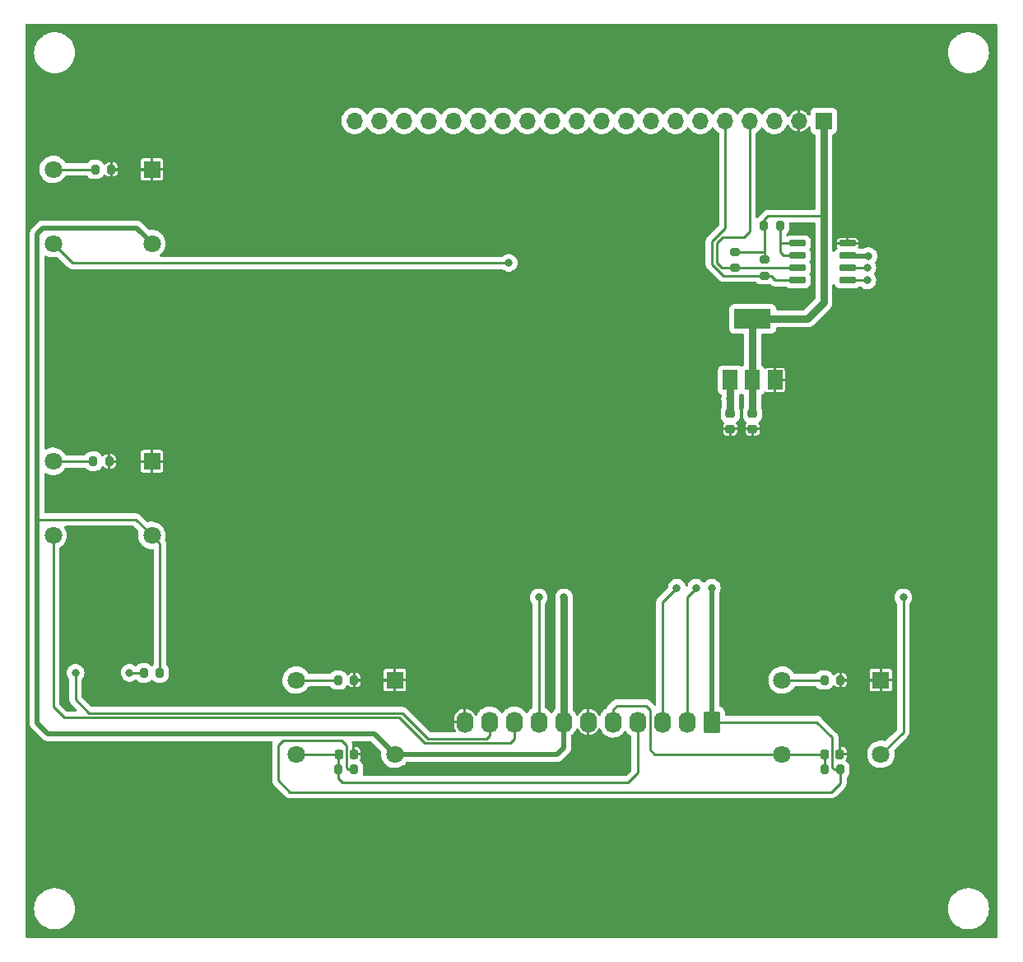
<source format=gbr>
%TF.GenerationSoftware,KiCad,Pcbnew,(5.99.0-8090-ga1d7a959f7)*%
%TF.CreationDate,2021-11-03T17:46:47+00:00*%
%TF.ProjectId,Front_Panel,46726f6e-745f-4506-916e-656c2e6b6963,rev?*%
%TF.SameCoordinates,Original*%
%TF.FileFunction,Copper,L2,Bot*%
%TF.FilePolarity,Positive*%
%FSLAX46Y46*%
G04 Gerber Fmt 4.6, Leading zero omitted, Abs format (unit mm)*
G04 Created by KiCad (PCBNEW (5.99.0-8090-ga1d7a959f7)) date 2021-11-03 17:46:47*
%MOMM*%
%LPD*%
G01*
G04 APERTURE LIST*
G04 Aperture macros list*
%AMRoundRect*
0 Rectangle with rounded corners*
0 $1 Rounding radius*
0 $2 $3 $4 $5 $6 $7 $8 $9 X,Y pos of 4 corners*
0 Add a 4 corners polygon primitive as box body*
4,1,4,$2,$3,$4,$5,$6,$7,$8,$9,$2,$3,0*
0 Add four circle primitives for the rounded corners*
1,1,$1+$1,$2,$3,0*
1,1,$1+$1,$4,$5,0*
1,1,$1+$1,$6,$7,0*
1,1,$1+$1,$8,$9,0*
0 Add four rect primitives between the rounded corners*
20,1,$1+$1,$2,$3,$4,$5,0*
20,1,$1+$1,$4,$5,$6,$7,0*
20,1,$1+$1,$6,$7,$8,$9,0*
20,1,$1+$1,$8,$9,$2,$3,0*%
G04 Aperture macros list end*
%TA.AperFunction,ComponentPad*%
%ADD10R,1.800000X1.800000*%
%TD*%
%TA.AperFunction,ComponentPad*%
%ADD11C,1.800000*%
%TD*%
%TA.AperFunction,ComponentPad*%
%ADD12R,1.700000X1.700000*%
%TD*%
%TA.AperFunction,ComponentPad*%
%ADD13O,1.700000X1.700000*%
%TD*%
%TA.AperFunction,SMDPad,CuDef*%
%ADD14RoundRect,0.225000X-0.225000X-0.250000X0.225000X-0.250000X0.225000X0.250000X-0.225000X0.250000X0*%
%TD*%
%TA.AperFunction,SMDPad,CuDef*%
%ADD15RoundRect,0.200000X0.200000X0.275000X-0.200000X0.275000X-0.200000X-0.275000X0.200000X-0.275000X0*%
%TD*%
%TA.AperFunction,SMDPad,CuDef*%
%ADD16RoundRect,0.200000X-0.200000X-0.275000X0.200000X-0.275000X0.200000X0.275000X-0.200000X0.275000X0*%
%TD*%
%TA.AperFunction,SMDPad,CuDef*%
%ADD17R,1.500000X2.000000*%
%TD*%
%TA.AperFunction,SMDPad,CuDef*%
%ADD18R,3.800000X2.000000*%
%TD*%
%TA.AperFunction,SMDPad,CuDef*%
%ADD19RoundRect,0.225000X-0.250000X0.225000X-0.250000X-0.225000X0.250000X-0.225000X0.250000X0.225000X0*%
%TD*%
%TA.AperFunction,ComponentPad*%
%ADD20RoundRect,0.250000X0.620000X0.845000X-0.620000X0.845000X-0.620000X-0.845000X0.620000X-0.845000X0*%
%TD*%
%TA.AperFunction,ComponentPad*%
%ADD21O,1.740000X2.190000*%
%TD*%
%TA.AperFunction,SMDPad,CuDef*%
%ADD22RoundRect,0.150000X0.725000X0.150000X-0.725000X0.150000X-0.725000X-0.150000X0.725000X-0.150000X0*%
%TD*%
%TA.AperFunction,SMDPad,CuDef*%
%ADD23RoundRect,0.200000X0.275000X-0.200000X0.275000X0.200000X-0.275000X0.200000X-0.275000X-0.200000X0*%
%TD*%
%TA.AperFunction,ViaPad*%
%ADD24C,0.800000*%
%TD*%
%TA.AperFunction,Conductor*%
%ADD25C,0.250000*%
%TD*%
%TA.AperFunction,Conductor*%
%ADD26C,0.500000*%
%TD*%
%TA.AperFunction,Conductor*%
%ADD27C,0.750000*%
%TD*%
G04 APERTURE END LIST*
D10*
%TO.P,SW2,1,1*%
%TO.N,GND*%
X80000000Y-100000000D03*
D11*
%TO.P,SW2,2,2*%
%TO.N,Net-(R6-Pad2)*%
X69840000Y-100000000D03*
%TO.P,SW2,3,K*%
%TO.N,+5V*%
X80000000Y-107620000D03*
%TO.P,SW2,4,A*%
%TO.N,/PORESET_N*%
X69840000Y-107620000D03*
%TD*%
D10*
%TO.P,SW4,1,1*%
%TO.N,GND*%
X155000000Y-122500000D03*
D11*
%TO.P,SW4,2,2*%
%TO.N,Net-(R8-Pad2)*%
X144840000Y-122500000D03*
%TO.P,SW4,3,K*%
%TO.N,+5V*%
X155000000Y-130120000D03*
%TO.P,SW4,4,A*%
%TO.N,/GPIO4*%
X144840000Y-130120000D03*
%TD*%
D10*
%TO.P,SW1,1,1*%
%TO.N,GND*%
X80000000Y-70000000D03*
D11*
%TO.P,SW1,2,2*%
%TO.N,Net-(R5-Pad2)*%
X69840000Y-70000000D03*
%TO.P,SW1,3,K*%
%TO.N,+5V*%
X80000000Y-77620000D03*
%TO.P,SW1,4,A*%
%TO.N,/PONSW*%
X69840000Y-77620000D03*
%TD*%
D10*
%TO.P,SW3,1,1*%
%TO.N,GND*%
X105000000Y-122500000D03*
D11*
%TO.P,SW3,2,2*%
%TO.N,Net-(R7-Pad2)*%
X94840000Y-122500000D03*
%TO.P,SW3,3,K*%
%TO.N,+5V*%
X105000000Y-130120000D03*
%TO.P,SW3,4,A*%
%TO.N,/GPIO3*%
X94840000Y-130120000D03*
%TD*%
D12*
%TO.P,J2,1,Pin_1*%
%TO.N,+3V3*%
X149125000Y-65000000D03*
D13*
%TO.P,J2,2,Pin_2*%
%TO.N,GND*%
X146585000Y-65000000D03*
%TO.P,J2,3,Pin_3*%
%TO.N,no_connect_31*%
X144045000Y-65000000D03*
%TO.P,J2,4,Pin_4*%
%TO.N,/SCL*%
X141505000Y-65000000D03*
%TO.P,J2,5,Pin_5*%
%TO.N,/SDA*%
X138965000Y-65000000D03*
%TO.P,J2,6,Pin_6*%
%TO.N,no_connect_32*%
X136425000Y-65000000D03*
%TO.P,J2,7,Pin_7*%
%TO.N,no_connect_33*%
X133885000Y-65000000D03*
%TO.P,J2,8,Pin_8*%
%TO.N,no_connect_34*%
X131345000Y-65000000D03*
%TO.P,J2,9,Pin_9*%
%TO.N,no_connect_35*%
X128805000Y-65000000D03*
%TO.P,J2,10,Pin_10*%
%TO.N,no_connect_20*%
X126265000Y-65000000D03*
%TO.P,J2,11,Pin_11*%
%TO.N,no_connect_21*%
X123725000Y-65000000D03*
%TO.P,J2,12,Pin_12*%
%TO.N,no_connect_22*%
X121185000Y-65000000D03*
%TO.P,J2,13,Pin_13*%
%TO.N,no_connect_23*%
X118645000Y-65000000D03*
%TO.P,J2,14,Pin_14*%
%TO.N,no_connect_24*%
X116105000Y-65000000D03*
%TO.P,J2,15,Pin_15*%
%TO.N,no_connect_25*%
X113565000Y-65000000D03*
%TO.P,J2,16,Pin_16*%
%TO.N,no_connect_26*%
X111025000Y-65000000D03*
%TO.P,J2,17,Pin_17*%
%TO.N,no_connect_27*%
X108485000Y-65000000D03*
%TO.P,J2,18,Pin_18*%
%TO.N,no_connect_28*%
X105945000Y-65000000D03*
%TO.P,J2,19,Pin_19*%
%TO.N,no_connect_29*%
X103405000Y-65000000D03*
%TO.P,J2,20,Pin_20*%
%TO.N,no_connect_30*%
X100865000Y-65000000D03*
%TD*%
D14*
%TO.P,C4,1*%
%TO.N,/GPIO4*%
X149225000Y-130100000D03*
%TO.P,C4,2*%
%TO.N,GND*%
X150775000Y-130100000D03*
%TD*%
D15*
%TO.P,R8,1*%
%TO.N,GND*%
X150825000Y-122500000D03*
%TO.P,R8,2*%
%TO.N,Net-(R8-Pad2)*%
X149175000Y-122500000D03*
%TD*%
D14*
%TO.P,C3,1*%
%TO.N,/GPIO3*%
X99225000Y-130100000D03*
%TO.P,C3,2*%
%TO.N,GND*%
X100775000Y-130100000D03*
%TD*%
D15*
%TO.P,R2,1*%
%TO.N,Net-(R2-Pad1)*%
X144625000Y-75800000D03*
%TO.P,R2,2*%
%TO.N,+3V3*%
X142975000Y-75800000D03*
%TD*%
D16*
%TO.P,R9,1*%
%TO.N,/GPIO3*%
X99175000Y-131700000D03*
%TO.P,R9,2*%
%TO.N,+1V8*%
X100825000Y-131700000D03*
%TD*%
D15*
%TO.P,R6,1*%
%TO.N,GND*%
X75625000Y-100000000D03*
%TO.P,R6,2*%
%TO.N,Net-(R6-Pad2)*%
X73975000Y-100000000D03*
%TD*%
D16*
%TO.P,R1,1*%
%TO.N,Net-(D1-Pad2)*%
X79175000Y-121750000D03*
%TO.P,R1,2*%
%TO.N,+5V*%
X80825000Y-121750000D03*
%TD*%
D17*
%TO.P,U1,1,GND*%
%TO.N,GND*%
X144100000Y-91650000D03*
%TO.P,U1,2,VO*%
%TO.N,+3V3*%
X141800000Y-91650000D03*
D18*
X141800000Y-85350000D03*
D17*
%TO.P,U1,3,VI*%
%TO.N,+5V*%
X139500000Y-91650000D03*
%TD*%
D19*
%TO.P,C2,1*%
%TO.N,+3V3*%
X141800000Y-95125000D03*
%TO.P,C2,2*%
%TO.N,GND*%
X141800000Y-96675000D03*
%TD*%
D20*
%TO.P,J1,1,Pin_1*%
%TO.N,+1V8*%
X137600000Y-126800000D03*
D21*
%TO.P,J1,2,Pin_2*%
%TO.N,/I2C0_SCL*%
X135060000Y-126800000D03*
%TO.P,J1,3,Pin_3*%
%TO.N,/I2C0_SDA*%
X132520000Y-126800000D03*
%TO.P,J1,4,Pin_4*%
%TO.N,/GPIO3*%
X129980000Y-126800000D03*
%TO.P,J1,5,Pin_5*%
%TO.N,/GPIO4*%
X127440000Y-126800000D03*
%TO.P,J1,6,Pin_6*%
%TO.N,GND*%
X124900000Y-126800000D03*
%TO.P,J1,7,Pin_7*%
%TO.N,+5V*%
X122360000Y-126800000D03*
%TO.P,J1,8,Pin_8*%
%TO.N,/PONSW*%
X119820000Y-126800000D03*
%TO.P,J1,9,Pin_9*%
%TO.N,/PORESET_N*%
X117280000Y-126800000D03*
%TO.P,J1,10,Pin_10*%
%TO.N,/M2_DAS*%
X114740000Y-126800000D03*
%TO.P,J1,11,Pin_11*%
%TO.N,GND*%
X112200000Y-126800000D03*
%TD*%
D22*
%TO.P,U2,1,GND*%
%TO.N,GND*%
X151575000Y-77595000D03*
%TO.P,U2,2,VREF1*%
%TO.N,+1V8*%
X151575000Y-78865000D03*
%TO.P,U2,3,SCL1*%
%TO.N,/I2C0_SCL*%
X151575000Y-80135000D03*
%TO.P,U2,4,SDA1*%
%TO.N,/I2C0_SDA*%
X151575000Y-81405000D03*
%TO.P,U2,5,SDA2*%
%TO.N,/SDA*%
X146425000Y-81405000D03*
%TO.P,U2,6,SCL2*%
%TO.N,/SCL*%
X146425000Y-80135000D03*
%TO.P,U2,7,VREF2*%
%TO.N,Net-(R2-Pad1)*%
X146425000Y-78865000D03*
%TO.P,U2,8,EN*%
X146425000Y-77595000D03*
%TD*%
D15*
%TO.P,R5,1*%
%TO.N,GND*%
X75825000Y-70000000D03*
%TO.P,R5,2*%
%TO.N,Net-(R5-Pad2)*%
X74175000Y-70000000D03*
%TD*%
%TO.P,R7,1*%
%TO.N,GND*%
X100825000Y-122500000D03*
%TO.P,R7,2*%
%TO.N,Net-(R7-Pad2)*%
X99175000Y-122500000D03*
%TD*%
D16*
%TO.P,R10,1*%
%TO.N,/GPIO4*%
X149175000Y-131700000D03*
%TO.P,R10,2*%
%TO.N,+1V8*%
X150825000Y-131700000D03*
%TD*%
D23*
%TO.P,R4,1*%
%TO.N,/SDA*%
X143000000Y-80925000D03*
%TO.P,R4,2*%
%TO.N,+3V3*%
X143000000Y-79275000D03*
%TD*%
D19*
%TO.P,C1,1*%
%TO.N,+5V*%
X139500000Y-95125000D03*
%TO.P,C1,2*%
%TO.N,GND*%
X139500000Y-96675000D03*
%TD*%
D23*
%TO.P,R3,1*%
%TO.N,/SCL*%
X140000000Y-80125000D03*
%TO.P,R3,2*%
%TO.N,+3V3*%
X140000000Y-78475000D03*
%TD*%
D24*
%TO.N,GND*%
X90600000Y-143000000D03*
X90600000Y-61000000D03*
X73000000Y-61000000D03*
X125800000Y-122500000D03*
X125800000Y-102000000D03*
X125800000Y-81500000D03*
X108200000Y-102000000D03*
X90600000Y-81500000D03*
X161000000Y-61000000D03*
X144000000Y-72200000D03*
X108200000Y-81500000D03*
X143400000Y-61000000D03*
X90600000Y-122500000D03*
X73000000Y-102000000D03*
X108200000Y-122500000D03*
X143400000Y-102000000D03*
X161000000Y-122500000D03*
X90600000Y-102000000D03*
X146600000Y-68200000D03*
X161000000Y-81500000D03*
X161000000Y-102000000D03*
X73000000Y-81500000D03*
X125800000Y-61000000D03*
X161000000Y-143000000D03*
X108200000Y-61000000D03*
X73000000Y-143000000D03*
%TO.N,+5V*%
X122400000Y-114000000D03*
X139500000Y-93600000D03*
X157300000Y-114000000D03*
%TO.N,Net-(D1-Pad2)*%
X77700000Y-121750000D03*
%TO.N,/M2_DAS*%
X72150000Y-121750000D03*
%TO.N,/PONSW*%
X119800000Y-114000000D03*
X116700000Y-79600000D03*
%TO.N,/I2C0_SDA*%
X134000000Y-113000000D03*
X153600000Y-81400000D03*
%TO.N,/I2C0_SCL*%
X136000000Y-113000000D03*
X153600000Y-80100000D03*
%TO.N,+1V8*%
X153700000Y-78900000D03*
X137600000Y-113000000D03*
%TD*%
D25*
%TO.N,GND*%
X150825000Y-122500000D02*
X155000000Y-122500000D01*
X75825000Y-70000000D02*
X80000000Y-70000000D01*
X75625000Y-100000000D02*
X80000000Y-100000000D01*
X100825000Y-122500000D02*
X105000000Y-122500000D01*
D26*
%TO.N,+5V*%
X68200000Y-105300000D02*
X68200000Y-126900000D01*
D25*
X155000000Y-130120000D02*
X157300000Y-127820000D01*
D26*
X80000000Y-77600000D02*
X78400000Y-76000000D01*
D27*
X122400000Y-126760000D02*
X122400000Y-114000000D01*
X139500000Y-93600000D02*
X139500000Y-91650000D01*
X122360000Y-126800000D02*
X122400000Y-126760000D01*
D26*
X122360000Y-129440000D02*
X122360000Y-126800000D01*
X68200000Y-126900000D02*
X69300000Y-128000000D01*
X68800000Y-76000000D02*
X68200000Y-76600000D01*
X121680000Y-130120000D02*
X122360000Y-129440000D01*
X105000000Y-130120000D02*
X121680000Y-130120000D01*
X80000000Y-77620000D02*
X80000000Y-77600000D01*
D25*
X68400000Y-106000000D02*
X68200000Y-105800000D01*
X80825000Y-108445000D02*
X80000000Y-107620000D01*
D26*
X68200000Y-76600000D02*
X68200000Y-105800000D01*
D25*
X157300000Y-127820000D02*
X157300000Y-114000000D01*
X78380000Y-106000000D02*
X68400000Y-106000000D01*
D26*
X102880000Y-128000000D02*
X105000000Y-130120000D01*
X69300000Y-128000000D02*
X102880000Y-128000000D01*
X78400000Y-76000000D02*
X68800000Y-76000000D01*
D25*
X80825000Y-121750000D02*
X80825000Y-108445000D01*
D27*
X139500000Y-95125000D02*
X139500000Y-93600000D01*
D25*
X80000000Y-107620000D02*
X78380000Y-106000000D01*
%TO.N,+3V3*%
X143400000Y-74800000D02*
X149000000Y-74800000D01*
D27*
X141800000Y-91650000D02*
X141800000Y-85350000D01*
X149125000Y-83675000D02*
X149125000Y-74675000D01*
X141800000Y-95125000D02*
X141800000Y-91650000D01*
X141800000Y-85350000D02*
X147450000Y-85350000D01*
D25*
X140000000Y-78475000D02*
X142975000Y-78475000D01*
X142975000Y-75225000D02*
X143400000Y-74800000D01*
X142975000Y-75800000D02*
X142975000Y-75225000D01*
X149000000Y-74800000D02*
X149125000Y-74675000D01*
D27*
X147450000Y-85350000D02*
X149125000Y-83675000D01*
X149125000Y-74675000D02*
X149125000Y-65000000D01*
D25*
X143000000Y-79275000D02*
X143000000Y-75825000D01*
X143000000Y-75825000D02*
X142975000Y-75800000D01*
%TO.N,/GPIO3*%
X99175000Y-131700000D02*
X99175000Y-132575000D01*
X99175000Y-132575000D02*
X99600000Y-133000000D01*
X99175000Y-131700000D02*
X99175000Y-130150000D01*
X129980000Y-132020000D02*
X129980000Y-126800000D01*
X99600000Y-133000000D02*
X129000000Y-133000000D01*
X99175000Y-130150000D02*
X99225000Y-130100000D01*
X94860000Y-130100000D02*
X99225000Y-130100000D01*
X94840000Y-130120000D02*
X94860000Y-130100000D01*
X129000000Y-133000000D02*
X129980000Y-132020000D01*
%TO.N,/GPIO4*%
X144840000Y-130120000D02*
X144860000Y-130100000D01*
X127850000Y-125100000D02*
X127440000Y-125510000D01*
X144860000Y-130100000D02*
X149225000Y-130100000D01*
X149175000Y-131700000D02*
X149175000Y-130150000D01*
X131250000Y-129650000D02*
X131250000Y-127500000D01*
X131250000Y-125550000D02*
X130800000Y-125100000D01*
X130800000Y-125100000D02*
X127850000Y-125100000D01*
X144800000Y-130160000D02*
X144840000Y-130120000D01*
X127440000Y-125510000D02*
X127440000Y-126800000D01*
X144840000Y-130120000D02*
X131720000Y-130120000D01*
X131720000Y-130120000D02*
X131250000Y-129650000D01*
X144840000Y-130120000D02*
X144820000Y-130100000D01*
X149175000Y-130150000D02*
X149225000Y-130100000D01*
X131250000Y-129650000D02*
X131250000Y-125550000D01*
%TO.N,Net-(D1-Pad2)*%
X79175000Y-121750000D02*
X77700000Y-121750000D01*
%TO.N,/M2_DAS*%
X114740000Y-128160000D02*
X114400000Y-128500000D01*
X114400000Y-128500000D02*
X108400000Y-128500000D01*
X108400000Y-128500000D02*
X105800000Y-125900000D01*
X114740000Y-126800000D02*
X114740000Y-128160000D01*
X73550000Y-125900000D02*
X72150000Y-124500000D01*
X105800000Y-125900000D02*
X73550000Y-125900000D01*
X72150000Y-124500000D02*
X72150000Y-121750000D01*
%TO.N,/PORESET_N*%
X70950020Y-126350020D02*
X69840000Y-125240000D01*
X106250000Y-127150000D02*
X105450020Y-126350020D01*
X117300000Y-126820000D02*
X117300000Y-128500000D01*
X116849980Y-128950020D02*
X109800000Y-128950020D01*
X114586404Y-128950020D02*
X109949980Y-128950020D01*
X69840000Y-125240000D02*
X69840000Y-107620000D01*
X109949980Y-128950020D02*
X109800000Y-128950020D01*
X117300000Y-128500000D02*
X116849980Y-128950020D01*
X108949980Y-128950020D02*
X108050019Y-128950019D01*
X106250000Y-127150000D02*
X106100000Y-127000000D01*
X108050019Y-128950019D02*
X106250000Y-127150000D01*
X105450020Y-126350020D02*
X70950020Y-126350020D01*
X117280000Y-126800000D02*
X117300000Y-126820000D01*
X109949980Y-128950020D02*
X108949980Y-128950020D01*
%TO.N,/PONSW*%
X116700000Y-79600000D02*
X71820000Y-79600000D01*
X71820000Y-79600000D02*
X69840000Y-77620000D01*
X119820000Y-126800000D02*
X119800000Y-126780000D01*
X119800000Y-126780000D02*
X119800000Y-114000000D01*
%TO.N,/I2C0_SDA*%
X132520000Y-126800000D02*
X132520000Y-114480000D01*
X132520000Y-114480000D02*
X134000000Y-113000000D01*
X153600000Y-81400000D02*
X151580000Y-81400000D01*
X151580000Y-81400000D02*
X151575000Y-81405000D01*
%TO.N,/I2C0_SCL*%
X135060000Y-113940000D02*
X136000000Y-113000000D01*
X135060000Y-126800000D02*
X135060000Y-113940000D01*
X153600000Y-80100000D02*
X151610000Y-80100000D01*
X151610000Y-80100000D02*
X151575000Y-80135000D01*
%TO.N,+1V8*%
X137600000Y-126800000D02*
X148400000Y-126800000D01*
D26*
X151610000Y-78900000D02*
X151575000Y-78865000D01*
D25*
X150000000Y-131500000D02*
X150200000Y-131700000D01*
X100200000Y-131700000D02*
X100000000Y-131500000D01*
X93500000Y-128700000D02*
X93000000Y-129200000D01*
X149900000Y-134000000D02*
X150825000Y-133075000D01*
X93000000Y-129200000D02*
X93000000Y-132800000D01*
X99500000Y-128700000D02*
X93500000Y-128700000D01*
X100000000Y-129200000D02*
X99500000Y-128700000D01*
X150200000Y-131700000D02*
X150825000Y-131700000D01*
X93000000Y-132800000D02*
X94200000Y-134000000D01*
X100000000Y-131500000D02*
X100000000Y-129200000D01*
D26*
X153700000Y-78900000D02*
X151610000Y-78900000D01*
D25*
X148400000Y-126800000D02*
X150000000Y-128400000D01*
X150000000Y-128400000D02*
X150000000Y-131500000D01*
X100825000Y-131700000D02*
X100200000Y-131700000D01*
X150825000Y-133075000D02*
X150825000Y-131700000D01*
D26*
X137600000Y-126800000D02*
X137600000Y-113000000D01*
D25*
X94200000Y-134000000D02*
X149900000Y-134000000D01*
%TO.N,/SDA*%
X143100000Y-80925000D02*
X143675000Y-80925000D01*
X137600000Y-79736424D02*
X138788576Y-80925000D01*
X139000000Y-76000000D02*
X137600000Y-77400000D01*
X143675000Y-80925000D02*
X143775000Y-81025000D01*
X139000000Y-65035000D02*
X139000000Y-76000000D01*
X138965000Y-65000000D02*
X139000000Y-65035000D01*
X143775000Y-81025000D02*
X144155000Y-81405000D01*
X137600000Y-77400000D02*
X137600000Y-79736424D01*
X138788576Y-80925000D02*
X143000000Y-80925000D01*
X144155000Y-81405000D02*
X146425000Y-81405000D01*
X143775000Y-81025000D02*
X144000000Y-81250000D01*
%TO.N,/SCL*%
X141500000Y-65005000D02*
X141505000Y-65000000D01*
X141500000Y-80100000D02*
X141535000Y-80135000D01*
X141500000Y-76400000D02*
X141500000Y-65005000D01*
X140000000Y-80125000D02*
X138625000Y-80125000D01*
X140900000Y-77000000D02*
X141500000Y-76400000D01*
X141535000Y-80135000D02*
X140110000Y-80135000D01*
X138100000Y-79600000D02*
X138100000Y-77600000D01*
X138700000Y-77000000D02*
X140900000Y-77000000D01*
X146425000Y-80135000D02*
X141535000Y-80135000D01*
X140110000Y-80135000D02*
X140000000Y-80025000D01*
X138625000Y-80125000D02*
X138100000Y-79600000D01*
X138100000Y-77600000D02*
X138700000Y-77000000D01*
%TO.N,Net-(R2-Pad1)*%
X144625000Y-78525000D02*
X144965000Y-78865000D01*
X144965000Y-78865000D02*
X146425000Y-78865000D01*
X144655000Y-77595000D02*
X144625000Y-77625000D01*
X144625000Y-75800000D02*
X144625000Y-77625000D01*
X146425000Y-77595000D02*
X144655000Y-77595000D01*
X144625000Y-77625000D02*
X144625000Y-78525000D01*
%TO.N,Net-(R5-Pad2)*%
X69840000Y-70000000D02*
X74175000Y-70000000D01*
%TO.N,Net-(R6-Pad2)*%
X69840000Y-100000000D02*
X73975000Y-100000000D01*
%TO.N,Net-(R7-Pad2)*%
X94840000Y-122500000D02*
X99175000Y-122500000D01*
%TO.N,Net-(R8-Pad2)*%
X144840000Y-122500000D02*
X149175000Y-122500000D01*
%TD*%
%TA.AperFunction,Conductor*%
%TO.N,GND*%
G36*
X166934121Y-55028002D02*
G01*
X166980614Y-55081658D01*
X166992000Y-55134000D01*
X166992000Y-148866000D01*
X166971998Y-148934121D01*
X166918342Y-148980614D01*
X166866000Y-148992000D01*
X67134000Y-148992000D01*
X67065879Y-148971998D01*
X67019386Y-148918342D01*
X67008000Y-148866000D01*
X67008000Y-145977868D01*
X67886616Y-145977868D01*
X67903166Y-146264892D01*
X67903991Y-146269097D01*
X67903992Y-146269105D01*
X67915223Y-146326348D01*
X67958516Y-146547014D01*
X68051642Y-146819014D01*
X68180822Y-147075859D01*
X68343664Y-147312796D01*
X68537155Y-147525440D01*
X68757716Y-147709857D01*
X68761357Y-147712141D01*
X68997624Y-147860352D01*
X68997628Y-147860354D01*
X69001264Y-147862635D01*
X69263293Y-147980945D01*
X69267412Y-147982165D01*
X69534841Y-148061382D01*
X69534846Y-148061383D01*
X69538954Y-148062600D01*
X69543188Y-148063248D01*
X69543193Y-148063249D01*
X69796037Y-148101940D01*
X69823147Y-148106088D01*
X69969498Y-148108387D01*
X70106321Y-148110537D01*
X70106327Y-148110537D01*
X70110612Y-148110604D01*
X70114864Y-148110089D01*
X70114872Y-148110089D01*
X70336529Y-148083265D01*
X70396030Y-148076064D01*
X70400179Y-148074976D01*
X70400182Y-148074975D01*
X70669970Y-148004198D01*
X70674121Y-148003109D01*
X70939736Y-147893087D01*
X70988827Y-147864401D01*
X71184255Y-147750202D01*
X71184257Y-147750200D01*
X71187963Y-147748035D01*
X71414208Y-147570637D01*
X71614283Y-147364175D01*
X71616816Y-147360727D01*
X71616820Y-147360722D01*
X71781949Y-147135925D01*
X71784487Y-147132470D01*
X71815224Y-147075859D01*
X71919621Y-146883585D01*
X71919622Y-146883583D01*
X71921671Y-146879809D01*
X72023295Y-146610869D01*
X72087479Y-146330624D01*
X72092970Y-146269105D01*
X72112816Y-146046728D01*
X72112816Y-146046726D01*
X72113036Y-146044262D01*
X72113500Y-146000000D01*
X72111992Y-145977868D01*
X161886616Y-145977868D01*
X161903166Y-146264892D01*
X161903991Y-146269097D01*
X161903992Y-146269105D01*
X161915223Y-146326348D01*
X161958516Y-146547014D01*
X162051642Y-146819014D01*
X162180822Y-147075859D01*
X162343664Y-147312796D01*
X162537155Y-147525440D01*
X162757716Y-147709857D01*
X162761357Y-147712141D01*
X162997624Y-147860352D01*
X162997628Y-147860354D01*
X163001264Y-147862635D01*
X163263293Y-147980945D01*
X163267412Y-147982165D01*
X163534841Y-148061382D01*
X163534846Y-148061383D01*
X163538954Y-148062600D01*
X163543188Y-148063248D01*
X163543193Y-148063249D01*
X163796037Y-148101940D01*
X163823147Y-148106088D01*
X163969498Y-148108387D01*
X164106321Y-148110537D01*
X164106327Y-148110537D01*
X164110612Y-148110604D01*
X164114864Y-148110089D01*
X164114872Y-148110089D01*
X164336529Y-148083265D01*
X164396030Y-148076064D01*
X164400179Y-148074976D01*
X164400182Y-148074975D01*
X164669970Y-148004198D01*
X164674121Y-148003109D01*
X164939736Y-147893087D01*
X164988827Y-147864401D01*
X165184255Y-147750202D01*
X165184257Y-147750200D01*
X165187963Y-147748035D01*
X165414208Y-147570637D01*
X165614283Y-147364175D01*
X165616816Y-147360727D01*
X165616820Y-147360722D01*
X165781949Y-147135925D01*
X165784487Y-147132470D01*
X165815224Y-147075859D01*
X165919621Y-146883585D01*
X165919622Y-146883583D01*
X165921671Y-146879809D01*
X166023295Y-146610869D01*
X166087479Y-146330624D01*
X166092970Y-146269105D01*
X166112816Y-146046728D01*
X166112816Y-146046726D01*
X166113036Y-146044262D01*
X166113500Y-146000000D01*
X166093946Y-145713165D01*
X166089409Y-145691254D01*
X166036513Y-145435835D01*
X166035644Y-145431638D01*
X165939674Y-145160628D01*
X165807812Y-144905150D01*
X165642498Y-144669931D01*
X165639573Y-144666783D01*
X165449711Y-144462468D01*
X165449708Y-144462466D01*
X165446790Y-144459325D01*
X165443474Y-144456611D01*
X165443471Y-144456608D01*
X165227629Y-144279942D01*
X165227622Y-144279937D01*
X165224311Y-144277227D01*
X164979176Y-144127009D01*
X164975240Y-144125281D01*
X164719851Y-144013172D01*
X164719847Y-144013171D01*
X164715923Y-144011448D01*
X164439421Y-143932685D01*
X164228794Y-143902708D01*
X164159041Y-143892781D01*
X164159039Y-143892781D01*
X164154789Y-143892176D01*
X164003976Y-143891387D01*
X163871579Y-143890693D01*
X163871573Y-143890693D01*
X163867292Y-143890671D01*
X163863048Y-143891230D01*
X163863044Y-143891230D01*
X163737864Y-143907710D01*
X163582251Y-143928197D01*
X163578111Y-143929330D01*
X163578109Y-143929330D01*
X163561547Y-143933861D01*
X163304940Y-144004061D01*
X163283580Y-144013172D01*
X163044433Y-144115176D01*
X163044426Y-144115180D01*
X163040491Y-144116858D01*
X163036810Y-144119061D01*
X162797479Y-144262297D01*
X162797475Y-144262300D01*
X162793797Y-144264501D01*
X162790454Y-144267179D01*
X162790450Y-144267182D01*
X162680922Y-144354931D01*
X162569423Y-144444259D01*
X162566479Y-144447361D01*
X162566475Y-144447365D01*
X162552143Y-144462468D01*
X162371520Y-144652804D01*
X162203752Y-144886279D01*
X162069222Y-145140362D01*
X161970419Y-145410352D01*
X161909173Y-145691254D01*
X161886616Y-145977868D01*
X72111992Y-145977868D01*
X72093946Y-145713165D01*
X72089409Y-145691254D01*
X72036513Y-145435835D01*
X72035644Y-145431638D01*
X71939674Y-145160628D01*
X71807812Y-144905150D01*
X71642498Y-144669931D01*
X71639573Y-144666783D01*
X71449711Y-144462468D01*
X71449708Y-144462466D01*
X71446790Y-144459325D01*
X71443474Y-144456611D01*
X71443471Y-144456608D01*
X71227629Y-144279942D01*
X71227622Y-144279937D01*
X71224311Y-144277227D01*
X70979176Y-144127009D01*
X70975240Y-144125281D01*
X70719851Y-144013172D01*
X70719847Y-144013171D01*
X70715923Y-144011448D01*
X70439421Y-143932685D01*
X70228794Y-143902708D01*
X70159041Y-143892781D01*
X70159039Y-143892781D01*
X70154789Y-143892176D01*
X70003976Y-143891387D01*
X69871579Y-143890693D01*
X69871573Y-143890693D01*
X69867292Y-143890671D01*
X69863048Y-143891230D01*
X69863044Y-143891230D01*
X69737864Y-143907710D01*
X69582251Y-143928197D01*
X69578111Y-143929330D01*
X69578109Y-143929330D01*
X69561547Y-143933861D01*
X69304940Y-144004061D01*
X69283580Y-144013172D01*
X69044433Y-144115176D01*
X69044426Y-144115180D01*
X69040491Y-144116858D01*
X69036810Y-144119061D01*
X68797479Y-144262297D01*
X68797475Y-144262300D01*
X68793797Y-144264501D01*
X68790454Y-144267179D01*
X68790450Y-144267182D01*
X68680922Y-144354931D01*
X68569423Y-144444259D01*
X68566479Y-144447361D01*
X68566475Y-144447365D01*
X68552143Y-144462468D01*
X68371520Y-144652804D01*
X68203752Y-144886279D01*
X68069222Y-145140362D01*
X67970419Y-145410352D01*
X67909173Y-145691254D01*
X67886616Y-145977868D01*
X67008000Y-145977868D01*
X67008000Y-126873355D01*
X67436965Y-126873355D01*
X67437558Y-126880647D01*
X67437558Y-126880650D01*
X67441086Y-126924019D01*
X67441501Y-126934234D01*
X67441501Y-126942886D01*
X67441926Y-126946530D01*
X67444949Y-126972464D01*
X67445382Y-126976838D01*
X67448928Y-127020425D01*
X67451301Y-127049604D01*
X67453556Y-127056565D01*
X67454741Y-127062495D01*
X67456132Y-127068381D01*
X67456979Y-127075643D01*
X67481889Y-127144268D01*
X67483303Y-127148390D01*
X67505798Y-127217830D01*
X67509594Y-127224085D01*
X67512096Y-127229552D01*
X67514817Y-127234985D01*
X67517314Y-127241864D01*
X67543105Y-127281201D01*
X67557322Y-127302886D01*
X67559663Y-127306595D01*
X67597535Y-127369006D01*
X67605330Y-127377832D01*
X67605752Y-127378310D01*
X67607973Y-127380894D01*
X67610256Y-127383624D01*
X67614270Y-127389747D01*
X67619585Y-127394782D01*
X67666132Y-127438876D01*
X67668574Y-127441254D01*
X68716996Y-128489677D01*
X68729383Y-128504090D01*
X68741611Y-128520706D01*
X68747194Y-128525449D01*
X68780351Y-128553618D01*
X68787867Y-128560548D01*
X68793984Y-128566665D01*
X68796857Y-128568938D01*
X68796866Y-128568946D01*
X68817343Y-128585146D01*
X68820747Y-128587937D01*
X68870794Y-128630455D01*
X68876376Y-128635197D01*
X68882897Y-128638527D01*
X68887923Y-128641879D01*
X68893061Y-128645052D01*
X68898802Y-128649594D01*
X68964967Y-128680518D01*
X68968850Y-128682416D01*
X69033865Y-128715615D01*
X69040979Y-128717356D01*
X69046645Y-128719463D01*
X69052369Y-128721367D01*
X69059001Y-128724467D01*
X69130496Y-128739338D01*
X69134725Y-128740295D01*
X69205630Y-128757645D01*
X69211237Y-128757993D01*
X69211238Y-128757993D01*
X69213541Y-128758136D01*
X69218037Y-128758415D01*
X69221431Y-128758671D01*
X69224961Y-128758986D01*
X69232129Y-128760477D01*
X69303494Y-128758546D01*
X69306902Y-128758500D01*
X92306782Y-128758500D01*
X92374903Y-128778502D01*
X92421396Y-128832158D01*
X92431500Y-128902432D01*
X92417197Y-128945200D01*
X92406338Y-128964953D01*
X92404366Y-128972635D01*
X92404365Y-128972636D01*
X92401298Y-128984578D01*
X92394898Y-129003273D01*
X92386853Y-129021865D01*
X92385613Y-129029694D01*
X92379937Y-129065529D01*
X92377530Y-129077150D01*
X92376626Y-129080672D01*
X92366535Y-129119976D01*
X92366500Y-129120532D01*
X92366500Y-129140454D01*
X92364949Y-129160163D01*
X92361816Y-129179945D01*
X92362562Y-129187837D01*
X92365941Y-129223583D01*
X92366500Y-129235441D01*
X92366501Y-130978727D01*
X92366501Y-132721605D01*
X92365987Y-132732519D01*
X92364334Y-132739912D01*
X92364583Y-132747837D01*
X92364583Y-132747838D01*
X92366439Y-132806884D01*
X92366501Y-132810842D01*
X92366501Y-132839578D01*
X92366996Y-132843495D01*
X92367040Y-132843844D01*
X92367972Y-132855678D01*
X92369362Y-132899883D01*
X92371575Y-132907499D01*
X92371575Y-132907501D01*
X92375014Y-132919339D01*
X92379023Y-132938698D01*
X92381561Y-132958788D01*
X92384481Y-132966163D01*
X92397833Y-132999889D01*
X92401678Y-133011118D01*
X92411176Y-133043808D01*
X92414014Y-133053578D01*
X92418049Y-133060401D01*
X92424327Y-133071017D01*
X92433023Y-133088769D01*
X92440479Y-133107600D01*
X92445141Y-133114016D01*
X92466468Y-133143371D01*
X92472983Y-133153289D01*
X92495487Y-133191341D01*
X92495855Y-133191759D01*
X92509938Y-133205842D01*
X92522779Y-133220875D01*
X92534555Y-133237083D01*
X92540662Y-133242135D01*
X92568330Y-133265024D01*
X92577110Y-133273014D01*
X93696609Y-134392513D01*
X93703969Y-134400601D01*
X93708027Y-134406995D01*
X93713804Y-134412420D01*
X93756878Y-134452869D01*
X93759720Y-134455624D01*
X93780033Y-134475937D01*
X93783444Y-134478582D01*
X93792464Y-134486286D01*
X93824699Y-134516557D01*
X93831644Y-134520375D01*
X93831647Y-134520377D01*
X93842452Y-134526317D01*
X93858979Y-134537173D01*
X93868714Y-134544725D01*
X93868717Y-134544727D01*
X93874976Y-134549582D01*
X93915547Y-134567139D01*
X93926200Y-134572358D01*
X93958010Y-134589846D01*
X93958013Y-134589847D01*
X93964952Y-134593662D01*
X93984581Y-134598702D01*
X94003271Y-134605101D01*
X94021864Y-134613147D01*
X94051071Y-134617773D01*
X94065528Y-134620063D01*
X94077149Y-134622470D01*
X94114218Y-134631987D01*
X94119975Y-134633465D01*
X94120531Y-134633500D01*
X94140453Y-134633500D01*
X94160162Y-134635051D01*
X94179944Y-134638184D01*
X94187836Y-134637438D01*
X94223582Y-134634059D01*
X94235440Y-134633500D01*
X149821617Y-134633500D01*
X149832521Y-134634014D01*
X149839912Y-134635666D01*
X149847837Y-134635417D01*
X149847838Y-134635417D01*
X149906853Y-134633562D01*
X149910811Y-134633500D01*
X149939578Y-134633500D01*
X149943502Y-134633004D01*
X149943504Y-134633004D01*
X149943852Y-134632960D01*
X149955698Y-134632027D01*
X149999883Y-134630638D01*
X150019339Y-134624986D01*
X150038679Y-134620981D01*
X150058788Y-134618440D01*
X150066158Y-134615522D01*
X150066162Y-134615521D01*
X150099900Y-134602163D01*
X150111130Y-134598318D01*
X150145968Y-134588197D01*
X150145969Y-134588197D01*
X150153578Y-134585986D01*
X150171012Y-134575676D01*
X150188764Y-134566980D01*
X150200225Y-134562442D01*
X150200224Y-134562442D01*
X150207600Y-134559522D01*
X150243375Y-134533530D01*
X150253294Y-134527014D01*
X150254473Y-134526317D01*
X150291341Y-134504513D01*
X150291759Y-134504145D01*
X150305842Y-134490062D01*
X150320867Y-134477228D01*
X150337083Y-134465446D01*
X150365030Y-134431664D01*
X150373019Y-134422885D01*
X151217522Y-133578382D01*
X151225600Y-133571031D01*
X151231994Y-133566973D01*
X151277860Y-133518131D01*
X151280615Y-133515289D01*
X151300938Y-133494966D01*
X151303581Y-133491559D01*
X151311290Y-133482532D01*
X151336133Y-133456077D01*
X151341557Y-133450301D01*
X151345376Y-133443355D01*
X151351318Y-133432547D01*
X151362172Y-133416023D01*
X151369725Y-133406286D01*
X151369725Y-133406285D01*
X151374583Y-133400023D01*
X151392142Y-133359447D01*
X151397363Y-133348790D01*
X151407915Y-133329596D01*
X151418662Y-133310048D01*
X151423080Y-133292842D01*
X151423699Y-133290432D01*
X151430103Y-133271728D01*
X151434999Y-133260415D01*
X151435001Y-133260408D01*
X151438148Y-133253136D01*
X151439891Y-133242135D01*
X151445065Y-133209465D01*
X151447472Y-133197844D01*
X151456987Y-133160782D01*
X151456987Y-133160781D01*
X151458465Y-133155025D01*
X151458500Y-133154469D01*
X151458500Y-133134548D01*
X151460051Y-133114838D01*
X151461944Y-133102886D01*
X151461944Y-133102885D01*
X151463184Y-133095056D01*
X151459059Y-133051417D01*
X151458500Y-133039560D01*
X151458500Y-132599685D01*
X151478502Y-132531564D01*
X151496849Y-132510207D01*
X151496846Y-132510204D01*
X151496990Y-132510043D01*
X151497005Y-132510026D01*
X151501899Y-132504533D01*
X151605836Y-132387877D01*
X151605838Y-132387875D01*
X151610890Y-132382204D01*
X151614442Y-132375495D01*
X151614445Y-132375491D01*
X151687555Y-132237411D01*
X151687556Y-132237408D01*
X151691110Y-132230696D01*
X151732874Y-132064425D01*
X151733237Y-132058659D01*
X151733375Y-132056470D01*
X151733376Y-132056454D01*
X151733500Y-132054475D01*
X151733500Y-131383683D01*
X151717904Y-131254806D01*
X151657306Y-131094438D01*
X151648494Y-131081617D01*
X151564506Y-130959413D01*
X151564505Y-130959411D01*
X151560204Y-130953154D01*
X151554533Y-130948101D01*
X151437877Y-130844164D01*
X151437875Y-130844162D01*
X151432204Y-130839110D01*
X151421110Y-130833236D01*
X151370265Y-130783686D01*
X151354281Y-130714513D01*
X151374332Y-130653348D01*
X151434485Y-130560543D01*
X151441935Y-130544419D01*
X151476729Y-130428077D01*
X151478962Y-130415971D01*
X151479000Y-130414942D01*
X151479000Y-130245115D01*
X151474525Y-130229876D01*
X151473135Y-130228671D01*
X151465452Y-130227000D01*
X150774000Y-130227000D01*
X150770533Y-130225982D01*
X153590479Y-130225982D01*
X153591328Y-130231252D01*
X153591328Y-130231254D01*
X153616070Y-130384863D01*
X153628487Y-130461957D01*
X153630212Y-130467009D01*
X153630212Y-130467010D01*
X153700446Y-130672730D01*
X153705711Y-130688153D01*
X153708260Y-130692839D01*
X153708261Y-130692840D01*
X153734460Y-130740992D01*
X153819943Y-130898105D01*
X153967916Y-131085807D01*
X154145399Y-131245895D01*
X154149912Y-131248754D01*
X154149914Y-131248755D01*
X154246359Y-131309843D01*
X154347318Y-131373790D01*
X154567900Y-131465835D01*
X154696246Y-131495348D01*
X154795629Y-131518201D01*
X154795633Y-131518202D01*
X154800836Y-131519398D01*
X154806169Y-131519701D01*
X154806170Y-131519701D01*
X154920151Y-131526173D01*
X155039467Y-131532949D01*
X155044774Y-131532349D01*
X155044776Y-131532349D01*
X155169921Y-131518201D01*
X155276970Y-131506099D01*
X155282085Y-131504618D01*
X155282089Y-131504617D01*
X155501430Y-131441100D01*
X155501435Y-131441098D01*
X155506553Y-131439616D01*
X155721652Y-131335401D01*
X155823882Y-131262346D01*
X155911771Y-131199540D01*
X155911773Y-131199538D01*
X155916117Y-131196434D01*
X156084388Y-131026689D01*
X156135973Y-130953154D01*
X156218588Y-130835387D01*
X156218589Y-130835385D01*
X156221652Y-130831019D01*
X156323986Y-130615018D01*
X156388463Y-130384863D01*
X156404617Y-130229876D01*
X156412933Y-130150083D01*
X156412933Y-130150080D01*
X156413240Y-130147136D01*
X156413500Y-130120000D01*
X156411888Y-130101000D01*
X156393743Y-129887151D01*
X156393742Y-129887147D01*
X156393292Y-129881840D01*
X156357984Y-129745805D01*
X156360231Y-129674845D01*
X156390848Y-129625056D01*
X157692522Y-128323382D01*
X157700600Y-128316031D01*
X157706994Y-128311973D01*
X157736393Y-128280667D01*
X157752860Y-128263131D01*
X157755615Y-128260289D01*
X157775937Y-128239967D01*
X157778580Y-128236560D01*
X157786289Y-128227533D01*
X157811130Y-128201080D01*
X157816557Y-128195301D01*
X157820376Y-128188355D01*
X157820378Y-128188352D01*
X157826319Y-128177546D01*
X157837171Y-128161026D01*
X157844721Y-128151292D01*
X157849583Y-128145024D01*
X157867139Y-128104454D01*
X157872362Y-128093792D01*
X157889843Y-128061995D01*
X157889843Y-128061994D01*
X157893662Y-128055048D01*
X157895804Y-128046707D01*
X157898702Y-128035423D01*
X157905103Y-128016725D01*
X157906387Y-128013758D01*
X157913147Y-127998136D01*
X157914888Y-127987145D01*
X157920063Y-127954472D01*
X157922470Y-127942851D01*
X157931987Y-127905782D01*
X157931987Y-127905781D01*
X157933465Y-127900025D01*
X157933500Y-127899469D01*
X157933500Y-127879547D01*
X157935051Y-127859836D01*
X157936944Y-127847884D01*
X157938184Y-127840056D01*
X157934059Y-127796417D01*
X157933500Y-127784560D01*
X157933500Y-114702519D01*
X157953502Y-114634398D01*
X157965864Y-114618209D01*
X158034618Y-114541850D01*
X158034619Y-114541849D01*
X158039037Y-114536942D01*
X158134524Y-114371554D01*
X158193538Y-114189927D01*
X158196106Y-114165499D01*
X158212810Y-114006565D01*
X158213500Y-114000000D01*
X158212242Y-113988027D01*
X158194228Y-113816637D01*
X158194228Y-113816636D01*
X158193538Y-113810073D01*
X158134524Y-113628446D01*
X158039037Y-113463058D01*
X157911251Y-113321137D01*
X157905909Y-113317256D01*
X157905907Y-113317254D01*
X157762092Y-113212767D01*
X157762091Y-113212766D01*
X157756750Y-113208886D01*
X157750722Y-113206202D01*
X157750720Y-113206201D01*
X157588318Y-113133895D01*
X157588317Y-113133895D01*
X157582287Y-113131210D01*
X157488887Y-113111357D01*
X157401944Y-113092876D01*
X157401939Y-113092876D01*
X157395487Y-113091504D01*
X157204513Y-113091504D01*
X157198061Y-113092876D01*
X157198056Y-113092876D01*
X157111113Y-113111357D01*
X157017713Y-113131210D01*
X157011683Y-113133895D01*
X157011682Y-113133895D01*
X156849280Y-113206201D01*
X156849278Y-113206202D01*
X156843250Y-113208886D01*
X156837909Y-113212766D01*
X156837908Y-113212767D01*
X156694093Y-113317254D01*
X156694091Y-113317256D01*
X156688749Y-113321137D01*
X156560963Y-113463058D01*
X156465476Y-113628446D01*
X156406462Y-113810073D01*
X156405772Y-113816636D01*
X156405772Y-113816637D01*
X156387758Y-113988027D01*
X156386500Y-114000000D01*
X156387190Y-114006565D01*
X156403895Y-114165499D01*
X156406462Y-114189927D01*
X156465476Y-114371554D01*
X156560963Y-114536942D01*
X156565381Y-114541849D01*
X156565382Y-114541850D01*
X156634137Y-114618210D01*
X156664855Y-114682217D01*
X156666501Y-114702520D01*
X156666500Y-127505405D01*
X156646498Y-127573526D01*
X156629595Y-127594500D01*
X156055233Y-128168863D01*
X155495513Y-128728583D01*
X155433201Y-128762608D01*
X155369056Y-128759821D01*
X155303528Y-128739474D01*
X155147525Y-128718797D01*
X155071868Y-128708769D01*
X155071865Y-128708769D01*
X155066585Y-128708069D01*
X155061256Y-128708269D01*
X155061255Y-128708269D01*
X154964684Y-128711895D01*
X154827738Y-128717036D01*
X154790502Y-128724849D01*
X154599043Y-128765021D01*
X154599040Y-128765022D01*
X154593816Y-128766118D01*
X154371508Y-128853911D01*
X154326737Y-128881079D01*
X154171732Y-128975138D01*
X154171729Y-128975140D01*
X154167171Y-128977906D01*
X153986647Y-129134557D01*
X153983264Y-129138683D01*
X153983259Y-129138688D01*
X153901236Y-129238723D01*
X153835098Y-129319385D01*
X153832460Y-129324019D01*
X153832457Y-129324024D01*
X153802378Y-129376865D01*
X153716857Y-129527104D01*
X153635304Y-129751777D01*
X153634355Y-129757025D01*
X153598086Y-129957599D01*
X153592773Y-129986978D01*
X153592622Y-130002726D01*
X153591525Y-130117052D01*
X153590479Y-130225982D01*
X150770533Y-130225982D01*
X150705879Y-130206998D01*
X150659386Y-130153342D01*
X150648000Y-130101000D01*
X150648000Y-129389115D01*
X150646660Y-129384548D01*
X150902000Y-129384548D01*
X150902000Y-129954885D01*
X150906475Y-129970124D01*
X150907865Y-129971329D01*
X150915548Y-129973000D01*
X151460885Y-129973000D01*
X151476124Y-129968525D01*
X151477329Y-129967135D01*
X151479000Y-129959452D01*
X151479000Y-129819567D01*
X151478364Y-129810647D01*
X151465819Y-129723047D01*
X151460830Y-129705985D01*
X151411463Y-129597407D01*
X151401884Y-129582431D01*
X151324033Y-129492079D01*
X151310636Y-129480392D01*
X151210543Y-129415516D01*
X151194419Y-129408065D01*
X151078077Y-129373271D01*
X151065971Y-129371038D01*
X151064942Y-129371000D01*
X150920115Y-129371000D01*
X150904876Y-129375475D01*
X150903671Y-129376865D01*
X150902000Y-129384548D01*
X150646660Y-129384548D01*
X150638604Y-129357115D01*
X150633500Y-129321617D01*
X150633500Y-128478383D01*
X150634014Y-128467479D01*
X150635666Y-128460088D01*
X150633562Y-128393134D01*
X150633500Y-128389176D01*
X150633500Y-128360422D01*
X150632961Y-128356155D01*
X150632027Y-128344305D01*
X150631584Y-128330184D01*
X150630639Y-128300117D01*
X150624988Y-128280666D01*
X150620978Y-128261304D01*
X150619433Y-128249073D01*
X150618440Y-128241212D01*
X150602166Y-128200108D01*
X150598321Y-128188878D01*
X150588198Y-128154034D01*
X150588197Y-128154032D01*
X150585986Y-128146421D01*
X150575677Y-128128989D01*
X150566980Y-128111236D01*
X150562442Y-128099775D01*
X150559522Y-128092400D01*
X150539155Y-128064367D01*
X150533531Y-128056626D01*
X150527016Y-128046707D01*
X150507529Y-128013758D01*
X150507527Y-128013755D01*
X150504513Y-128008659D01*
X150504145Y-128008241D01*
X150490062Y-127994158D01*
X150477228Y-127979133D01*
X150465446Y-127962917D01*
X150431665Y-127934971D01*
X150422886Y-127926982D01*
X148903391Y-126407487D01*
X148896031Y-126399399D01*
X148891973Y-126393005D01*
X148843121Y-126347130D01*
X148840280Y-126344376D01*
X148819966Y-126324062D01*
X148816555Y-126321417D01*
X148807533Y-126313711D01*
X148781077Y-126288867D01*
X148775301Y-126283443D01*
X148768357Y-126279626D01*
X148768355Y-126279624D01*
X148757547Y-126273682D01*
X148741023Y-126262828D01*
X148731286Y-126255275D01*
X148731285Y-126255275D01*
X148725023Y-126250417D01*
X148717750Y-126247270D01*
X148717747Y-126247268D01*
X148697335Y-126238435D01*
X148684458Y-126232863D01*
X148673800Y-126227642D01*
X148641994Y-126210156D01*
X148641990Y-126210154D01*
X148635048Y-126206338D01*
X148627373Y-126204368D01*
X148627372Y-126204367D01*
X148615426Y-126201300D01*
X148596719Y-126194895D01*
X148585410Y-126190001D01*
X148585408Y-126190001D01*
X148578135Y-126186853D01*
X148570307Y-126185613D01*
X148570306Y-126185613D01*
X148534473Y-126179938D01*
X148522848Y-126177530D01*
X148485782Y-126168013D01*
X148485780Y-126168013D01*
X148480025Y-126166535D01*
X148479469Y-126166500D01*
X148459546Y-126166500D01*
X148439837Y-126164949D01*
X148420055Y-126161816D01*
X148412163Y-126162562D01*
X148376418Y-126165941D01*
X148364560Y-126166500D01*
X139104500Y-126166500D01*
X139036379Y-126146498D01*
X138989886Y-126092842D01*
X138978500Y-126040500D01*
X138978500Y-125912115D01*
X138963022Y-125779358D01*
X138946377Y-125733500D01*
X138905184Y-125620016D01*
X138902687Y-125613137D01*
X138815457Y-125480088D01*
X138809743Y-125471373D01*
X138809742Y-125471372D01*
X138805731Y-125465254D01*
X138677355Y-125343643D01*
X138567058Y-125279577D01*
X138530774Y-125258501D01*
X138530773Y-125258500D01*
X138524445Y-125254825D01*
X138517441Y-125252704D01*
X138517437Y-125252702D01*
X138447977Y-125231665D01*
X138388578Y-125192776D01*
X138359635Y-125127947D01*
X138358500Y-125111075D01*
X138358500Y-122605982D01*
X143430479Y-122605982D01*
X143431328Y-122611252D01*
X143431328Y-122611254D01*
X143450976Y-122733237D01*
X143468487Y-122841957D01*
X143470212Y-122847009D01*
X143470212Y-122847010D01*
X143540826Y-123053843D01*
X143545711Y-123068153D01*
X143659943Y-123278105D01*
X143807916Y-123465807D01*
X143985399Y-123625895D01*
X143989912Y-123628754D01*
X143989914Y-123628755D01*
X144035759Y-123657793D01*
X144187318Y-123753790D01*
X144407900Y-123845835D01*
X144536246Y-123875348D01*
X144635629Y-123898201D01*
X144635633Y-123898202D01*
X144640836Y-123899398D01*
X144646169Y-123899701D01*
X144646170Y-123899701D01*
X144760151Y-123906173D01*
X144879467Y-123912949D01*
X144884774Y-123912349D01*
X144884776Y-123912349D01*
X145009921Y-123898201D01*
X145116970Y-123886099D01*
X145122085Y-123884618D01*
X145122089Y-123884617D01*
X145341430Y-123821100D01*
X145341435Y-123821098D01*
X145346553Y-123819616D01*
X145561652Y-123715401D01*
X145665927Y-123640885D01*
X145751771Y-123579540D01*
X145751773Y-123579538D01*
X145756117Y-123576434D01*
X145862238Y-123469383D01*
X145920635Y-123410475D01*
X145920636Y-123410474D01*
X145924388Y-123406689D01*
X145956517Y-123360889D01*
X146058588Y-123215387D01*
X146058589Y-123215385D01*
X146061652Y-123211019D01*
X146063937Y-123206197D01*
X146063940Y-123206191D01*
X146064245Y-123205547D01*
X146064446Y-123205322D01*
X146066620Y-123201586D01*
X146067381Y-123202029D01*
X146111490Y-123152552D01*
X146178109Y-123133500D01*
X148295604Y-123133500D01*
X148363725Y-123153502D01*
X148399443Y-123188131D01*
X148439796Y-123246845D01*
X148445466Y-123251897D01*
X148445467Y-123251898D01*
X148562123Y-123355835D01*
X148562125Y-123355837D01*
X148567796Y-123360889D01*
X148719304Y-123441110D01*
X148885575Y-123482874D01*
X148891338Y-123483237D01*
X148891341Y-123483237D01*
X148893530Y-123483375D01*
X148893546Y-123483376D01*
X148895525Y-123483500D01*
X149416316Y-123483500D01*
X149545193Y-123467904D01*
X149705561Y-123407306D01*
X149725193Y-123393813D01*
X149840586Y-123314506D01*
X149840588Y-123314505D01*
X149846845Y-123310204D01*
X149851898Y-123304533D01*
X149955835Y-123187877D01*
X149955837Y-123187875D01*
X149960889Y-123182204D01*
X150032685Y-123046606D01*
X150082238Y-122995763D01*
X150151412Y-122979782D01*
X150218246Y-123003736D01*
X150248252Y-123034745D01*
X150251762Y-123039910D01*
X150331622Y-123126302D01*
X150346157Y-123137947D01*
X150447889Y-123197038D01*
X150465205Y-123203893D01*
X150566523Y-123227378D01*
X150580703Y-123229000D01*
X150679885Y-123229000D01*
X150695124Y-123224525D01*
X150696329Y-123223135D01*
X150698000Y-123215452D01*
X150698000Y-123210885D01*
X150951999Y-123210885D01*
X150956474Y-123226124D01*
X150957864Y-123227329D01*
X150965547Y-123229000D01*
X151053549Y-123229000D01*
X151062908Y-123228301D01*
X151150653Y-123215109D01*
X151168453Y-123209632D01*
X151274505Y-123158707D01*
X151289910Y-123148238D01*
X151376302Y-123068378D01*
X151387947Y-123053843D01*
X151447038Y-122952111D01*
X151453893Y-122934795D01*
X151477378Y-122833477D01*
X151479000Y-122819297D01*
X151479000Y-122645115D01*
X151477659Y-122640548D01*
X153841000Y-122640548D01*
X153841000Y-123393813D01*
X153842207Y-123406068D01*
X153858294Y-123486943D01*
X153867610Y-123509435D01*
X153909966Y-123572825D01*
X153927175Y-123590034D01*
X153990565Y-123632390D01*
X154013057Y-123641706D01*
X154093932Y-123657793D01*
X154106187Y-123659000D01*
X154854885Y-123659000D01*
X154870124Y-123654525D01*
X154871329Y-123653135D01*
X154873000Y-123645452D01*
X154873000Y-122645115D01*
X154871659Y-122640548D01*
X155127000Y-122640548D01*
X155127000Y-123640885D01*
X155131475Y-123656124D01*
X155132865Y-123657329D01*
X155140548Y-123659000D01*
X155893813Y-123659000D01*
X155906068Y-123657793D01*
X155986943Y-123641706D01*
X156009435Y-123632390D01*
X156072825Y-123590034D01*
X156090034Y-123572825D01*
X156132390Y-123509435D01*
X156141706Y-123486943D01*
X156157793Y-123406068D01*
X156159000Y-123393813D01*
X156159000Y-122645115D01*
X156154525Y-122629876D01*
X156153135Y-122628671D01*
X156145452Y-122627000D01*
X155145115Y-122627000D01*
X155129876Y-122631475D01*
X155128671Y-122632865D01*
X155127000Y-122640548D01*
X154871659Y-122640548D01*
X154868525Y-122629876D01*
X154867135Y-122628671D01*
X154859452Y-122627000D01*
X153859115Y-122627000D01*
X153843876Y-122631475D01*
X153842671Y-122632865D01*
X153841000Y-122640548D01*
X151477659Y-122640548D01*
X151474525Y-122629876D01*
X151473135Y-122628671D01*
X151465452Y-122627000D01*
X150970115Y-122626999D01*
X150954875Y-122631474D01*
X150953671Y-122632864D01*
X150952000Y-122640546D01*
X150951999Y-123210885D01*
X150698000Y-123210885D01*
X150698001Y-122627000D01*
X150698000Y-122626996D01*
X150698000Y-122354885D01*
X150951999Y-122354885D01*
X150956474Y-122370124D01*
X150957864Y-122371329D01*
X150965547Y-122373000D01*
X151460885Y-122373001D01*
X151476125Y-122368526D01*
X151477329Y-122367136D01*
X151479000Y-122359454D01*
X151479000Y-122196451D01*
X151478301Y-122187092D01*
X151465109Y-122099347D01*
X151459632Y-122081547D01*
X151408707Y-121975495D01*
X151398238Y-121960090D01*
X151318378Y-121873698D01*
X151303843Y-121862053D01*
X151202111Y-121802962D01*
X151184795Y-121796107D01*
X151083477Y-121772622D01*
X151069297Y-121771000D01*
X150970115Y-121771000D01*
X150954876Y-121775475D01*
X150953671Y-121776865D01*
X150952000Y-121784548D01*
X150951999Y-122354885D01*
X150698000Y-122354885D01*
X150698001Y-121789115D01*
X150693526Y-121773876D01*
X150692136Y-121772671D01*
X150684453Y-121771000D01*
X150596451Y-121771000D01*
X150587092Y-121771699D01*
X150499347Y-121784891D01*
X150481547Y-121790368D01*
X150375495Y-121841293D01*
X150360090Y-121851762D01*
X150273698Y-121931622D01*
X150262049Y-121946162D01*
X150252680Y-121962292D01*
X150201169Y-122011150D01*
X150131421Y-122024404D01*
X150065579Y-121997844D01*
X150025861Y-121943543D01*
X150009991Y-121901544D01*
X150009990Y-121901542D01*
X150007306Y-121894439D01*
X149985048Y-121862053D01*
X149914506Y-121759414D01*
X149914505Y-121759412D01*
X149910204Y-121753155D01*
X149849854Y-121699385D01*
X149787877Y-121644165D01*
X149787875Y-121644163D01*
X149782204Y-121639111D01*
X149720023Y-121606187D01*
X153841000Y-121606187D01*
X153841000Y-122354885D01*
X153845475Y-122370124D01*
X153846865Y-122371329D01*
X153854548Y-122373000D01*
X154854885Y-122373000D01*
X154870124Y-122368525D01*
X154871329Y-122367135D01*
X154873000Y-122359452D01*
X154873000Y-121359115D01*
X154871659Y-121354548D01*
X155127000Y-121354548D01*
X155127000Y-122354885D01*
X155131475Y-122370124D01*
X155132865Y-122371329D01*
X155140548Y-122373000D01*
X156140885Y-122373000D01*
X156156124Y-122368525D01*
X156157329Y-122367135D01*
X156159000Y-122359452D01*
X156159000Y-121606187D01*
X156157793Y-121593932D01*
X156141706Y-121513057D01*
X156132390Y-121490565D01*
X156090034Y-121427175D01*
X156072825Y-121409966D01*
X156009435Y-121367610D01*
X155986943Y-121358294D01*
X155906068Y-121342207D01*
X155893813Y-121341000D01*
X155145115Y-121341000D01*
X155129876Y-121345475D01*
X155128671Y-121346865D01*
X155127000Y-121354548D01*
X154871659Y-121354548D01*
X154868525Y-121343876D01*
X154867135Y-121342671D01*
X154859452Y-121341000D01*
X154106187Y-121341000D01*
X154093932Y-121342207D01*
X154013057Y-121358294D01*
X153990565Y-121367610D01*
X153927175Y-121409966D01*
X153909966Y-121427175D01*
X153867610Y-121490565D01*
X153858294Y-121513057D01*
X153842207Y-121593932D01*
X153841000Y-121606187D01*
X149720023Y-121606187D01*
X149630696Y-121558890D01*
X149464425Y-121517126D01*
X149458662Y-121516763D01*
X149458659Y-121516763D01*
X149456470Y-121516625D01*
X149456454Y-121516624D01*
X149454475Y-121516500D01*
X148933684Y-121516500D01*
X148804807Y-121532096D01*
X148644439Y-121592694D01*
X148638181Y-121596995D01*
X148582075Y-121635556D01*
X148503155Y-121689796D01*
X148498103Y-121695466D01*
X148498102Y-121695467D01*
X148490478Y-121704024D01*
X148389111Y-121817796D01*
X148388241Y-121817021D01*
X148338659Y-121856934D01*
X148290501Y-121866500D01*
X146178454Y-121866500D01*
X146110333Y-121846498D01*
X146073934Y-121810867D01*
X146028536Y-121743435D01*
X145941594Y-121614296D01*
X145933859Y-121606187D01*
X145780292Y-121445208D01*
X145776613Y-121441351D01*
X145771400Y-121437472D01*
X145589134Y-121301863D01*
X145584852Y-121298677D01*
X145580101Y-121296261D01*
X145580097Y-121296259D01*
X145376549Y-121192770D01*
X145376548Y-121192770D01*
X145371793Y-121190352D01*
X145143528Y-121119474D01*
X145121090Y-121116500D01*
X144911868Y-121088769D01*
X144911865Y-121088769D01*
X144906585Y-121088069D01*
X144901256Y-121088269D01*
X144901255Y-121088269D01*
X144804684Y-121091895D01*
X144667738Y-121097036D01*
X144581316Y-121115169D01*
X144439043Y-121145021D01*
X144439040Y-121145022D01*
X144433816Y-121146118D01*
X144211508Y-121233911D01*
X144206944Y-121236680D01*
X144206945Y-121236680D01*
X144011732Y-121355138D01*
X144011729Y-121355140D01*
X144007171Y-121357906D01*
X143826647Y-121514557D01*
X143823264Y-121518683D01*
X143823259Y-121518688D01*
X143744866Y-121614296D01*
X143675098Y-121699385D01*
X143672459Y-121704021D01*
X143672457Y-121704024D01*
X143623307Y-121790368D01*
X143556857Y-121907104D01*
X143475304Y-122131777D01*
X143474355Y-122137025D01*
X143434134Y-122359454D01*
X143432773Y-122366978D01*
X143432059Y-122441381D01*
X143431102Y-122541114D01*
X143430479Y-122605982D01*
X138358500Y-122605982D01*
X138358500Y-113536992D01*
X138375381Y-113473992D01*
X138378393Y-113468776D01*
X138434524Y-113371554D01*
X138493538Y-113189927D01*
X138513500Y-113000000D01*
X138497005Y-112843057D01*
X138494228Y-112816637D01*
X138494228Y-112816636D01*
X138493538Y-112810073D01*
X138434524Y-112628446D01*
X138339037Y-112463058D01*
X138211251Y-112321137D01*
X138205909Y-112317256D01*
X138205907Y-112317254D01*
X138062092Y-112212767D01*
X138062091Y-112212766D01*
X138056750Y-112208886D01*
X138050722Y-112206202D01*
X138050720Y-112206201D01*
X137888318Y-112133895D01*
X137888317Y-112133895D01*
X137882287Y-112131210D01*
X137788887Y-112111357D01*
X137701944Y-112092876D01*
X137701939Y-112092876D01*
X137695487Y-112091504D01*
X137504513Y-112091504D01*
X137498061Y-112092876D01*
X137498056Y-112092876D01*
X137411113Y-112111357D01*
X137317713Y-112131210D01*
X137311683Y-112133895D01*
X137311682Y-112133895D01*
X137149280Y-112206201D01*
X137149278Y-112206202D01*
X137143250Y-112208886D01*
X137137909Y-112212766D01*
X137137908Y-112212767D01*
X136994093Y-112317254D01*
X136994091Y-112317256D01*
X136988749Y-112321137D01*
X136984328Y-112326047D01*
X136984327Y-112326048D01*
X136893636Y-112426771D01*
X136833190Y-112464011D01*
X136762207Y-112462659D01*
X136706364Y-112426771D01*
X136615673Y-112326048D01*
X136615672Y-112326047D01*
X136611251Y-112321137D01*
X136605909Y-112317256D01*
X136605907Y-112317254D01*
X136462092Y-112212767D01*
X136462091Y-112212766D01*
X136456750Y-112208886D01*
X136450722Y-112206202D01*
X136450720Y-112206201D01*
X136288318Y-112133895D01*
X136288317Y-112133895D01*
X136282287Y-112131210D01*
X136188887Y-112111357D01*
X136101944Y-112092876D01*
X136101939Y-112092876D01*
X136095487Y-112091504D01*
X135904513Y-112091504D01*
X135898061Y-112092876D01*
X135898056Y-112092876D01*
X135811113Y-112111357D01*
X135717713Y-112131210D01*
X135711683Y-112133895D01*
X135711682Y-112133895D01*
X135549280Y-112206201D01*
X135549278Y-112206202D01*
X135543250Y-112208886D01*
X135537909Y-112212766D01*
X135537908Y-112212767D01*
X135394093Y-112317254D01*
X135394091Y-112317256D01*
X135388749Y-112321137D01*
X135260963Y-112463058D01*
X135165476Y-112628446D01*
X135163434Y-112634731D01*
X135119833Y-112768921D01*
X135079760Y-112827527D01*
X135014363Y-112855164D01*
X134944406Y-112843057D01*
X134892100Y-112795051D01*
X134880167Y-112768921D01*
X134836566Y-112634731D01*
X134834524Y-112628446D01*
X134739037Y-112463058D01*
X134611251Y-112321137D01*
X134605909Y-112317256D01*
X134605907Y-112317254D01*
X134462092Y-112212767D01*
X134462091Y-112212766D01*
X134456750Y-112208886D01*
X134450722Y-112206202D01*
X134450720Y-112206201D01*
X134288318Y-112133895D01*
X134288317Y-112133895D01*
X134282287Y-112131210D01*
X134188887Y-112111357D01*
X134101944Y-112092876D01*
X134101939Y-112092876D01*
X134095487Y-112091504D01*
X133904513Y-112091504D01*
X133898061Y-112092876D01*
X133898056Y-112092876D01*
X133811113Y-112111357D01*
X133717713Y-112131210D01*
X133711683Y-112133895D01*
X133711682Y-112133895D01*
X133549280Y-112206201D01*
X133549278Y-112206202D01*
X133543250Y-112208886D01*
X133537909Y-112212766D01*
X133537908Y-112212767D01*
X133394093Y-112317254D01*
X133394091Y-112317256D01*
X133388749Y-112321137D01*
X133260963Y-112463058D01*
X133165476Y-112628446D01*
X133106462Y-112810073D01*
X133105772Y-112816636D01*
X133105772Y-112816637D01*
X133089097Y-112975288D01*
X133062084Y-113040944D01*
X133052883Y-113051212D01*
X132127474Y-113976622D01*
X132119395Y-113983972D01*
X132113006Y-113988027D01*
X132107583Y-113993802D01*
X132067148Y-114036861D01*
X132064393Y-114039703D01*
X132044062Y-114060034D01*
X132041628Y-114063171D01*
X132041626Y-114063174D01*
X132041403Y-114063461D01*
X132033707Y-114072471D01*
X132010251Y-114097450D01*
X132003444Y-114104699D01*
X131999628Y-114111640D01*
X131999626Y-114111643D01*
X131993688Y-114122445D01*
X131982834Y-114138968D01*
X131975278Y-114148710D01*
X131970417Y-114154977D01*
X131967269Y-114162252D01*
X131952859Y-114195551D01*
X131947637Y-114206211D01*
X131926339Y-114244952D01*
X131921301Y-114264572D01*
X131914902Y-114283264D01*
X131906853Y-114301865D01*
X131905613Y-114309692D01*
X131905613Y-114309693D01*
X131899937Y-114345531D01*
X131897530Y-114357154D01*
X131886536Y-114399975D01*
X131886501Y-114400531D01*
X131886501Y-114420447D01*
X131884950Y-114440157D01*
X131881816Y-114459945D01*
X131882562Y-114467837D01*
X131885942Y-114503593D01*
X131886501Y-114515451D01*
X131886500Y-124986404D01*
X131866498Y-125054525D01*
X131812842Y-125101018D01*
X131742568Y-125111121D01*
X131677988Y-125081628D01*
X131671405Y-125075500D01*
X131487664Y-124891759D01*
X131303384Y-124707480D01*
X131296030Y-124699398D01*
X131291973Y-124693005D01*
X131243122Y-124647131D01*
X131240281Y-124644377D01*
X131219966Y-124624062D01*
X131216555Y-124621417D01*
X131207533Y-124613711D01*
X131181077Y-124588867D01*
X131175301Y-124583443D01*
X131168357Y-124579626D01*
X131168355Y-124579624D01*
X131157547Y-124573682D01*
X131141023Y-124562828D01*
X131131286Y-124555275D01*
X131131285Y-124555275D01*
X131125023Y-124550417D01*
X131117750Y-124547270D01*
X131117747Y-124547268D01*
X131097335Y-124538435D01*
X131084458Y-124532863D01*
X131073800Y-124527642D01*
X131041994Y-124510156D01*
X131041990Y-124510154D01*
X131035048Y-124506338D01*
X131027373Y-124504368D01*
X131027372Y-124504367D01*
X131015426Y-124501300D01*
X130996719Y-124494895D01*
X130985410Y-124490001D01*
X130985408Y-124490001D01*
X130978135Y-124486853D01*
X130970307Y-124485613D01*
X130970306Y-124485613D01*
X130934473Y-124479938D01*
X130922848Y-124477530D01*
X130885782Y-124468013D01*
X130885780Y-124468013D01*
X130880025Y-124466535D01*
X130879469Y-124466500D01*
X130859546Y-124466500D01*
X130839837Y-124464949D01*
X130820055Y-124461816D01*
X130812163Y-124462562D01*
X130776418Y-124465941D01*
X130764560Y-124466500D01*
X127928383Y-124466500D01*
X127917479Y-124465986D01*
X127910088Y-124464334D01*
X127902162Y-124464583D01*
X127902161Y-124464583D01*
X127843134Y-124466438D01*
X127839176Y-124466500D01*
X127810422Y-124466500D01*
X127806155Y-124467039D01*
X127794313Y-124467972D01*
X127762665Y-124468967D01*
X127758040Y-124469112D01*
X127750117Y-124469361D01*
X127730667Y-124475012D01*
X127711305Y-124479022D01*
X127691212Y-124481560D01*
X127657531Y-124494895D01*
X127650108Y-124497834D01*
X127638878Y-124501679D01*
X127604034Y-124511802D01*
X127604032Y-124511803D01*
X127596421Y-124514014D01*
X127581067Y-124523094D01*
X127578989Y-124524323D01*
X127561236Y-124533020D01*
X127542400Y-124540478D01*
X127529622Y-124549762D01*
X127506626Y-124566469D01*
X127496707Y-124572984D01*
X127463758Y-124592471D01*
X127463755Y-124592473D01*
X127458659Y-124595487D01*
X127458241Y-124595855D01*
X127444158Y-124609938D01*
X127429133Y-124622772D01*
X127412917Y-124634554D01*
X127402512Y-124647132D01*
X127384971Y-124668335D01*
X127376981Y-124677115D01*
X127047486Y-125006610D01*
X127039399Y-125013969D01*
X127033005Y-125018027D01*
X127027580Y-125023804D01*
X127027579Y-125023805D01*
X126987137Y-125066872D01*
X126984381Y-125069715D01*
X126964062Y-125090034D01*
X126961638Y-125093159D01*
X126961631Y-125093167D01*
X126961411Y-125093451D01*
X126953703Y-125102476D01*
X126923443Y-125134700D01*
X126913687Y-125152446D01*
X126902836Y-125168965D01*
X126895278Y-125178709D01*
X126895275Y-125178714D01*
X126890417Y-125184977D01*
X126878733Y-125211978D01*
X126872861Y-125225547D01*
X126867638Y-125236209D01*
X126852879Y-125263056D01*
X126846338Y-125274953D01*
X126844367Y-125282631D01*
X126841448Y-125290002D01*
X126840037Y-125289443D01*
X126808259Y-125342828D01*
X126787899Y-125358204D01*
X126760911Y-125374581D01*
X126653269Y-125439900D01*
X126624848Y-125457146D01*
X126620818Y-125460643D01*
X126467375Y-125593794D01*
X126448155Y-125610472D01*
X126299821Y-125791377D01*
X126184090Y-125994688D01*
X126182269Y-125999705D01*
X126150709Y-126086651D01*
X126108664Y-126143859D01*
X126042365Y-126169254D01*
X125972860Y-126154774D01*
X125920253Y-126101350D01*
X125852811Y-125970402D01*
X125846358Y-125960348D01*
X125721296Y-125801138D01*
X125713059Y-125792488D01*
X125560145Y-125659796D01*
X125550421Y-125652860D01*
X125375177Y-125551478D01*
X125364313Y-125546504D01*
X125173055Y-125480088D01*
X125161454Y-125477260D01*
X125044930Y-125460366D01*
X125030993Y-125462352D01*
X125027000Y-125475920D01*
X125026999Y-126672998D01*
X125027000Y-126673004D01*
X125026999Y-128126107D01*
X125031474Y-128141346D01*
X125031688Y-128141532D01*
X125042004Y-128143527D01*
X125053085Y-128143014D01*
X125064905Y-128141332D01*
X125261731Y-128093896D01*
X125273027Y-128090007D01*
X125457337Y-128006206D01*
X125467679Y-128000259D01*
X125632826Y-127883113D01*
X125641855Y-127875320D01*
X125781868Y-127729061D01*
X125789264Y-127719696D01*
X125899092Y-127549602D01*
X125904585Y-127539006D01*
X125914574Y-127514219D01*
X125958590Y-127458513D01*
X126025735Y-127435446D01*
X126094691Y-127452343D01*
X126146322Y-127509565D01*
X126231136Y-127697844D01*
X126361786Y-127891905D01*
X126365466Y-127895762D01*
X126365467Y-127895764D01*
X126470823Y-128006206D01*
X126523265Y-128061180D01*
X126710957Y-128200827D01*
X126919494Y-128306852D01*
X126972729Y-128323382D01*
X127137811Y-128374642D01*
X127137817Y-128374643D01*
X127142914Y-128376226D01*
X127255597Y-128391161D01*
X127369544Y-128406264D01*
X127369548Y-128406264D01*
X127374828Y-128406964D01*
X127380158Y-128406764D01*
X127380159Y-128406764D01*
X127491716Y-128402576D01*
X127608605Y-128398188D01*
X127724968Y-128373772D01*
X127832345Y-128351242D01*
X127832349Y-128351241D01*
X127837562Y-128350147D01*
X128016825Y-128279353D01*
X128050182Y-128266180D01*
X128050185Y-128266179D01*
X128055152Y-128264217D01*
X128212291Y-128168863D01*
X128250589Y-128145623D01*
X128250590Y-128145622D01*
X128255152Y-128142854D01*
X128320688Y-128085985D01*
X128427812Y-127993028D01*
X128427814Y-127993026D01*
X128431845Y-127989528D01*
X128580179Y-127808623D01*
X128601303Y-127771513D01*
X128652383Y-127722208D01*
X128722013Y-127708346D01*
X128788084Y-127734328D01*
X128815324Y-127763479D01*
X128839146Y-127798862D01*
X128901786Y-127891905D01*
X128905466Y-127895762D01*
X128905467Y-127895764D01*
X129010823Y-128006206D01*
X129063265Y-128061180D01*
X129250957Y-128200827D01*
X129255708Y-128203243D01*
X129255712Y-128203245D01*
X129277606Y-128214376D01*
X129329263Y-128263079D01*
X129346501Y-128326693D01*
X129346500Y-130016260D01*
X129346500Y-131705404D01*
X129326498Y-131773525D01*
X129309596Y-131794499D01*
X128774501Y-132329595D01*
X128712188Y-132363620D01*
X128685405Y-132366500D01*
X101818561Y-132366500D01*
X101750440Y-132346498D01*
X101703947Y-132292842D01*
X101693843Y-132222568D01*
X101696355Y-132209816D01*
X101732874Y-132064425D01*
X101733237Y-132058659D01*
X101733375Y-132056470D01*
X101733376Y-132056454D01*
X101733500Y-132054475D01*
X101733500Y-131383683D01*
X101717904Y-131254806D01*
X101657306Y-131094438D01*
X101648494Y-131081617D01*
X101564506Y-130959413D01*
X101564505Y-130959411D01*
X101560204Y-130953154D01*
X101554533Y-130948101D01*
X101437877Y-130844164D01*
X101437875Y-130844162D01*
X101432204Y-130839110D01*
X101421110Y-130833236D01*
X101370265Y-130783686D01*
X101354281Y-130714513D01*
X101374332Y-130653348D01*
X101434485Y-130560543D01*
X101441935Y-130544419D01*
X101476729Y-130428077D01*
X101478962Y-130415971D01*
X101479000Y-130414942D01*
X101479000Y-130245115D01*
X101474525Y-130229876D01*
X101473135Y-130228671D01*
X101465452Y-130227000D01*
X100774000Y-130227000D01*
X100705879Y-130206998D01*
X100659386Y-130153342D01*
X100648000Y-130101000D01*
X100648000Y-129389115D01*
X100646660Y-129384548D01*
X100902000Y-129384548D01*
X100902000Y-129954885D01*
X100906475Y-129970124D01*
X100907865Y-129971329D01*
X100915548Y-129973000D01*
X101460885Y-129973000D01*
X101476124Y-129968525D01*
X101477329Y-129967135D01*
X101479000Y-129959452D01*
X101479000Y-129819567D01*
X101478364Y-129810647D01*
X101465819Y-129723047D01*
X101460830Y-129705985D01*
X101411463Y-129597407D01*
X101401884Y-129582431D01*
X101324033Y-129492079D01*
X101310636Y-129480392D01*
X101210543Y-129415516D01*
X101194419Y-129408065D01*
X101078077Y-129373271D01*
X101065971Y-129371038D01*
X101064942Y-129371000D01*
X100920115Y-129371000D01*
X100904876Y-129375475D01*
X100903671Y-129376865D01*
X100902000Y-129384548D01*
X100646660Y-129384548D01*
X100638604Y-129357115D01*
X100633500Y-129321617D01*
X100633500Y-129278383D01*
X100634014Y-129267479D01*
X100635666Y-129260088D01*
X100634995Y-129238723D01*
X100633562Y-129193147D01*
X100633500Y-129189189D01*
X100633500Y-129160422D01*
X100632960Y-129156148D01*
X100632026Y-129144296D01*
X100631906Y-129140454D01*
X100630638Y-129100117D01*
X100624986Y-129080661D01*
X100620981Y-129061321D01*
X100618440Y-129041212D01*
X100615521Y-129033840D01*
X100615520Y-129033835D01*
X100602164Y-129000101D01*
X100598319Y-128988872D01*
X100588198Y-128954035D01*
X100585986Y-128946421D01*
X100581949Y-128939595D01*
X100579762Y-128934541D01*
X100571065Y-128864079D01*
X100601843Y-128800100D01*
X100662325Y-128762918D01*
X100695399Y-128758500D01*
X102513630Y-128758500D01*
X102581751Y-128778502D01*
X102602725Y-128795405D01*
X103577006Y-129769686D01*
X103611032Y-129831998D01*
X103611900Y-129881201D01*
X103593723Y-129981722D01*
X103592773Y-129986978D01*
X103592622Y-130002726D01*
X103591525Y-130117052D01*
X103590479Y-130225982D01*
X103591328Y-130231252D01*
X103591328Y-130231254D01*
X103616070Y-130384863D01*
X103628487Y-130461957D01*
X103630212Y-130467009D01*
X103630212Y-130467010D01*
X103700446Y-130672730D01*
X103705711Y-130688153D01*
X103708260Y-130692839D01*
X103708261Y-130692840D01*
X103734460Y-130740992D01*
X103819943Y-130898105D01*
X103967916Y-131085807D01*
X104145399Y-131245895D01*
X104149912Y-131248754D01*
X104149914Y-131248755D01*
X104246359Y-131309843D01*
X104347318Y-131373790D01*
X104567900Y-131465835D01*
X104696246Y-131495348D01*
X104795629Y-131518201D01*
X104795633Y-131518202D01*
X104800836Y-131519398D01*
X104806169Y-131519701D01*
X104806170Y-131519701D01*
X104920151Y-131526173D01*
X105039467Y-131532949D01*
X105044774Y-131532349D01*
X105044776Y-131532349D01*
X105169921Y-131518201D01*
X105276970Y-131506099D01*
X105282085Y-131504618D01*
X105282089Y-131504617D01*
X105501430Y-131441100D01*
X105501435Y-131441098D01*
X105506553Y-131439616D01*
X105721652Y-131335401D01*
X105823882Y-131262346D01*
X105911771Y-131199540D01*
X105911773Y-131199538D01*
X105916117Y-131196434D01*
X106084388Y-131026689D01*
X106150715Y-130932139D01*
X106206212Y-130887859D01*
X106253866Y-130878500D01*
X121614014Y-130878500D01*
X121632965Y-130879933D01*
X121646122Y-130881935D01*
X121646125Y-130881935D01*
X121653355Y-130883035D01*
X121660647Y-130882442D01*
X121660650Y-130882442D01*
X121704007Y-130878915D01*
X121714222Y-130878500D01*
X121722886Y-130878500D01*
X121726520Y-130878076D01*
X121726526Y-130878076D01*
X121736467Y-130876917D01*
X121752515Y-130875046D01*
X121756842Y-130874618D01*
X121786196Y-130872230D01*
X121822307Y-130869293D01*
X121822311Y-130869292D01*
X121829604Y-130868699D01*
X121836563Y-130866445D01*
X121842483Y-130865262D01*
X121848373Y-130863870D01*
X121855643Y-130863022D01*
X121862523Y-130860525D01*
X121862526Y-130860524D01*
X121907597Y-130844164D01*
X121924264Y-130838114D01*
X121928410Y-130836691D01*
X121990867Y-130816458D01*
X121990869Y-130816457D01*
X121997830Y-130814202D01*
X122004087Y-130810405D01*
X122009562Y-130807898D01*
X122014976Y-130805187D01*
X122021864Y-130802687D01*
X122082918Y-130762658D01*
X122086627Y-130760318D01*
X122144211Y-130725375D01*
X122144213Y-130725373D01*
X122149006Y-130722465D01*
X122153209Y-130718753D01*
X122153213Y-130718750D01*
X122158292Y-130714265D01*
X122160872Y-130712047D01*
X122163627Y-130709744D01*
X122169747Y-130705731D01*
X122218876Y-130653869D01*
X122221254Y-130651426D01*
X122849684Y-130022997D01*
X122864097Y-130010611D01*
X122880705Y-129998389D01*
X122913619Y-129959647D01*
X122920549Y-129952132D01*
X122926665Y-129946016D01*
X122928935Y-129943147D01*
X122945151Y-129922651D01*
X122947939Y-129919250D01*
X122990459Y-129869201D01*
X122995197Y-129863624D01*
X122998525Y-129857106D01*
X123001882Y-129852073D01*
X123005056Y-129846934D01*
X123009594Y-129841198D01*
X123023873Y-129810647D01*
X123040491Y-129775089D01*
X123042423Y-129771137D01*
X123072286Y-129712654D01*
X123075615Y-129706135D01*
X123077354Y-129699028D01*
X123079459Y-129693368D01*
X123081370Y-129687623D01*
X123084466Y-129680999D01*
X123099330Y-129609537D01*
X123100300Y-129605253D01*
X123104054Y-129589912D01*
X123117645Y-129534370D01*
X123118414Y-129521969D01*
X123118671Y-129518573D01*
X123118986Y-129515038D01*
X123120477Y-129507872D01*
X123118546Y-129436507D01*
X123118500Y-129433099D01*
X123118500Y-128247669D01*
X123138502Y-128179548D01*
X123170261Y-128145862D01*
X123170588Y-128145623D01*
X123175152Y-128142854D01*
X123243819Y-128083268D01*
X123347812Y-127993028D01*
X123347814Y-127993026D01*
X123351845Y-127989528D01*
X123500179Y-127808623D01*
X123615910Y-127605312D01*
X123649291Y-127513349D01*
X123691336Y-127456141D01*
X123757635Y-127430746D01*
X123827140Y-127445226D01*
X123879747Y-127498650D01*
X123947189Y-127629598D01*
X123953642Y-127639652D01*
X124078704Y-127798862D01*
X124086941Y-127807512D01*
X124239855Y-127940204D01*
X124249579Y-127947140D01*
X124424823Y-128048522D01*
X124435687Y-128053496D01*
X124626945Y-128119912D01*
X124638546Y-128122740D01*
X124755070Y-128139634D01*
X124769007Y-128137648D01*
X124773000Y-128124080D01*
X124773001Y-126927000D01*
X124773000Y-126926996D01*
X124773001Y-125473893D01*
X124768526Y-125458654D01*
X124768312Y-125458468D01*
X124757996Y-125456473D01*
X124746915Y-125456986D01*
X124735095Y-125458668D01*
X124538269Y-125506104D01*
X124526973Y-125509993D01*
X124342663Y-125593794D01*
X124332321Y-125599741D01*
X124167175Y-125716887D01*
X124158146Y-125724680D01*
X124018133Y-125870939D01*
X124010737Y-125880304D01*
X123900910Y-126050396D01*
X123895414Y-126061000D01*
X123885426Y-126085783D01*
X123841411Y-126141489D01*
X123774266Y-126164556D01*
X123705309Y-126147659D01*
X123653678Y-126090435D01*
X123571056Y-125907020D01*
X123571053Y-125907015D01*
X123568864Y-125902155D01*
X123438214Y-125708094D01*
X123422278Y-125691388D01*
X123318330Y-125582423D01*
X123285783Y-125519326D01*
X123283500Y-125495451D01*
X123283500Y-114240777D01*
X123289667Y-114201842D01*
X123291497Y-114196209D01*
X123291498Y-114196206D01*
X123293538Y-114189927D01*
X123296106Y-114165499D01*
X123312810Y-114006565D01*
X123313500Y-114000000D01*
X123312242Y-113988027D01*
X123294228Y-113816637D01*
X123294228Y-113816636D01*
X123293538Y-113810073D01*
X123234524Y-113628446D01*
X123139037Y-113463058D01*
X123011251Y-113321137D01*
X123005909Y-113317256D01*
X123005907Y-113317254D01*
X122862092Y-113212767D01*
X122862091Y-113212766D01*
X122856750Y-113208886D01*
X122850722Y-113206202D01*
X122850720Y-113206201D01*
X122688318Y-113133895D01*
X122688317Y-113133895D01*
X122682287Y-113131210D01*
X122588887Y-113111357D01*
X122501944Y-113092876D01*
X122501939Y-113092876D01*
X122495487Y-113091504D01*
X122304513Y-113091504D01*
X122298061Y-113092876D01*
X122298056Y-113092876D01*
X122211113Y-113111357D01*
X122117713Y-113131210D01*
X122111683Y-113133895D01*
X122111682Y-113133895D01*
X121949280Y-113206201D01*
X121949278Y-113206202D01*
X121943250Y-113208886D01*
X121937909Y-113212766D01*
X121937908Y-113212767D01*
X121794093Y-113317254D01*
X121794091Y-113317256D01*
X121788749Y-113321137D01*
X121660963Y-113463058D01*
X121565476Y-113628446D01*
X121506462Y-113810073D01*
X121505772Y-113816636D01*
X121505772Y-113816637D01*
X121487758Y-113988027D01*
X121486500Y-114000000D01*
X121487190Y-114006565D01*
X121503895Y-114165499D01*
X121506462Y-114189927D01*
X121508502Y-114196205D01*
X121508502Y-114196206D01*
X121510334Y-114201844D01*
X121516501Y-114240780D01*
X121516500Y-125424257D01*
X121496498Y-125492378D01*
X121473080Y-125519423D01*
X121387375Y-125593794D01*
X121368155Y-125610472D01*
X121219821Y-125791377D01*
X121214265Y-125801138D01*
X121198698Y-125828485D01*
X121147616Y-125877791D01*
X121077986Y-125891653D01*
X121011915Y-125865670D01*
X120984676Y-125836520D01*
X120909380Y-125724680D01*
X120898214Y-125708094D01*
X120882278Y-125691388D01*
X120805087Y-125610472D01*
X120736735Y-125538820D01*
X120549043Y-125399173D01*
X120544292Y-125396757D01*
X120544288Y-125396755D01*
X120502395Y-125375456D01*
X120450737Y-125326753D01*
X120433500Y-125263139D01*
X120433500Y-114702519D01*
X120453502Y-114634398D01*
X120465864Y-114618209D01*
X120534618Y-114541850D01*
X120534619Y-114541849D01*
X120539037Y-114536942D01*
X120634524Y-114371554D01*
X120693538Y-114189927D01*
X120696106Y-114165499D01*
X120712810Y-114006565D01*
X120713500Y-114000000D01*
X120712242Y-113988027D01*
X120694228Y-113816637D01*
X120694228Y-113816636D01*
X120693538Y-113810073D01*
X120634524Y-113628446D01*
X120539037Y-113463058D01*
X120411251Y-113321137D01*
X120405909Y-113317256D01*
X120405907Y-113317254D01*
X120262092Y-113212767D01*
X120262091Y-113212766D01*
X120256750Y-113208886D01*
X120250722Y-113206202D01*
X120250720Y-113206201D01*
X120088318Y-113133895D01*
X120088317Y-113133895D01*
X120082287Y-113131210D01*
X119988887Y-113111357D01*
X119901944Y-113092876D01*
X119901939Y-113092876D01*
X119895487Y-113091504D01*
X119704513Y-113091504D01*
X119698061Y-113092876D01*
X119698056Y-113092876D01*
X119611113Y-113111357D01*
X119517713Y-113131210D01*
X119511683Y-113133895D01*
X119511682Y-113133895D01*
X119349280Y-113206201D01*
X119349278Y-113206202D01*
X119343250Y-113208886D01*
X119337909Y-113212766D01*
X119337908Y-113212767D01*
X119194093Y-113317254D01*
X119194091Y-113317256D01*
X119188749Y-113321137D01*
X119060963Y-113463058D01*
X118965476Y-113628446D01*
X118906462Y-113810073D01*
X118905772Y-113816636D01*
X118905772Y-113816637D01*
X118887758Y-113988027D01*
X118886500Y-114000000D01*
X118887190Y-114006565D01*
X118903895Y-114165499D01*
X118906462Y-114189927D01*
X118965476Y-114371554D01*
X119060963Y-114536942D01*
X119065381Y-114541849D01*
X119065382Y-114541850D01*
X119134137Y-114618210D01*
X119164855Y-114682217D01*
X119166501Y-114702520D01*
X119166500Y-125288128D01*
X119146498Y-125356249D01*
X119105865Y-125395847D01*
X119009413Y-125454375D01*
X119009406Y-125454380D01*
X119004848Y-125457146D01*
X119000818Y-125460643D01*
X118847375Y-125593794D01*
X118828155Y-125610472D01*
X118679821Y-125791377D01*
X118674265Y-125801138D01*
X118658698Y-125828485D01*
X118607616Y-125877791D01*
X118537986Y-125891653D01*
X118471915Y-125865670D01*
X118444676Y-125836520D01*
X118369380Y-125724680D01*
X118358214Y-125708094D01*
X118342278Y-125691388D01*
X118265087Y-125610472D01*
X118196735Y-125538820D01*
X118009043Y-125399173D01*
X117800506Y-125293148D01*
X117725365Y-125269816D01*
X117582189Y-125225358D01*
X117582183Y-125225357D01*
X117577086Y-125223774D01*
X117432157Y-125204565D01*
X117350456Y-125193736D01*
X117350452Y-125193736D01*
X117345172Y-125193036D01*
X117339842Y-125193236D01*
X117339841Y-125193236D01*
X117228284Y-125197424D01*
X117111395Y-125201812D01*
X117010068Y-125223073D01*
X116887655Y-125248758D01*
X116887651Y-125248759D01*
X116882438Y-125249853D01*
X116768384Y-125294895D01*
X116669818Y-125333820D01*
X116669815Y-125333821D01*
X116664848Y-125335783D01*
X116586307Y-125383443D01*
X116493269Y-125439900D01*
X116464848Y-125457146D01*
X116460818Y-125460643D01*
X116307375Y-125593794D01*
X116288155Y-125610472D01*
X116139821Y-125791377D01*
X116134265Y-125801138D01*
X116118698Y-125828485D01*
X116067616Y-125877791D01*
X115997986Y-125891653D01*
X115931915Y-125865670D01*
X115904676Y-125836520D01*
X115829380Y-125724680D01*
X115818214Y-125708094D01*
X115802278Y-125691388D01*
X115725087Y-125610472D01*
X115656735Y-125538820D01*
X115469043Y-125399173D01*
X115260506Y-125293148D01*
X115185365Y-125269816D01*
X115042189Y-125225358D01*
X115042183Y-125225357D01*
X115037086Y-125223774D01*
X114892157Y-125204565D01*
X114810456Y-125193736D01*
X114810452Y-125193736D01*
X114805172Y-125193036D01*
X114799842Y-125193236D01*
X114799841Y-125193236D01*
X114688284Y-125197424D01*
X114571395Y-125201812D01*
X114470068Y-125223073D01*
X114347655Y-125248758D01*
X114347651Y-125248759D01*
X114342438Y-125249853D01*
X114228384Y-125294895D01*
X114129818Y-125333820D01*
X114129815Y-125333821D01*
X114124848Y-125335783D01*
X114046307Y-125383443D01*
X113953269Y-125439900D01*
X113924848Y-125457146D01*
X113920818Y-125460643D01*
X113767375Y-125593794D01*
X113748155Y-125610472D01*
X113599821Y-125791377D01*
X113484090Y-125994688D01*
X113482269Y-125999705D01*
X113450709Y-126086651D01*
X113408664Y-126143859D01*
X113342365Y-126169254D01*
X113272860Y-126154774D01*
X113220253Y-126101350D01*
X113152811Y-125970402D01*
X113146358Y-125960348D01*
X113021296Y-125801138D01*
X113013059Y-125792488D01*
X112860145Y-125659796D01*
X112850421Y-125652860D01*
X112675177Y-125551478D01*
X112664313Y-125546504D01*
X112473055Y-125480088D01*
X112461454Y-125477260D01*
X112344930Y-125460366D01*
X112330993Y-125462352D01*
X112327000Y-125475920D01*
X112326999Y-126673001D01*
X112327000Y-126673005D01*
X112326999Y-126801001D01*
X112306996Y-126869122D01*
X112253340Y-126915614D01*
X112200999Y-126927000D01*
X111094115Y-126926999D01*
X111078876Y-126931474D01*
X111077671Y-126932864D01*
X111076000Y-126940547D01*
X111076000Y-127074411D01*
X111076285Y-127080387D01*
X111090799Y-127232514D01*
X111093057Y-127244242D01*
X111150053Y-127438521D01*
X111154488Y-127449608D01*
X111247183Y-127629590D01*
X111253642Y-127639652D01*
X111271721Y-127662667D01*
X111298071Y-127728592D01*
X111284596Y-127798299D01*
X111235575Y-127849654D01*
X111172635Y-127866500D01*
X108714595Y-127866500D01*
X108646474Y-127846498D01*
X108625500Y-127829595D01*
X107270220Y-126474315D01*
X111076000Y-126474315D01*
X111076000Y-126654885D01*
X111080475Y-126670124D01*
X111081865Y-126671329D01*
X111089548Y-126673000D01*
X112054885Y-126673001D01*
X112070124Y-126668526D01*
X112071329Y-126667136D01*
X112073000Y-126659453D01*
X112073001Y-125473893D01*
X112068526Y-125458654D01*
X112068312Y-125458468D01*
X112057996Y-125456473D01*
X112046915Y-125456986D01*
X112035095Y-125458668D01*
X111838269Y-125506104D01*
X111826973Y-125509993D01*
X111642663Y-125593794D01*
X111632321Y-125599741D01*
X111467175Y-125716887D01*
X111458146Y-125724680D01*
X111318133Y-125870939D01*
X111310737Y-125880304D01*
X111200910Y-126050396D01*
X111195414Y-126061000D01*
X111119737Y-126248778D01*
X111116343Y-126260237D01*
X111077259Y-126460371D01*
X111076166Y-126469364D01*
X111076075Y-126471221D01*
X111076000Y-126474315D01*
X107270220Y-126474315D01*
X106303391Y-125507487D01*
X106296031Y-125499399D01*
X106291973Y-125493005D01*
X106243121Y-125447130D01*
X106240280Y-125444376D01*
X106219966Y-125424062D01*
X106216555Y-125421417D01*
X106207533Y-125413711D01*
X106195445Y-125402359D01*
X106175301Y-125383443D01*
X106168357Y-125379626D01*
X106168355Y-125379624D01*
X106157547Y-125373682D01*
X106141023Y-125362828D01*
X106131286Y-125355275D01*
X106131285Y-125355275D01*
X106125023Y-125350417D01*
X106117750Y-125347270D01*
X106117747Y-125347268D01*
X106093838Y-125336922D01*
X106084458Y-125332863D01*
X106073800Y-125327642D01*
X106041994Y-125310156D01*
X106041990Y-125310154D01*
X106035048Y-125306338D01*
X106027373Y-125304368D01*
X106027372Y-125304367D01*
X106015426Y-125301300D01*
X105996719Y-125294895D01*
X105985410Y-125290001D01*
X105985408Y-125290001D01*
X105978135Y-125286853D01*
X105970307Y-125285613D01*
X105970306Y-125285613D01*
X105934473Y-125279938D01*
X105922848Y-125277530D01*
X105885782Y-125268013D01*
X105885780Y-125268013D01*
X105880025Y-125266535D01*
X105879469Y-125266500D01*
X105859546Y-125266500D01*
X105839837Y-125264949D01*
X105820055Y-125261816D01*
X105812163Y-125262562D01*
X105776418Y-125265941D01*
X105764560Y-125266500D01*
X73864595Y-125266500D01*
X73796474Y-125246498D01*
X73775505Y-125229600D01*
X72820404Y-124274500D01*
X72786380Y-124212189D01*
X72783500Y-124185406D01*
X72783500Y-122452519D01*
X72803502Y-122384398D01*
X72815864Y-122368209D01*
X72884618Y-122291850D01*
X72884619Y-122291849D01*
X72889037Y-122286942D01*
X72984524Y-122121554D01*
X73043538Y-121939927D01*
X73051256Y-121866500D01*
X73062810Y-121756565D01*
X73063500Y-121750000D01*
X73049237Y-121614296D01*
X73044228Y-121566637D01*
X73044228Y-121566636D01*
X73043538Y-121560073D01*
X73034152Y-121531184D01*
X73003703Y-121437472D01*
X72984524Y-121378446D01*
X72970727Y-121354548D01*
X72902675Y-121236680D01*
X72889037Y-121213058D01*
X72868593Y-121190352D01*
X72765673Y-121076048D01*
X72765672Y-121076047D01*
X72761251Y-121071137D01*
X72755909Y-121067256D01*
X72755907Y-121067254D01*
X72612092Y-120962767D01*
X72612091Y-120962766D01*
X72606750Y-120958886D01*
X72600722Y-120956202D01*
X72600720Y-120956201D01*
X72438318Y-120883895D01*
X72438317Y-120883895D01*
X72432287Y-120881210D01*
X72338887Y-120861357D01*
X72251944Y-120842876D01*
X72251939Y-120842876D01*
X72245487Y-120841504D01*
X72054513Y-120841504D01*
X72048061Y-120842876D01*
X72048056Y-120842876D01*
X71961113Y-120861357D01*
X71867713Y-120881210D01*
X71861683Y-120883895D01*
X71861682Y-120883895D01*
X71699280Y-120956201D01*
X71699278Y-120956202D01*
X71693250Y-120958886D01*
X71687909Y-120962766D01*
X71687908Y-120962767D01*
X71544093Y-121067254D01*
X71544091Y-121067256D01*
X71538749Y-121071137D01*
X71534328Y-121076047D01*
X71534327Y-121076048D01*
X71431408Y-121190352D01*
X71410963Y-121213058D01*
X71397325Y-121236680D01*
X71329274Y-121354548D01*
X71315476Y-121378446D01*
X71296297Y-121437472D01*
X71265849Y-121531184D01*
X71256462Y-121560073D01*
X71255772Y-121566636D01*
X71255772Y-121566637D01*
X71250763Y-121614296D01*
X71236500Y-121750000D01*
X71237190Y-121756565D01*
X71248745Y-121866500D01*
X71256462Y-121939927D01*
X71315476Y-122121554D01*
X71410963Y-122286942D01*
X71415381Y-122291849D01*
X71415382Y-122291850D01*
X71484137Y-122368210D01*
X71514855Y-122432217D01*
X71516501Y-122452520D01*
X71516500Y-124421617D01*
X71515986Y-124432521D01*
X71514334Y-124439912D01*
X71514583Y-124447837D01*
X71514583Y-124447838D01*
X71516438Y-124506853D01*
X71516500Y-124510811D01*
X71516500Y-124539577D01*
X71517041Y-124543856D01*
X71517973Y-124555696D01*
X71519362Y-124599883D01*
X71521572Y-124607491D01*
X71521573Y-124607496D01*
X71525013Y-124619338D01*
X71529021Y-124638692D01*
X71531560Y-124658787D01*
X71534477Y-124666155D01*
X71534479Y-124666162D01*
X71547837Y-124699900D01*
X71551682Y-124711130D01*
X71564014Y-124753578D01*
X71568049Y-124760400D01*
X71574324Y-124771011D01*
X71583018Y-124788758D01*
X71590478Y-124807599D01*
X71595137Y-124814011D01*
X71595140Y-124814017D01*
X71616468Y-124843372D01*
X71622985Y-124853294D01*
X71642471Y-124886242D01*
X71645487Y-124891341D01*
X71645855Y-124891759D01*
X71659938Y-124905842D01*
X71672778Y-124920875D01*
X71684554Y-124937083D01*
X71718340Y-124965033D01*
X71727111Y-124973015D01*
X72255520Y-125501425D01*
X72289545Y-125563737D01*
X72284480Y-125634553D01*
X72241933Y-125691388D01*
X72175413Y-125716199D01*
X72166424Y-125716520D01*
X71264614Y-125716520D01*
X71196493Y-125696518D01*
X71175519Y-125679615D01*
X70510405Y-125014501D01*
X70476379Y-124952189D01*
X70473500Y-124925406D01*
X70473500Y-108957073D01*
X70493502Y-108888952D01*
X70544562Y-108843681D01*
X70556847Y-108837729D01*
X70561652Y-108835401D01*
X70756117Y-108696434D01*
X70924388Y-108526689D01*
X70987885Y-108436174D01*
X71058588Y-108335387D01*
X71058589Y-108335385D01*
X71061652Y-108331019D01*
X71163986Y-108115018D01*
X71228463Y-107884863D01*
X71245023Y-107725982D01*
X71252933Y-107650083D01*
X71252933Y-107650080D01*
X71253240Y-107647136D01*
X71253500Y-107620000D01*
X71233292Y-107381840D01*
X71181869Y-107183716D01*
X71174586Y-107155655D01*
X71174584Y-107155650D01*
X71173245Y-107150490D01*
X71075077Y-106932565D01*
X71005935Y-106829865D01*
X70984485Y-106762189D01*
X71003028Y-106693657D01*
X71055679Y-106646030D01*
X71110456Y-106633500D01*
X78065405Y-106633500D01*
X78133526Y-106653502D01*
X78154501Y-106670405D01*
X78605499Y-107121404D01*
X78639524Y-107183716D01*
X78638053Y-107243323D01*
X78637127Y-107246755D01*
X78635304Y-107251777D01*
X78592773Y-107486978D01*
X78592722Y-107492318D01*
X78591525Y-107617052D01*
X78590479Y-107725982D01*
X78591328Y-107731252D01*
X78591328Y-107731254D01*
X78616070Y-107884863D01*
X78628487Y-107961957D01*
X78630212Y-107967009D01*
X78630212Y-107967010D01*
X78690900Y-108144769D01*
X78705711Y-108188153D01*
X78708260Y-108192839D01*
X78708261Y-108192840D01*
X78749191Y-108268067D01*
X78819943Y-108398105D01*
X78967916Y-108585807D01*
X79145399Y-108745895D01*
X79347318Y-108873790D01*
X79567900Y-108965835D01*
X79696246Y-108995348D01*
X79795629Y-109018201D01*
X79795633Y-109018202D01*
X79800836Y-109019398D01*
X79806169Y-109019701D01*
X79806170Y-109019701D01*
X79920152Y-109026174D01*
X80039467Y-109032949D01*
X80044774Y-109032349D01*
X80044776Y-109032349D01*
X80051346Y-109031606D01*
X80121283Y-109043828D01*
X80173509Y-109091921D01*
X80191501Y-109156808D01*
X80191500Y-120850315D01*
X80171498Y-120918436D01*
X80153151Y-120939793D01*
X80153154Y-120939796D01*
X80153010Y-120939957D01*
X80152995Y-120939974D01*
X80148103Y-120945465D01*
X80148102Y-120945466D01*
X80096924Y-121002907D01*
X80036674Y-121040463D01*
X79965684Y-121039483D01*
X79910782Y-121003996D01*
X79910204Y-121003154D01*
X79860519Y-120958886D01*
X79787877Y-120894164D01*
X79787875Y-120894162D01*
X79782204Y-120889110D01*
X79775495Y-120885558D01*
X79775491Y-120885555D01*
X79637411Y-120812445D01*
X79637408Y-120812444D01*
X79630696Y-120808890D01*
X79464425Y-120767126D01*
X79458662Y-120766763D01*
X79458659Y-120766763D01*
X79456470Y-120766625D01*
X79456454Y-120766624D01*
X79454475Y-120766500D01*
X78933683Y-120766500D01*
X78804806Y-120782096D01*
X78644438Y-120842694D01*
X78638180Y-120846995D01*
X78541501Y-120913441D01*
X78503154Y-120939796D01*
X78498102Y-120945466D01*
X78498101Y-120945467D01*
X78457851Y-120990643D01*
X78441128Y-121009413D01*
X78432577Y-121019010D01*
X78372327Y-121056566D01*
X78301337Y-121055586D01*
X78264440Y-121037127D01*
X78162092Y-120962767D01*
X78162091Y-120962766D01*
X78156750Y-120958886D01*
X78150722Y-120956202D01*
X78150720Y-120956201D01*
X77988318Y-120883895D01*
X77988317Y-120883895D01*
X77982287Y-120881210D01*
X77888887Y-120861357D01*
X77801944Y-120842876D01*
X77801939Y-120842876D01*
X77795487Y-120841504D01*
X77604513Y-120841504D01*
X77598061Y-120842876D01*
X77598056Y-120842876D01*
X77511113Y-120861357D01*
X77417713Y-120881210D01*
X77411683Y-120883895D01*
X77411682Y-120883895D01*
X77249280Y-120956201D01*
X77249278Y-120956202D01*
X77243250Y-120958886D01*
X77237909Y-120962766D01*
X77237908Y-120962767D01*
X77094093Y-121067254D01*
X77094091Y-121067256D01*
X77088749Y-121071137D01*
X77084328Y-121076047D01*
X77084327Y-121076048D01*
X76981408Y-121190352D01*
X76960963Y-121213058D01*
X76947325Y-121236680D01*
X76879274Y-121354548D01*
X76865476Y-121378446D01*
X76846297Y-121437472D01*
X76815849Y-121531184D01*
X76806462Y-121560073D01*
X76805772Y-121566636D01*
X76805772Y-121566637D01*
X76800763Y-121614296D01*
X76786500Y-121750000D01*
X76787190Y-121756565D01*
X76798745Y-121866500D01*
X76806462Y-121939927D01*
X76865476Y-122121554D01*
X76960963Y-122286942D01*
X76965381Y-122291849D01*
X76965382Y-122291850D01*
X77066500Y-122404153D01*
X77088749Y-122428863D01*
X77094091Y-122432744D01*
X77094093Y-122432746D01*
X77167905Y-122486373D01*
X77243250Y-122541114D01*
X77249278Y-122543798D01*
X77249280Y-122543799D01*
X77407954Y-122614445D01*
X77417713Y-122618790D01*
X77511113Y-122638643D01*
X77598056Y-122657124D01*
X77598061Y-122657124D01*
X77604513Y-122658496D01*
X77795487Y-122658496D01*
X77801939Y-122657124D01*
X77801944Y-122657124D01*
X77888887Y-122638643D01*
X77982287Y-122618790D01*
X77992046Y-122614445D01*
X78150720Y-122543799D01*
X78150722Y-122543798D01*
X78156750Y-122541114D01*
X78261182Y-122465240D01*
X78328050Y-122441381D01*
X78397202Y-122457462D01*
X78428783Y-122486373D01*
X78430469Y-122484887D01*
X78435495Y-122490587D01*
X78439796Y-122496846D01*
X78445466Y-122501898D01*
X78445467Y-122501899D01*
X78562123Y-122605836D01*
X78562125Y-122605838D01*
X78567796Y-122610890D01*
X78574505Y-122614442D01*
X78574509Y-122614445D01*
X78712589Y-122687555D01*
X78712592Y-122687556D01*
X78719304Y-122691110D01*
X78885575Y-122732874D01*
X78891338Y-122733237D01*
X78891341Y-122733237D01*
X78893530Y-122733375D01*
X78893546Y-122733376D01*
X78895525Y-122733500D01*
X79416317Y-122733500D01*
X79545194Y-122717904D01*
X79705562Y-122657306D01*
X79747226Y-122628671D01*
X79840587Y-122564506D01*
X79840589Y-122564505D01*
X79846846Y-122560204D01*
X79861463Y-122543799D01*
X79903076Y-122497093D01*
X79963326Y-122459537D01*
X80034316Y-122460517D01*
X80089218Y-122496004D01*
X80089796Y-122496846D01*
X80095466Y-122501898D01*
X80095468Y-122501900D01*
X80212123Y-122605836D01*
X80212125Y-122605838D01*
X80217796Y-122610890D01*
X80224505Y-122614442D01*
X80224509Y-122614445D01*
X80362589Y-122687555D01*
X80362592Y-122687556D01*
X80369304Y-122691110D01*
X80535575Y-122732874D01*
X80541338Y-122733237D01*
X80541341Y-122733237D01*
X80543530Y-122733375D01*
X80543546Y-122733376D01*
X80545525Y-122733500D01*
X81066317Y-122733500D01*
X81195194Y-122717904D01*
X81355562Y-122657306D01*
X81397226Y-122628671D01*
X81430238Y-122605982D01*
X93430479Y-122605982D01*
X93431328Y-122611252D01*
X93431328Y-122611254D01*
X93450976Y-122733237D01*
X93468487Y-122841957D01*
X93470212Y-122847009D01*
X93470212Y-122847010D01*
X93540826Y-123053843D01*
X93545711Y-123068153D01*
X93659943Y-123278105D01*
X93807916Y-123465807D01*
X93985399Y-123625895D01*
X93989912Y-123628754D01*
X93989914Y-123628755D01*
X94035759Y-123657793D01*
X94187318Y-123753790D01*
X94407900Y-123845835D01*
X94536246Y-123875348D01*
X94635629Y-123898201D01*
X94635633Y-123898202D01*
X94640836Y-123899398D01*
X94646169Y-123899701D01*
X94646170Y-123899701D01*
X94760151Y-123906173D01*
X94879467Y-123912949D01*
X94884774Y-123912349D01*
X94884776Y-123912349D01*
X95009921Y-123898201D01*
X95116970Y-123886099D01*
X95122085Y-123884618D01*
X95122089Y-123884617D01*
X95341430Y-123821100D01*
X95341435Y-123821098D01*
X95346553Y-123819616D01*
X95561652Y-123715401D01*
X95665927Y-123640885D01*
X95751771Y-123579540D01*
X95751773Y-123579538D01*
X95756117Y-123576434D01*
X95862238Y-123469383D01*
X95920635Y-123410475D01*
X95920636Y-123410474D01*
X95924388Y-123406689D01*
X95956517Y-123360889D01*
X96058588Y-123215387D01*
X96058589Y-123215385D01*
X96061652Y-123211019D01*
X96063937Y-123206197D01*
X96063940Y-123206191D01*
X96064245Y-123205547D01*
X96064446Y-123205322D01*
X96066620Y-123201586D01*
X96067381Y-123202029D01*
X96111490Y-123152552D01*
X96178109Y-123133500D01*
X98295604Y-123133500D01*
X98363725Y-123153502D01*
X98399443Y-123188131D01*
X98439796Y-123246845D01*
X98445466Y-123251897D01*
X98445467Y-123251898D01*
X98562123Y-123355835D01*
X98562125Y-123355837D01*
X98567796Y-123360889D01*
X98719304Y-123441110D01*
X98885575Y-123482874D01*
X98891338Y-123483237D01*
X98891341Y-123483237D01*
X98893530Y-123483375D01*
X98893546Y-123483376D01*
X98895525Y-123483500D01*
X99416316Y-123483500D01*
X99545193Y-123467904D01*
X99705561Y-123407306D01*
X99725193Y-123393813D01*
X99840586Y-123314506D01*
X99840588Y-123314505D01*
X99846845Y-123310204D01*
X99851898Y-123304533D01*
X99955835Y-123187877D01*
X99955837Y-123187875D01*
X99960889Y-123182204D01*
X100032685Y-123046606D01*
X100082238Y-122995763D01*
X100151412Y-122979782D01*
X100218246Y-123003736D01*
X100248252Y-123034745D01*
X100251762Y-123039910D01*
X100331622Y-123126302D01*
X100346157Y-123137947D01*
X100447889Y-123197038D01*
X100465205Y-123203893D01*
X100566523Y-123227378D01*
X100580703Y-123229000D01*
X100679885Y-123229000D01*
X100695124Y-123224525D01*
X100696329Y-123223135D01*
X100698000Y-123215452D01*
X100698000Y-123210885D01*
X100951999Y-123210885D01*
X100956474Y-123226124D01*
X100957864Y-123227329D01*
X100965547Y-123229000D01*
X101053549Y-123229000D01*
X101062908Y-123228301D01*
X101150653Y-123215109D01*
X101168453Y-123209632D01*
X101274505Y-123158707D01*
X101289910Y-123148238D01*
X101376302Y-123068378D01*
X101387947Y-123053843D01*
X101447038Y-122952111D01*
X101453893Y-122934795D01*
X101477378Y-122833477D01*
X101479000Y-122819297D01*
X101479000Y-122645115D01*
X101477659Y-122640548D01*
X103841000Y-122640548D01*
X103841000Y-123393813D01*
X103842207Y-123406068D01*
X103858294Y-123486943D01*
X103867610Y-123509435D01*
X103909966Y-123572825D01*
X103927175Y-123590034D01*
X103990565Y-123632390D01*
X104013057Y-123641706D01*
X104093932Y-123657793D01*
X104106187Y-123659000D01*
X104854885Y-123659000D01*
X104870124Y-123654525D01*
X104871329Y-123653135D01*
X104873000Y-123645452D01*
X104873000Y-122645115D01*
X104871659Y-122640548D01*
X105127000Y-122640548D01*
X105127000Y-123640885D01*
X105131475Y-123656124D01*
X105132865Y-123657329D01*
X105140548Y-123659000D01*
X105893813Y-123659000D01*
X105906068Y-123657793D01*
X105986943Y-123641706D01*
X106009435Y-123632390D01*
X106072825Y-123590034D01*
X106090034Y-123572825D01*
X106132390Y-123509435D01*
X106141706Y-123486943D01*
X106157793Y-123406068D01*
X106159000Y-123393813D01*
X106159000Y-122645115D01*
X106154525Y-122629876D01*
X106153135Y-122628671D01*
X106145452Y-122627000D01*
X105145115Y-122627000D01*
X105129876Y-122631475D01*
X105128671Y-122632865D01*
X105127000Y-122640548D01*
X104871659Y-122640548D01*
X104868525Y-122629876D01*
X104867135Y-122628671D01*
X104859452Y-122627000D01*
X103859115Y-122627000D01*
X103843876Y-122631475D01*
X103842671Y-122632865D01*
X103841000Y-122640548D01*
X101477659Y-122640548D01*
X101474525Y-122629876D01*
X101473135Y-122628671D01*
X101465452Y-122627000D01*
X100970115Y-122626999D01*
X100954875Y-122631474D01*
X100953671Y-122632864D01*
X100952000Y-122640546D01*
X100951999Y-123210885D01*
X100698000Y-123210885D01*
X100698001Y-122627000D01*
X100698000Y-122626996D01*
X100698000Y-122354885D01*
X100951999Y-122354885D01*
X100956474Y-122370124D01*
X100957864Y-122371329D01*
X100965547Y-122373000D01*
X101460885Y-122373001D01*
X101476125Y-122368526D01*
X101477329Y-122367136D01*
X101479000Y-122359454D01*
X101479000Y-122196451D01*
X101478301Y-122187092D01*
X101465109Y-122099347D01*
X101459632Y-122081547D01*
X101408707Y-121975495D01*
X101398238Y-121960090D01*
X101318378Y-121873698D01*
X101303843Y-121862053D01*
X101202111Y-121802962D01*
X101184795Y-121796107D01*
X101083477Y-121772622D01*
X101069297Y-121771000D01*
X100970115Y-121771000D01*
X100954876Y-121775475D01*
X100953671Y-121776865D01*
X100952000Y-121784548D01*
X100951999Y-122354885D01*
X100698000Y-122354885D01*
X100698001Y-121789115D01*
X100693526Y-121773876D01*
X100692136Y-121772671D01*
X100684453Y-121771000D01*
X100596451Y-121771000D01*
X100587092Y-121771699D01*
X100499347Y-121784891D01*
X100481547Y-121790368D01*
X100375495Y-121841293D01*
X100360090Y-121851762D01*
X100273698Y-121931622D01*
X100262049Y-121946162D01*
X100252680Y-121962292D01*
X100201169Y-122011150D01*
X100131421Y-122024404D01*
X100065579Y-121997844D01*
X100025861Y-121943543D01*
X100009991Y-121901544D01*
X100009990Y-121901542D01*
X100007306Y-121894439D01*
X99985048Y-121862053D01*
X99914506Y-121759414D01*
X99914505Y-121759412D01*
X99910204Y-121753155D01*
X99849854Y-121699385D01*
X99787877Y-121644165D01*
X99787875Y-121644163D01*
X99782204Y-121639111D01*
X99720023Y-121606187D01*
X103841000Y-121606187D01*
X103841000Y-122354885D01*
X103845475Y-122370124D01*
X103846865Y-122371329D01*
X103854548Y-122373000D01*
X104854885Y-122373000D01*
X104870124Y-122368525D01*
X104871329Y-122367135D01*
X104873000Y-122359452D01*
X104873000Y-121359115D01*
X104871659Y-121354548D01*
X105127000Y-121354548D01*
X105127000Y-122354885D01*
X105131475Y-122370124D01*
X105132865Y-122371329D01*
X105140548Y-122373000D01*
X106140885Y-122373000D01*
X106156124Y-122368525D01*
X106157329Y-122367135D01*
X106159000Y-122359452D01*
X106159000Y-121606187D01*
X106157793Y-121593932D01*
X106141706Y-121513057D01*
X106132390Y-121490565D01*
X106090034Y-121427175D01*
X106072825Y-121409966D01*
X106009435Y-121367610D01*
X105986943Y-121358294D01*
X105906068Y-121342207D01*
X105893813Y-121341000D01*
X105145115Y-121341000D01*
X105129876Y-121345475D01*
X105128671Y-121346865D01*
X105127000Y-121354548D01*
X104871659Y-121354548D01*
X104868525Y-121343876D01*
X104867135Y-121342671D01*
X104859452Y-121341000D01*
X104106187Y-121341000D01*
X104093932Y-121342207D01*
X104013057Y-121358294D01*
X103990565Y-121367610D01*
X103927175Y-121409966D01*
X103909966Y-121427175D01*
X103867610Y-121490565D01*
X103858294Y-121513057D01*
X103842207Y-121593932D01*
X103841000Y-121606187D01*
X99720023Y-121606187D01*
X99630696Y-121558890D01*
X99464425Y-121517126D01*
X99458662Y-121516763D01*
X99458659Y-121516763D01*
X99456470Y-121516625D01*
X99456454Y-121516624D01*
X99454475Y-121516500D01*
X98933684Y-121516500D01*
X98804807Y-121532096D01*
X98644439Y-121592694D01*
X98638181Y-121596995D01*
X98582075Y-121635556D01*
X98503155Y-121689796D01*
X98498103Y-121695466D01*
X98498102Y-121695467D01*
X98490478Y-121704024D01*
X98389111Y-121817796D01*
X98388241Y-121817021D01*
X98338659Y-121856934D01*
X98290501Y-121866500D01*
X96178454Y-121866500D01*
X96110333Y-121846498D01*
X96073934Y-121810867D01*
X96028536Y-121743435D01*
X95941594Y-121614296D01*
X95933859Y-121606187D01*
X95780292Y-121445208D01*
X95776613Y-121441351D01*
X95771400Y-121437472D01*
X95589134Y-121301863D01*
X95584852Y-121298677D01*
X95580101Y-121296261D01*
X95580097Y-121296259D01*
X95376549Y-121192770D01*
X95376548Y-121192770D01*
X95371793Y-121190352D01*
X95143528Y-121119474D01*
X95121090Y-121116500D01*
X94911868Y-121088769D01*
X94911865Y-121088769D01*
X94906585Y-121088069D01*
X94901256Y-121088269D01*
X94901255Y-121088269D01*
X94804684Y-121091895D01*
X94667738Y-121097036D01*
X94581316Y-121115169D01*
X94439043Y-121145021D01*
X94439040Y-121145022D01*
X94433816Y-121146118D01*
X94211508Y-121233911D01*
X94206944Y-121236680D01*
X94206945Y-121236680D01*
X94011732Y-121355138D01*
X94011729Y-121355140D01*
X94007171Y-121357906D01*
X93826647Y-121514557D01*
X93823264Y-121518683D01*
X93823259Y-121518688D01*
X93744866Y-121614296D01*
X93675098Y-121699385D01*
X93672459Y-121704021D01*
X93672457Y-121704024D01*
X93623307Y-121790368D01*
X93556857Y-121907104D01*
X93475304Y-122131777D01*
X93474355Y-122137025D01*
X93434134Y-122359454D01*
X93432773Y-122366978D01*
X93432059Y-122441381D01*
X93431102Y-122541114D01*
X93430479Y-122605982D01*
X81430238Y-122605982D01*
X81490587Y-122564506D01*
X81490589Y-122564505D01*
X81496846Y-122560204D01*
X81501899Y-122554533D01*
X81605836Y-122437877D01*
X81605838Y-122437875D01*
X81610890Y-122432204D01*
X81614442Y-122425495D01*
X81614445Y-122425491D01*
X81687555Y-122287411D01*
X81687556Y-122287408D01*
X81691110Y-122280696D01*
X81732874Y-122114425D01*
X81733237Y-122108659D01*
X81733375Y-122106470D01*
X81733376Y-122106454D01*
X81733500Y-122104475D01*
X81733500Y-121433683D01*
X81717904Y-121304806D01*
X81657306Y-121144438D01*
X81625480Y-121098131D01*
X81564506Y-121009413D01*
X81564505Y-121009411D01*
X81560204Y-121003154D01*
X81500681Y-120950121D01*
X81463125Y-120889871D01*
X81458500Y-120856045D01*
X81458500Y-108523383D01*
X81459014Y-108512479D01*
X81460666Y-108505088D01*
X81458562Y-108438146D01*
X81458500Y-108434189D01*
X81458500Y-108405422D01*
X81457959Y-108401137D01*
X81457026Y-108389296D01*
X81455887Y-108353036D01*
X81455887Y-108353035D01*
X81455638Y-108345116D01*
X81453428Y-108337508D01*
X81453427Y-108337503D01*
X81449987Y-108325661D01*
X81445979Y-108306307D01*
X81444434Y-108294079D01*
X81443440Y-108286212D01*
X81440523Y-108278844D01*
X81440521Y-108278837D01*
X81427163Y-108245099D01*
X81423318Y-108233869D01*
X81413197Y-108199031D01*
X81413196Y-108199030D01*
X81410986Y-108191421D01*
X81400676Y-108173988D01*
X81391982Y-108156241D01*
X81384522Y-108137400D01*
X81372149Y-108120370D01*
X81348291Y-108053502D01*
X81352757Y-108012321D01*
X81387024Y-107889999D01*
X81387025Y-107889996D01*
X81388463Y-107884863D01*
X81405023Y-107725982D01*
X81412933Y-107650083D01*
X81412933Y-107650080D01*
X81413240Y-107647136D01*
X81413500Y-107620000D01*
X81393292Y-107381840D01*
X81341869Y-107183716D01*
X81334586Y-107155655D01*
X81334584Y-107155650D01*
X81333245Y-107150490D01*
X81235077Y-106932565D01*
X81101594Y-106734296D01*
X81062827Y-106693657D01*
X81029723Y-106658956D01*
X80936613Y-106561351D01*
X80744852Y-106418677D01*
X80740101Y-106416261D01*
X80740097Y-106416259D01*
X80536549Y-106312770D01*
X80536548Y-106312770D01*
X80531793Y-106310352D01*
X80303528Y-106239474D01*
X80208487Y-106226877D01*
X80071868Y-106208769D01*
X80071865Y-106208769D01*
X80066585Y-106208069D01*
X80061256Y-106208269D01*
X80061255Y-106208269D01*
X79964684Y-106211895D01*
X79827738Y-106217036D01*
X79617751Y-106261096D01*
X79546975Y-106255509D01*
X79502782Y-106226877D01*
X78883386Y-105607482D01*
X78876030Y-105599398D01*
X78871973Y-105593005D01*
X78823121Y-105547130D01*
X78820280Y-105544376D01*
X78799966Y-105524062D01*
X78796555Y-105521417D01*
X78787533Y-105513711D01*
X78761077Y-105488867D01*
X78755301Y-105483443D01*
X78748357Y-105479626D01*
X78748355Y-105479624D01*
X78737547Y-105473682D01*
X78721023Y-105462828D01*
X78711286Y-105455275D01*
X78711285Y-105455275D01*
X78705023Y-105450417D01*
X78697750Y-105447270D01*
X78697747Y-105447268D01*
X78677335Y-105438435D01*
X78664458Y-105432863D01*
X78653800Y-105427642D01*
X78621994Y-105410156D01*
X78621990Y-105410154D01*
X78615048Y-105406338D01*
X78607373Y-105404368D01*
X78607372Y-105404367D01*
X78595426Y-105401300D01*
X78576719Y-105394895D01*
X78565410Y-105390001D01*
X78565408Y-105390001D01*
X78558135Y-105386853D01*
X78550307Y-105385613D01*
X78550306Y-105385613D01*
X78514473Y-105379938D01*
X78502848Y-105377530D01*
X78465782Y-105368013D01*
X78465780Y-105368013D01*
X78460025Y-105366535D01*
X78459469Y-105366500D01*
X78439546Y-105366500D01*
X78419837Y-105364949D01*
X78400055Y-105361816D01*
X78392163Y-105362562D01*
X78356418Y-105365941D01*
X78344560Y-105366500D01*
X69084500Y-105366500D01*
X69016379Y-105346498D01*
X68969886Y-105292842D01*
X68958500Y-105240500D01*
X68958500Y-101337814D01*
X68978502Y-101269693D01*
X69032158Y-101223200D01*
X69102432Y-101213096D01*
X69151919Y-101231368D01*
X69187318Y-101253790D01*
X69407900Y-101345835D01*
X69536246Y-101375348D01*
X69635629Y-101398201D01*
X69635633Y-101398202D01*
X69640836Y-101399398D01*
X69646169Y-101399701D01*
X69646170Y-101399701D01*
X69760151Y-101406173D01*
X69879467Y-101412949D01*
X69884774Y-101412349D01*
X69884776Y-101412349D01*
X70009921Y-101398201D01*
X70116970Y-101386099D01*
X70122085Y-101384618D01*
X70122089Y-101384617D01*
X70341430Y-101321100D01*
X70341435Y-101321098D01*
X70346553Y-101319616D01*
X70561652Y-101215401D01*
X70665927Y-101140885D01*
X70751771Y-101079540D01*
X70751773Y-101079538D01*
X70756117Y-101076434D01*
X70850259Y-100981467D01*
X70920635Y-100910475D01*
X70920636Y-100910474D01*
X70924388Y-100906689D01*
X70956517Y-100860889D01*
X71058588Y-100715387D01*
X71058589Y-100715385D01*
X71061652Y-100711019D01*
X71063937Y-100706197D01*
X71063940Y-100706191D01*
X71064245Y-100705547D01*
X71064446Y-100705322D01*
X71066620Y-100701586D01*
X71067381Y-100702029D01*
X71111490Y-100652552D01*
X71178109Y-100633500D01*
X73095604Y-100633500D01*
X73163725Y-100653502D01*
X73199443Y-100688131D01*
X73239796Y-100746845D01*
X73245466Y-100751897D01*
X73245467Y-100751898D01*
X73362123Y-100855835D01*
X73362125Y-100855837D01*
X73367796Y-100860889D01*
X73519304Y-100941110D01*
X73685575Y-100982874D01*
X73691338Y-100983237D01*
X73691341Y-100983237D01*
X73693530Y-100983375D01*
X73693546Y-100983376D01*
X73695525Y-100983500D01*
X74216316Y-100983500D01*
X74345193Y-100967904D01*
X74505561Y-100907306D01*
X74525193Y-100893813D01*
X74640586Y-100814506D01*
X74640588Y-100814505D01*
X74646845Y-100810204D01*
X74708870Y-100740589D01*
X74755835Y-100687877D01*
X74755837Y-100687875D01*
X74760889Y-100682204D01*
X74832685Y-100546606D01*
X74882238Y-100495763D01*
X74951412Y-100479782D01*
X75018246Y-100503736D01*
X75048252Y-100534745D01*
X75051762Y-100539910D01*
X75131622Y-100626302D01*
X75146157Y-100637947D01*
X75247889Y-100697038D01*
X75265205Y-100703893D01*
X75366523Y-100727378D01*
X75380703Y-100729000D01*
X75479885Y-100729000D01*
X75495124Y-100724525D01*
X75496329Y-100723135D01*
X75498000Y-100715452D01*
X75498000Y-100710885D01*
X75751999Y-100710885D01*
X75756474Y-100726124D01*
X75757864Y-100727329D01*
X75765547Y-100729000D01*
X75853549Y-100729000D01*
X75862908Y-100728301D01*
X75950653Y-100715109D01*
X75968453Y-100709632D01*
X76074505Y-100658707D01*
X76089910Y-100648238D01*
X76176302Y-100568378D01*
X76187947Y-100553843D01*
X76247038Y-100452111D01*
X76253893Y-100434795D01*
X76277378Y-100333477D01*
X76279000Y-100319297D01*
X76279000Y-100145115D01*
X76277659Y-100140548D01*
X78841000Y-100140548D01*
X78841000Y-100893813D01*
X78842207Y-100906068D01*
X78858294Y-100986943D01*
X78867610Y-101009435D01*
X78909966Y-101072825D01*
X78927175Y-101090034D01*
X78990565Y-101132390D01*
X79013057Y-101141706D01*
X79093932Y-101157793D01*
X79106187Y-101159000D01*
X79854885Y-101159000D01*
X79870124Y-101154525D01*
X79871329Y-101153135D01*
X79873000Y-101145452D01*
X79873000Y-100145115D01*
X79871659Y-100140548D01*
X80127000Y-100140548D01*
X80127000Y-101140885D01*
X80131475Y-101156124D01*
X80132865Y-101157329D01*
X80140548Y-101159000D01*
X80893813Y-101159000D01*
X80906068Y-101157793D01*
X80986943Y-101141706D01*
X81009435Y-101132390D01*
X81072825Y-101090034D01*
X81090034Y-101072825D01*
X81132390Y-101009435D01*
X81141706Y-100986943D01*
X81157793Y-100906068D01*
X81159000Y-100893813D01*
X81159000Y-100145115D01*
X81154525Y-100129876D01*
X81153135Y-100128671D01*
X81145452Y-100127000D01*
X80145115Y-100127000D01*
X80129876Y-100131475D01*
X80128671Y-100132865D01*
X80127000Y-100140548D01*
X79871659Y-100140548D01*
X79868525Y-100129876D01*
X79867135Y-100128671D01*
X79859452Y-100127000D01*
X78859115Y-100127000D01*
X78843876Y-100131475D01*
X78842671Y-100132865D01*
X78841000Y-100140548D01*
X76277659Y-100140548D01*
X76274525Y-100129876D01*
X76273135Y-100128671D01*
X76265452Y-100127000D01*
X75770115Y-100126999D01*
X75754875Y-100131474D01*
X75753671Y-100132864D01*
X75752000Y-100140546D01*
X75751999Y-100710885D01*
X75498000Y-100710885D01*
X75498001Y-100127000D01*
X75498000Y-100126996D01*
X75498000Y-99854885D01*
X75751999Y-99854885D01*
X75756474Y-99870124D01*
X75757864Y-99871329D01*
X75765547Y-99873000D01*
X76260885Y-99873001D01*
X76276125Y-99868526D01*
X76277329Y-99867136D01*
X76279000Y-99859454D01*
X76279000Y-99696451D01*
X76278301Y-99687092D01*
X76265109Y-99599347D01*
X76259632Y-99581547D01*
X76208707Y-99475495D01*
X76198238Y-99460090D01*
X76118378Y-99373698D01*
X76103843Y-99362053D01*
X76002111Y-99302962D01*
X75984795Y-99296107D01*
X75883477Y-99272622D01*
X75869297Y-99271000D01*
X75770115Y-99271000D01*
X75754876Y-99275475D01*
X75753671Y-99276865D01*
X75752000Y-99284548D01*
X75751999Y-99854885D01*
X75498000Y-99854885D01*
X75498001Y-99289115D01*
X75493526Y-99273876D01*
X75492136Y-99272671D01*
X75484453Y-99271000D01*
X75396451Y-99271000D01*
X75387092Y-99271699D01*
X75299347Y-99284891D01*
X75281547Y-99290368D01*
X75175495Y-99341293D01*
X75160090Y-99351762D01*
X75073698Y-99431622D01*
X75062049Y-99446162D01*
X75052680Y-99462292D01*
X75001169Y-99511150D01*
X74931421Y-99524404D01*
X74865579Y-99497844D01*
X74825861Y-99443543D01*
X74809991Y-99401544D01*
X74809990Y-99401542D01*
X74807306Y-99394439D01*
X74785048Y-99362053D01*
X74714506Y-99259414D01*
X74714505Y-99259412D01*
X74710204Y-99253155D01*
X74704533Y-99248102D01*
X74587877Y-99144165D01*
X74587875Y-99144163D01*
X74582204Y-99139111D01*
X74520023Y-99106187D01*
X78841000Y-99106187D01*
X78841000Y-99854885D01*
X78845475Y-99870124D01*
X78846865Y-99871329D01*
X78854548Y-99873000D01*
X79854885Y-99873000D01*
X79870124Y-99868525D01*
X79871329Y-99867135D01*
X79873000Y-99859452D01*
X79873000Y-98859115D01*
X79871659Y-98854548D01*
X80127000Y-98854548D01*
X80127000Y-99854885D01*
X80131475Y-99870124D01*
X80132865Y-99871329D01*
X80140548Y-99873000D01*
X81140885Y-99873000D01*
X81156124Y-99868525D01*
X81157329Y-99867135D01*
X81159000Y-99859452D01*
X81159000Y-99106187D01*
X81157793Y-99093932D01*
X81141706Y-99013057D01*
X81132390Y-98990565D01*
X81090034Y-98927175D01*
X81072825Y-98909966D01*
X81009435Y-98867610D01*
X80986943Y-98858294D01*
X80906068Y-98842207D01*
X80893813Y-98841000D01*
X80145115Y-98841000D01*
X80129876Y-98845475D01*
X80128671Y-98846865D01*
X80127000Y-98854548D01*
X79871659Y-98854548D01*
X79868525Y-98843876D01*
X79867135Y-98842671D01*
X79859452Y-98841000D01*
X79106187Y-98841000D01*
X79093932Y-98842207D01*
X79013057Y-98858294D01*
X78990565Y-98867610D01*
X78927175Y-98909966D01*
X78909966Y-98927175D01*
X78867610Y-98990565D01*
X78858294Y-99013057D01*
X78842207Y-99093932D01*
X78841000Y-99106187D01*
X74520023Y-99106187D01*
X74430696Y-99058890D01*
X74264425Y-99017126D01*
X74258662Y-99016763D01*
X74258659Y-99016763D01*
X74256470Y-99016625D01*
X74256454Y-99016624D01*
X74254475Y-99016500D01*
X73733684Y-99016500D01*
X73604807Y-99032096D01*
X73444439Y-99092694D01*
X73438181Y-99096995D01*
X73382075Y-99135556D01*
X73303155Y-99189796D01*
X73189111Y-99317796D01*
X73188241Y-99317021D01*
X73138659Y-99356934D01*
X73090501Y-99366500D01*
X71178454Y-99366500D01*
X71110333Y-99346498D01*
X71073934Y-99310867D01*
X70944574Y-99118723D01*
X70941594Y-99114296D01*
X70933859Y-99106187D01*
X70780292Y-98945208D01*
X70776613Y-98941351D01*
X70584852Y-98798677D01*
X70580101Y-98796261D01*
X70580097Y-98796259D01*
X70376549Y-98692770D01*
X70376548Y-98692770D01*
X70371793Y-98690352D01*
X70143528Y-98619474D01*
X70122210Y-98616648D01*
X69911868Y-98588769D01*
X69911865Y-98588769D01*
X69906585Y-98588069D01*
X69901256Y-98588269D01*
X69901255Y-98588269D01*
X69804684Y-98591895D01*
X69667738Y-98597036D01*
X69581316Y-98615169D01*
X69439043Y-98645021D01*
X69439040Y-98645022D01*
X69433816Y-98646118D01*
X69211508Y-98733911D01*
X69206944Y-98736681D01*
X69206939Y-98736683D01*
X69149865Y-98771316D01*
X69081251Y-98789555D01*
X69013669Y-98767803D01*
X68968575Y-98712967D01*
X68958500Y-98663597D01*
X68958500Y-96815547D01*
X138771000Y-96815547D01*
X138771000Y-96930432D01*
X138771636Y-96939352D01*
X138784181Y-97026952D01*
X138789170Y-97044014D01*
X138838537Y-97152592D01*
X138848116Y-97167568D01*
X138925967Y-97257920D01*
X138939364Y-97269607D01*
X139039457Y-97334483D01*
X139055581Y-97341934D01*
X139171923Y-97376728D01*
X139184029Y-97378961D01*
X139185058Y-97378999D01*
X139354885Y-97378999D01*
X139370124Y-97374524D01*
X139371329Y-97373134D01*
X139373000Y-97365451D01*
X139373000Y-97360885D01*
X139626999Y-97360885D01*
X139631474Y-97376124D01*
X139632864Y-97377329D01*
X139640547Y-97379000D01*
X139780432Y-97379000D01*
X139789352Y-97378364D01*
X139876952Y-97365819D01*
X139894014Y-97360830D01*
X140002592Y-97311463D01*
X140017568Y-97301884D01*
X140107920Y-97224033D01*
X140119607Y-97210636D01*
X140184483Y-97110543D01*
X140191934Y-97094419D01*
X140226729Y-96978077D01*
X140228962Y-96965971D01*
X140229000Y-96964942D01*
X140229000Y-96820115D01*
X140227659Y-96815547D01*
X141071000Y-96815547D01*
X141071000Y-96930432D01*
X141071636Y-96939352D01*
X141084181Y-97026952D01*
X141089170Y-97044014D01*
X141138537Y-97152592D01*
X141148116Y-97167568D01*
X141225967Y-97257920D01*
X141239364Y-97269607D01*
X141339457Y-97334483D01*
X141355581Y-97341934D01*
X141471923Y-97376728D01*
X141484029Y-97378961D01*
X141485058Y-97378999D01*
X141654885Y-97378999D01*
X141670124Y-97374524D01*
X141671329Y-97373134D01*
X141673000Y-97365451D01*
X141673000Y-97360885D01*
X141926999Y-97360885D01*
X141931474Y-97376124D01*
X141932864Y-97377329D01*
X141940547Y-97379000D01*
X142080432Y-97379000D01*
X142089352Y-97378364D01*
X142176952Y-97365819D01*
X142194014Y-97360830D01*
X142302592Y-97311463D01*
X142317568Y-97301884D01*
X142407920Y-97224033D01*
X142419607Y-97210636D01*
X142484483Y-97110543D01*
X142491934Y-97094419D01*
X142526729Y-96978077D01*
X142528962Y-96965971D01*
X142529000Y-96964942D01*
X142529000Y-96820115D01*
X142524525Y-96804876D01*
X142523135Y-96803671D01*
X142515452Y-96802000D01*
X141945115Y-96801999D01*
X141929876Y-96806474D01*
X141928671Y-96807864D01*
X141927000Y-96815547D01*
X141926999Y-97360885D01*
X141673000Y-97360885D01*
X141673001Y-96820115D01*
X141668526Y-96804876D01*
X141667136Y-96803671D01*
X141659453Y-96802000D01*
X141089115Y-96801999D01*
X141073876Y-96806474D01*
X141072671Y-96807864D01*
X141071000Y-96815547D01*
X140227659Y-96815547D01*
X140224525Y-96804876D01*
X140223135Y-96803671D01*
X140215452Y-96802000D01*
X139645115Y-96801999D01*
X139629876Y-96806474D01*
X139628671Y-96807864D01*
X139627000Y-96815547D01*
X139626999Y-97360885D01*
X139373000Y-97360885D01*
X139373001Y-96820115D01*
X139368526Y-96804876D01*
X139367136Y-96803671D01*
X139359453Y-96802000D01*
X138789115Y-96801999D01*
X138773876Y-96806474D01*
X138772671Y-96807864D01*
X138771000Y-96815547D01*
X68958500Y-96815547D01*
X68958500Y-78957814D01*
X68978502Y-78889693D01*
X69032158Y-78843200D01*
X69102432Y-78833096D01*
X69151919Y-78851368D01*
X69187318Y-78873790D01*
X69407900Y-78965835D01*
X69513107Y-78990027D01*
X69635629Y-79018201D01*
X69635633Y-79018202D01*
X69640836Y-79019398D01*
X69646169Y-79019701D01*
X69646170Y-79019701D01*
X69760152Y-79026174D01*
X69879467Y-79032949D01*
X69884774Y-79032349D01*
X69884776Y-79032349D01*
X70009921Y-79018201D01*
X70116970Y-79006099D01*
X70122100Y-79004613D01*
X70122107Y-79004612D01*
X70210810Y-78978925D01*
X70281806Y-78979189D01*
X70334953Y-79010857D01*
X70826390Y-79502295D01*
X71316618Y-79992523D01*
X71323969Y-80000601D01*
X71328027Y-80006995D01*
X71333806Y-80012422D01*
X71333807Y-80012423D01*
X71376862Y-80052854D01*
X71379704Y-80055609D01*
X71400033Y-80075938D01*
X71403453Y-80078590D01*
X71412476Y-80086297D01*
X71444699Y-80116557D01*
X71451643Y-80120374D01*
X71451648Y-80120378D01*
X71462450Y-80126316D01*
X71478977Y-80137172D01*
X71494977Y-80149583D01*
X71502251Y-80152731D01*
X71502253Y-80152732D01*
X71535552Y-80167142D01*
X71546198Y-80172357D01*
X71584952Y-80193662D01*
X71604581Y-80198702D01*
X71623271Y-80205101D01*
X71641864Y-80213147D01*
X71671071Y-80217773D01*
X71685528Y-80220063D01*
X71697149Y-80222470D01*
X71734218Y-80231987D01*
X71739975Y-80233465D01*
X71740531Y-80233500D01*
X71760453Y-80233500D01*
X71780162Y-80235051D01*
X71799944Y-80238184D01*
X71807836Y-80237438D01*
X71843582Y-80234059D01*
X71855440Y-80233500D01*
X115991806Y-80233500D01*
X116059927Y-80253502D01*
X116079151Y-80269842D01*
X116079425Y-80269538D01*
X116084327Y-80273952D01*
X116088749Y-80278863D01*
X116094091Y-80282744D01*
X116094093Y-80282746D01*
X116189210Y-80351852D01*
X116243250Y-80391114D01*
X116249278Y-80393798D01*
X116249280Y-80393799D01*
X116411682Y-80466105D01*
X116417713Y-80468790D01*
X116487280Y-80483577D01*
X116598056Y-80507124D01*
X116598061Y-80507124D01*
X116604513Y-80508496D01*
X116795487Y-80508496D01*
X116801939Y-80507124D01*
X116801944Y-80507124D01*
X116912720Y-80483577D01*
X116982287Y-80468790D01*
X116988318Y-80466105D01*
X117150720Y-80393799D01*
X117150722Y-80393798D01*
X117156750Y-80391114D01*
X117210790Y-80351852D01*
X117305907Y-80282746D01*
X117305909Y-80282744D01*
X117311251Y-80278863D01*
X117334086Y-80253502D01*
X117434618Y-80141850D01*
X117434619Y-80141849D01*
X117439037Y-80136942D01*
X117523873Y-79990002D01*
X117531220Y-79977277D01*
X117531221Y-79977276D01*
X117534524Y-79971554D01*
X117593538Y-79789927D01*
X117598231Y-79745281D01*
X117612810Y-79606565D01*
X117613500Y-79600000D01*
X117600693Y-79478148D01*
X117594228Y-79416637D01*
X117594228Y-79416636D01*
X117593538Y-79410073D01*
X117534524Y-79228446D01*
X117525940Y-79213577D01*
X117454550Y-79089927D01*
X117439037Y-79063058D01*
X117399726Y-79019398D01*
X117315673Y-78926048D01*
X117315672Y-78926047D01*
X117311251Y-78921137D01*
X117305909Y-78917256D01*
X117305907Y-78917254D01*
X117162092Y-78812767D01*
X117162091Y-78812766D01*
X117156750Y-78808886D01*
X117150722Y-78806202D01*
X117150720Y-78806201D01*
X116988318Y-78733895D01*
X116988317Y-78733895D01*
X116982287Y-78731210D01*
X116882846Y-78710073D01*
X116801944Y-78692876D01*
X116801939Y-78692876D01*
X116795487Y-78691504D01*
X116604513Y-78691504D01*
X116598061Y-78692876D01*
X116598056Y-78692876D01*
X116517154Y-78710073D01*
X116417713Y-78731210D01*
X116411683Y-78733895D01*
X116411682Y-78733895D01*
X116249280Y-78806201D01*
X116249278Y-78806202D01*
X116243250Y-78808886D01*
X116237909Y-78812766D01*
X116237908Y-78812767D01*
X116094093Y-78917254D01*
X116094091Y-78917256D01*
X116088749Y-78921137D01*
X116084328Y-78926047D01*
X116079425Y-78930462D01*
X116078299Y-78929211D01*
X116025000Y-78962049D01*
X115991806Y-78966500D01*
X80931230Y-78966500D01*
X80863109Y-78946498D01*
X80816616Y-78892842D01*
X80806512Y-78822568D01*
X80836006Y-78757988D01*
X80857972Y-78737985D01*
X80863696Y-78733895D01*
X80916117Y-78696434D01*
X81035268Y-78576239D01*
X81080635Y-78530475D01*
X81080636Y-78530474D01*
X81084388Y-78526689D01*
X81127725Y-78464912D01*
X81218588Y-78335387D01*
X81218589Y-78335385D01*
X81221652Y-78331019D01*
X81323986Y-78115018D01*
X81388463Y-77884863D01*
X81392983Y-77841500D01*
X81412933Y-77650083D01*
X81412933Y-77650080D01*
X81413240Y-77647136D01*
X81413500Y-77620000D01*
X81410802Y-77588197D01*
X81402213Y-77486978D01*
X81393292Y-77381840D01*
X81391951Y-77376672D01*
X81334586Y-77155655D01*
X81334584Y-77155650D01*
X81333245Y-77150490D01*
X81296405Y-77068709D01*
X81237267Y-76937426D01*
X81237266Y-76937423D01*
X81235077Y-76932565D01*
X81101594Y-76734296D01*
X81048843Y-76678998D01*
X80966635Y-76592822D01*
X80936613Y-76561351D01*
X80744852Y-76418677D01*
X80740101Y-76416261D01*
X80740097Y-76416259D01*
X80536549Y-76312770D01*
X80536548Y-76312770D01*
X80531793Y-76310352D01*
X80417660Y-76274913D01*
X80308623Y-76241056D01*
X80303528Y-76239474D01*
X80209181Y-76226969D01*
X80071868Y-76208769D01*
X80071865Y-76208769D01*
X80066585Y-76208069D01*
X80061256Y-76208269D01*
X80061255Y-76208269D01*
X79964684Y-76211895D01*
X79827738Y-76217036D01*
X79780398Y-76226969D01*
X79709623Y-76221382D01*
X79665430Y-76192749D01*
X78983004Y-75510323D01*
X78970617Y-75495910D01*
X78962730Y-75485193D01*
X78958389Y-75479294D01*
X78919642Y-75446376D01*
X78912126Y-75439446D01*
X78906015Y-75433335D01*
X78882675Y-75414868D01*
X78879279Y-75412084D01*
X78829207Y-75369545D01*
X78829201Y-75369541D01*
X78823624Y-75364803D01*
X78817106Y-75361475D01*
X78812113Y-75358145D01*
X78806942Y-75354951D01*
X78801197Y-75350406D01*
X78738979Y-75321327D01*
X78735111Y-75319519D01*
X78731161Y-75317588D01*
X78672655Y-75287714D01*
X78672653Y-75287713D01*
X78666135Y-75284385D01*
X78659026Y-75282645D01*
X78653411Y-75280557D01*
X78647633Y-75278635D01*
X78640998Y-75275534D01*
X78569545Y-75260672D01*
X78565279Y-75259706D01*
X78494370Y-75242355D01*
X78488770Y-75242008D01*
X78488766Y-75242007D01*
X78481961Y-75241585D01*
X78478570Y-75241328D01*
X78475029Y-75241012D01*
X78467870Y-75239523D01*
X78401163Y-75241328D01*
X78396506Y-75241454D01*
X78393098Y-75241500D01*
X68865986Y-75241500D01*
X68847035Y-75240067D01*
X68833878Y-75238065D01*
X68833875Y-75238065D01*
X68826645Y-75236965D01*
X68819353Y-75237558D01*
X68819350Y-75237558D01*
X68775993Y-75241085D01*
X68765778Y-75241500D01*
X68757114Y-75241500D01*
X68753478Y-75241924D01*
X68753476Y-75241924D01*
X68749780Y-75242355D01*
X68727480Y-75244955D01*
X68723160Y-75245382D01*
X68694181Y-75247739D01*
X68657692Y-75250707D01*
X68657688Y-75250708D01*
X68650395Y-75251301D01*
X68643436Y-75253555D01*
X68637516Y-75254738D01*
X68631627Y-75256130D01*
X68624357Y-75256978D01*
X68616853Y-75259702D01*
X68555727Y-75281890D01*
X68551573Y-75283315D01*
X68482169Y-75305799D01*
X68475911Y-75309596D01*
X68470400Y-75312119D01*
X68465016Y-75314816D01*
X68458136Y-75317313D01*
X68407661Y-75350406D01*
X68397097Y-75357332D01*
X68393377Y-75359679D01*
X68335788Y-75394625D01*
X68335786Y-75394627D01*
X68330993Y-75397535D01*
X68326794Y-75401244D01*
X68326792Y-75401245D01*
X68321690Y-75405751D01*
X68319108Y-75407969D01*
X68316369Y-75410259D01*
X68310253Y-75414269D01*
X68289731Y-75435933D01*
X68261139Y-75466115D01*
X68258762Y-75468557D01*
X67710324Y-76016996D01*
X67695910Y-76029383D01*
X67679294Y-76041611D01*
X67674551Y-76047194D01*
X67646378Y-76080356D01*
X67639448Y-76087872D01*
X67633335Y-76093985D01*
X67631058Y-76096863D01*
X67614864Y-76117331D01*
X67612077Y-76120731D01*
X67569537Y-76170804D01*
X67569535Y-76170807D01*
X67564803Y-76176377D01*
X67561477Y-76182891D01*
X67558127Y-76187914D01*
X67554945Y-76193065D01*
X67550406Y-76198803D01*
X67547310Y-76205427D01*
X67547309Y-76205429D01*
X67519509Y-76264912D01*
X67517577Y-76268864D01*
X67484385Y-76333866D01*
X67482646Y-76340973D01*
X67480544Y-76346625D01*
X67478632Y-76352374D01*
X67475534Y-76359002D01*
X67462459Y-76421863D01*
X67460670Y-76430462D01*
X67459703Y-76434734D01*
X67442355Y-76505631D01*
X67442007Y-76511235D01*
X67442007Y-76511237D01*
X67441586Y-76518028D01*
X67441329Y-76521432D01*
X67441014Y-76524962D01*
X67439523Y-76532130D01*
X67439721Y-76539447D01*
X67441454Y-76603494D01*
X67441500Y-76606902D01*
X67441501Y-105219396D01*
X67441500Y-105219412D01*
X67441500Y-105219445D01*
X67441501Y-126834007D01*
X67440068Y-126852957D01*
X67438065Y-126866120D01*
X67438065Y-126866126D01*
X67436965Y-126873355D01*
X67008000Y-126873355D01*
X67008000Y-70105982D01*
X68430479Y-70105982D01*
X68431328Y-70111252D01*
X68431328Y-70111254D01*
X68434328Y-70129876D01*
X68468487Y-70341957D01*
X68470212Y-70347009D01*
X68470212Y-70347010D01*
X68540826Y-70553843D01*
X68545711Y-70568153D01*
X68659943Y-70778105D01*
X68807916Y-70965807D01*
X68985399Y-71125895D01*
X68989912Y-71128754D01*
X68989914Y-71128755D01*
X69035759Y-71157793D01*
X69187318Y-71253790D01*
X69407900Y-71345835D01*
X69536246Y-71375348D01*
X69635629Y-71398201D01*
X69635633Y-71398202D01*
X69640836Y-71399398D01*
X69646169Y-71399701D01*
X69646170Y-71399701D01*
X69760152Y-71406174D01*
X69879467Y-71412949D01*
X69884774Y-71412349D01*
X69884776Y-71412349D01*
X70009921Y-71398201D01*
X70116970Y-71386099D01*
X70122085Y-71384618D01*
X70122089Y-71384617D01*
X70341430Y-71321100D01*
X70341435Y-71321098D01*
X70346553Y-71319616D01*
X70561652Y-71215401D01*
X70665927Y-71140885D01*
X70751771Y-71079540D01*
X70751773Y-71079538D01*
X70756117Y-71076434D01*
X70862238Y-70969383D01*
X70920635Y-70910475D01*
X70920636Y-70910474D01*
X70924388Y-70906689D01*
X70956517Y-70860889D01*
X71058588Y-70715387D01*
X71058589Y-70715385D01*
X71061652Y-70711019D01*
X71063937Y-70706197D01*
X71063940Y-70706191D01*
X71064245Y-70705547D01*
X71064446Y-70705322D01*
X71066620Y-70701586D01*
X71067381Y-70702029D01*
X71111490Y-70652552D01*
X71178109Y-70633500D01*
X73295604Y-70633500D01*
X73363725Y-70653502D01*
X73399443Y-70688131D01*
X73439796Y-70746845D01*
X73445466Y-70751897D01*
X73445467Y-70751898D01*
X73562123Y-70855835D01*
X73562125Y-70855837D01*
X73567796Y-70860889D01*
X73719304Y-70941110D01*
X73885575Y-70982874D01*
X73891338Y-70983237D01*
X73891341Y-70983237D01*
X73893530Y-70983375D01*
X73893546Y-70983376D01*
X73895525Y-70983500D01*
X74416316Y-70983500D01*
X74545193Y-70967904D01*
X74705561Y-70907306D01*
X74725193Y-70893813D01*
X74840586Y-70814506D01*
X74840588Y-70814505D01*
X74846845Y-70810204D01*
X74851898Y-70804533D01*
X74955835Y-70687877D01*
X74955837Y-70687875D01*
X74960889Y-70682204D01*
X75032685Y-70546606D01*
X75082238Y-70495763D01*
X75151412Y-70479782D01*
X75218246Y-70503736D01*
X75248252Y-70534745D01*
X75251762Y-70539910D01*
X75331622Y-70626302D01*
X75346157Y-70637947D01*
X75447889Y-70697038D01*
X75465205Y-70703893D01*
X75566523Y-70727378D01*
X75580703Y-70729000D01*
X75679885Y-70729000D01*
X75695124Y-70724525D01*
X75696329Y-70723135D01*
X75698000Y-70715452D01*
X75698000Y-70710885D01*
X75951999Y-70710885D01*
X75956474Y-70726124D01*
X75957864Y-70727329D01*
X75965547Y-70729000D01*
X76053549Y-70729000D01*
X76062908Y-70728301D01*
X76150653Y-70715109D01*
X76168453Y-70709632D01*
X76274505Y-70658707D01*
X76289910Y-70648238D01*
X76376302Y-70568378D01*
X76387947Y-70553843D01*
X76447038Y-70452111D01*
X76453893Y-70434795D01*
X76477378Y-70333477D01*
X76479000Y-70319297D01*
X76479000Y-70145115D01*
X76477659Y-70140548D01*
X78841000Y-70140548D01*
X78841000Y-70893813D01*
X78842207Y-70906068D01*
X78858294Y-70986943D01*
X78867610Y-71009435D01*
X78909966Y-71072825D01*
X78927175Y-71090034D01*
X78990565Y-71132390D01*
X79013057Y-71141706D01*
X79093932Y-71157793D01*
X79106187Y-71159000D01*
X79854885Y-71159000D01*
X79870124Y-71154525D01*
X79871329Y-71153135D01*
X79873000Y-71145452D01*
X79873000Y-70145115D01*
X79871659Y-70140548D01*
X80127000Y-70140548D01*
X80127000Y-71140885D01*
X80131475Y-71156124D01*
X80132865Y-71157329D01*
X80140548Y-71159000D01*
X80893813Y-71159000D01*
X80906068Y-71157793D01*
X80986943Y-71141706D01*
X81009435Y-71132390D01*
X81072825Y-71090034D01*
X81090034Y-71072825D01*
X81132390Y-71009435D01*
X81141706Y-70986943D01*
X81157793Y-70906068D01*
X81159000Y-70893813D01*
X81159000Y-70145115D01*
X81154525Y-70129876D01*
X81153135Y-70128671D01*
X81145452Y-70127000D01*
X80145115Y-70127000D01*
X80129876Y-70131475D01*
X80128671Y-70132865D01*
X80127000Y-70140548D01*
X79871659Y-70140548D01*
X79868525Y-70129876D01*
X79867135Y-70128671D01*
X79859452Y-70127000D01*
X78859115Y-70127000D01*
X78843876Y-70131475D01*
X78842671Y-70132865D01*
X78841000Y-70140548D01*
X76477659Y-70140548D01*
X76474525Y-70129876D01*
X76473135Y-70128671D01*
X76465452Y-70127000D01*
X75970115Y-70126999D01*
X75954875Y-70131474D01*
X75953671Y-70132864D01*
X75952000Y-70140546D01*
X75951999Y-70710885D01*
X75698000Y-70710885D01*
X75698001Y-70127000D01*
X75698000Y-70126996D01*
X75698000Y-69854885D01*
X75951999Y-69854885D01*
X75956474Y-69870124D01*
X75957864Y-69871329D01*
X75965547Y-69873000D01*
X76460885Y-69873001D01*
X76476125Y-69868526D01*
X76477329Y-69867136D01*
X76479000Y-69859454D01*
X76479000Y-69696451D01*
X76478301Y-69687092D01*
X76465109Y-69599347D01*
X76459632Y-69581547D01*
X76408707Y-69475495D01*
X76398238Y-69460090D01*
X76318378Y-69373698D01*
X76303843Y-69362053D01*
X76202111Y-69302962D01*
X76184795Y-69296107D01*
X76083477Y-69272622D01*
X76069297Y-69271000D01*
X75970115Y-69271000D01*
X75954876Y-69275475D01*
X75953671Y-69276865D01*
X75952000Y-69284548D01*
X75951999Y-69854885D01*
X75698000Y-69854885D01*
X75698001Y-69289115D01*
X75693526Y-69273876D01*
X75692136Y-69272671D01*
X75684453Y-69271000D01*
X75596451Y-69271000D01*
X75587092Y-69271699D01*
X75499347Y-69284891D01*
X75481547Y-69290368D01*
X75375495Y-69341293D01*
X75360090Y-69351762D01*
X75273698Y-69431622D01*
X75262049Y-69446162D01*
X75252680Y-69462292D01*
X75201169Y-69511150D01*
X75131421Y-69524404D01*
X75065579Y-69497844D01*
X75025861Y-69443543D01*
X75009991Y-69401544D01*
X75009990Y-69401542D01*
X75007306Y-69394439D01*
X74985048Y-69362053D01*
X74914506Y-69259414D01*
X74914505Y-69259412D01*
X74910204Y-69253155D01*
X74849854Y-69199385D01*
X74787877Y-69144165D01*
X74787875Y-69144163D01*
X74782204Y-69139111D01*
X74720023Y-69106187D01*
X78841000Y-69106187D01*
X78841000Y-69854885D01*
X78845475Y-69870124D01*
X78846865Y-69871329D01*
X78854548Y-69873000D01*
X79854885Y-69873000D01*
X79870124Y-69868525D01*
X79871329Y-69867135D01*
X79873000Y-69859452D01*
X79873000Y-68859115D01*
X79871659Y-68854548D01*
X80127000Y-68854548D01*
X80127000Y-69854885D01*
X80131475Y-69870124D01*
X80132865Y-69871329D01*
X80140548Y-69873000D01*
X81140885Y-69873000D01*
X81156124Y-69868525D01*
X81157329Y-69867135D01*
X81159000Y-69859452D01*
X81159000Y-69106187D01*
X81157793Y-69093932D01*
X81141706Y-69013057D01*
X81132390Y-68990565D01*
X81090034Y-68927175D01*
X81072825Y-68909966D01*
X81009435Y-68867610D01*
X80986943Y-68858294D01*
X80906068Y-68842207D01*
X80893813Y-68841000D01*
X80145115Y-68841000D01*
X80129876Y-68845475D01*
X80128671Y-68846865D01*
X80127000Y-68854548D01*
X79871659Y-68854548D01*
X79868525Y-68843876D01*
X79867135Y-68842671D01*
X79859452Y-68841000D01*
X79106187Y-68841000D01*
X79093932Y-68842207D01*
X79013057Y-68858294D01*
X78990565Y-68867610D01*
X78927175Y-68909966D01*
X78909966Y-68927175D01*
X78867610Y-68990565D01*
X78858294Y-69013057D01*
X78842207Y-69093932D01*
X78841000Y-69106187D01*
X74720023Y-69106187D01*
X74630696Y-69058890D01*
X74464425Y-69017126D01*
X74458662Y-69016763D01*
X74458659Y-69016763D01*
X74456470Y-69016625D01*
X74456454Y-69016624D01*
X74454475Y-69016500D01*
X73933684Y-69016500D01*
X73804807Y-69032096D01*
X73644439Y-69092694D01*
X73638181Y-69096995D01*
X73582075Y-69135556D01*
X73503155Y-69189796D01*
X73498103Y-69195466D01*
X73498102Y-69195467D01*
X73490478Y-69204024D01*
X73389111Y-69317796D01*
X73388241Y-69317021D01*
X73338659Y-69356934D01*
X73290501Y-69366500D01*
X71178454Y-69366500D01*
X71110333Y-69346498D01*
X71073934Y-69310867D01*
X71031678Y-69248102D01*
X70941594Y-69114296D01*
X70933859Y-69106187D01*
X70780292Y-68945208D01*
X70776613Y-68941351D01*
X70584852Y-68798677D01*
X70580101Y-68796261D01*
X70580097Y-68796259D01*
X70376549Y-68692770D01*
X70376548Y-68692770D01*
X70371793Y-68690352D01*
X70143528Y-68619474D01*
X70122210Y-68616648D01*
X69911868Y-68588769D01*
X69911865Y-68588769D01*
X69906585Y-68588069D01*
X69901256Y-68588269D01*
X69901255Y-68588269D01*
X69804684Y-68591895D01*
X69667738Y-68597036D01*
X69581316Y-68615169D01*
X69439043Y-68645021D01*
X69439040Y-68645022D01*
X69433816Y-68646118D01*
X69211508Y-68733911D01*
X69206944Y-68736680D01*
X69206945Y-68736680D01*
X69011732Y-68855138D01*
X69011729Y-68855140D01*
X69007171Y-68857906D01*
X68826647Y-69014557D01*
X68823264Y-69018683D01*
X68823259Y-69018688D01*
X68744866Y-69114296D01*
X68675098Y-69199385D01*
X68672459Y-69204021D01*
X68672457Y-69204024D01*
X68623307Y-69290368D01*
X68556857Y-69407104D01*
X68475304Y-69631777D01*
X68474355Y-69637025D01*
X68434134Y-69859454D01*
X68432773Y-69866978D01*
X68430479Y-70105982D01*
X67008000Y-70105982D01*
X67008000Y-65102233D01*
X99505338Y-65102233D01*
X99542002Y-65329861D01*
X99616494Y-65548056D01*
X99619044Y-65552743D01*
X99619045Y-65552745D01*
X99669569Y-65645604D01*
X99726685Y-65750580D01*
X99869424Y-65931644D01*
X99873389Y-65935220D01*
X100036659Y-66082489D01*
X100036665Y-66082494D01*
X100040629Y-66086069D01*
X100045142Y-66088928D01*
X100045144Y-66088929D01*
X100053902Y-66094476D01*
X100235406Y-66209439D01*
X100448184Y-66298228D01*
X100453387Y-66299425D01*
X100453392Y-66299426D01*
X100667678Y-66348701D01*
X100667683Y-66348702D01*
X100672881Y-66349897D01*
X100678209Y-66350200D01*
X100678212Y-66350200D01*
X100834293Y-66359063D01*
X100903071Y-66362968D01*
X100908378Y-66362368D01*
X100908380Y-66362368D01*
X101048564Y-66346520D01*
X101132173Y-66337068D01*
X101137288Y-66335587D01*
X101137292Y-66335586D01*
X101262161Y-66299426D01*
X101353635Y-66272937D01*
X101561125Y-66172409D01*
X101565463Y-66169309D01*
X101565468Y-66169306D01*
X101735063Y-66048110D01*
X101748711Y-66038357D01*
X101825406Y-65960991D01*
X101907277Y-65878403D01*
X101907278Y-65878402D01*
X101911030Y-65874617D01*
X101914090Y-65870255D01*
X101914095Y-65870249D01*
X102032634Y-65701271D01*
X102088130Y-65656990D01*
X102158755Y-65649743D01*
X102222088Y-65681829D01*
X102246461Y-65713410D01*
X102266685Y-65750580D01*
X102409424Y-65931644D01*
X102413389Y-65935220D01*
X102576659Y-66082489D01*
X102576665Y-66082494D01*
X102580629Y-66086069D01*
X102585142Y-66088928D01*
X102585144Y-66088929D01*
X102593902Y-66094476D01*
X102775406Y-66209439D01*
X102988184Y-66298228D01*
X102993387Y-66299425D01*
X102993392Y-66299426D01*
X103207678Y-66348701D01*
X103207683Y-66348702D01*
X103212881Y-66349897D01*
X103218209Y-66350200D01*
X103218212Y-66350200D01*
X103374293Y-66359063D01*
X103443071Y-66362968D01*
X103448378Y-66362368D01*
X103448380Y-66362368D01*
X103588564Y-66346520D01*
X103672173Y-66337068D01*
X103677288Y-66335587D01*
X103677292Y-66335586D01*
X103802161Y-66299426D01*
X103893635Y-66272937D01*
X104101125Y-66172409D01*
X104105463Y-66169309D01*
X104105468Y-66169306D01*
X104275063Y-66048110D01*
X104288711Y-66038357D01*
X104365406Y-65960991D01*
X104447277Y-65878403D01*
X104447278Y-65878402D01*
X104451030Y-65874617D01*
X104454090Y-65870255D01*
X104454095Y-65870249D01*
X104572634Y-65701271D01*
X104628130Y-65656990D01*
X104698755Y-65649743D01*
X104762088Y-65681829D01*
X104786461Y-65713410D01*
X104806685Y-65750580D01*
X104949424Y-65931644D01*
X104953389Y-65935220D01*
X105116659Y-66082489D01*
X105116665Y-66082494D01*
X105120629Y-66086069D01*
X105125142Y-66088928D01*
X105125144Y-66088929D01*
X105133902Y-66094476D01*
X105315406Y-66209439D01*
X105528184Y-66298228D01*
X105533387Y-66299425D01*
X105533392Y-66299426D01*
X105747678Y-66348701D01*
X105747683Y-66348702D01*
X105752881Y-66349897D01*
X105758209Y-66350200D01*
X105758212Y-66350200D01*
X105914293Y-66359063D01*
X105983071Y-66362968D01*
X105988378Y-66362368D01*
X105988380Y-66362368D01*
X106128564Y-66346520D01*
X106212173Y-66337068D01*
X106217288Y-66335587D01*
X106217292Y-66335586D01*
X106342161Y-66299426D01*
X106433635Y-66272937D01*
X106641125Y-66172409D01*
X106645463Y-66169309D01*
X106645468Y-66169306D01*
X106815063Y-66048110D01*
X106828711Y-66038357D01*
X106905406Y-65960991D01*
X106987277Y-65878403D01*
X106987278Y-65878402D01*
X106991030Y-65874617D01*
X106994090Y-65870255D01*
X106994095Y-65870249D01*
X107112634Y-65701271D01*
X107168130Y-65656990D01*
X107238755Y-65649743D01*
X107302088Y-65681829D01*
X107326461Y-65713410D01*
X107346685Y-65750580D01*
X107489424Y-65931644D01*
X107493389Y-65935220D01*
X107656659Y-66082489D01*
X107656665Y-66082494D01*
X107660629Y-66086069D01*
X107665142Y-66088928D01*
X107665144Y-66088929D01*
X107673902Y-66094476D01*
X107855406Y-66209439D01*
X108068184Y-66298228D01*
X108073387Y-66299425D01*
X108073392Y-66299426D01*
X108287678Y-66348701D01*
X108287683Y-66348702D01*
X108292881Y-66349897D01*
X108298209Y-66350200D01*
X108298212Y-66350200D01*
X108454293Y-66359063D01*
X108523071Y-66362968D01*
X108528378Y-66362368D01*
X108528380Y-66362368D01*
X108668564Y-66346520D01*
X108752173Y-66337068D01*
X108757288Y-66335587D01*
X108757292Y-66335586D01*
X108882161Y-66299426D01*
X108973635Y-66272937D01*
X109181125Y-66172409D01*
X109185463Y-66169309D01*
X109185468Y-66169306D01*
X109355063Y-66048110D01*
X109368711Y-66038357D01*
X109445406Y-65960991D01*
X109527277Y-65878403D01*
X109527278Y-65878402D01*
X109531030Y-65874617D01*
X109534090Y-65870255D01*
X109534095Y-65870249D01*
X109652634Y-65701271D01*
X109708130Y-65656990D01*
X109778755Y-65649743D01*
X109842088Y-65681829D01*
X109866461Y-65713410D01*
X109886685Y-65750580D01*
X110029424Y-65931644D01*
X110033389Y-65935220D01*
X110196659Y-66082489D01*
X110196665Y-66082494D01*
X110200629Y-66086069D01*
X110205142Y-66088928D01*
X110205144Y-66088929D01*
X110213902Y-66094476D01*
X110395406Y-66209439D01*
X110608184Y-66298228D01*
X110613387Y-66299425D01*
X110613392Y-66299426D01*
X110827678Y-66348701D01*
X110827683Y-66348702D01*
X110832881Y-66349897D01*
X110838209Y-66350200D01*
X110838212Y-66350200D01*
X110994293Y-66359063D01*
X111063071Y-66362968D01*
X111068378Y-66362368D01*
X111068380Y-66362368D01*
X111208564Y-66346520D01*
X111292173Y-66337068D01*
X111297288Y-66335587D01*
X111297292Y-66335586D01*
X111422161Y-66299426D01*
X111513635Y-66272937D01*
X111721125Y-66172409D01*
X111725463Y-66169309D01*
X111725468Y-66169306D01*
X111895063Y-66048110D01*
X111908711Y-66038357D01*
X111985406Y-65960991D01*
X112067277Y-65878403D01*
X112067278Y-65878402D01*
X112071030Y-65874617D01*
X112074090Y-65870255D01*
X112074095Y-65870249D01*
X112192634Y-65701271D01*
X112248130Y-65656990D01*
X112318755Y-65649743D01*
X112382088Y-65681829D01*
X112406461Y-65713410D01*
X112426685Y-65750580D01*
X112569424Y-65931644D01*
X112573389Y-65935220D01*
X112736659Y-66082489D01*
X112736665Y-66082494D01*
X112740629Y-66086069D01*
X112745142Y-66088928D01*
X112745144Y-66088929D01*
X112753902Y-66094476D01*
X112935406Y-66209439D01*
X113148184Y-66298228D01*
X113153387Y-66299425D01*
X113153392Y-66299426D01*
X113367678Y-66348701D01*
X113367683Y-66348702D01*
X113372881Y-66349897D01*
X113378209Y-66350200D01*
X113378212Y-66350200D01*
X113534293Y-66359063D01*
X113603071Y-66362968D01*
X113608378Y-66362368D01*
X113608380Y-66362368D01*
X113748564Y-66346520D01*
X113832173Y-66337068D01*
X113837288Y-66335587D01*
X113837292Y-66335586D01*
X113962161Y-66299426D01*
X114053635Y-66272937D01*
X114261125Y-66172409D01*
X114265463Y-66169309D01*
X114265468Y-66169306D01*
X114435063Y-66048110D01*
X114448711Y-66038357D01*
X114525406Y-65960991D01*
X114607277Y-65878403D01*
X114607278Y-65878402D01*
X114611030Y-65874617D01*
X114614090Y-65870255D01*
X114614095Y-65870249D01*
X114732634Y-65701271D01*
X114788130Y-65656990D01*
X114858755Y-65649743D01*
X114922088Y-65681829D01*
X114946461Y-65713410D01*
X114966685Y-65750580D01*
X115109424Y-65931644D01*
X115113389Y-65935220D01*
X115276659Y-66082489D01*
X115276665Y-66082494D01*
X115280629Y-66086069D01*
X115285142Y-66088928D01*
X115285144Y-66088929D01*
X115293902Y-66094476D01*
X115475406Y-66209439D01*
X115688184Y-66298228D01*
X115693387Y-66299425D01*
X115693392Y-66299426D01*
X115907678Y-66348701D01*
X115907683Y-66348702D01*
X115912881Y-66349897D01*
X115918209Y-66350200D01*
X115918212Y-66350200D01*
X116074293Y-66359063D01*
X116143071Y-66362968D01*
X116148378Y-66362368D01*
X116148380Y-66362368D01*
X116288564Y-66346520D01*
X116372173Y-66337068D01*
X116377288Y-66335587D01*
X116377292Y-66335586D01*
X116502161Y-66299426D01*
X116593635Y-66272937D01*
X116801125Y-66172409D01*
X116805463Y-66169309D01*
X116805468Y-66169306D01*
X116975063Y-66048110D01*
X116988711Y-66038357D01*
X117065406Y-65960991D01*
X117147277Y-65878403D01*
X117147278Y-65878402D01*
X117151030Y-65874617D01*
X117154090Y-65870255D01*
X117154095Y-65870249D01*
X117272634Y-65701271D01*
X117328130Y-65656990D01*
X117398755Y-65649743D01*
X117462088Y-65681829D01*
X117486461Y-65713410D01*
X117506685Y-65750580D01*
X117649424Y-65931644D01*
X117653389Y-65935220D01*
X117816659Y-66082489D01*
X117816665Y-66082494D01*
X117820629Y-66086069D01*
X117825142Y-66088928D01*
X117825144Y-66088929D01*
X117833902Y-66094476D01*
X118015406Y-66209439D01*
X118228184Y-66298228D01*
X118233387Y-66299425D01*
X118233392Y-66299426D01*
X118447678Y-66348701D01*
X118447683Y-66348702D01*
X118452881Y-66349897D01*
X118458209Y-66350200D01*
X118458212Y-66350200D01*
X118614293Y-66359063D01*
X118683071Y-66362968D01*
X118688378Y-66362368D01*
X118688380Y-66362368D01*
X118828564Y-66346520D01*
X118912173Y-66337068D01*
X118917288Y-66335587D01*
X118917292Y-66335586D01*
X119042161Y-66299426D01*
X119133635Y-66272937D01*
X119341125Y-66172409D01*
X119345463Y-66169309D01*
X119345468Y-66169306D01*
X119515063Y-66048110D01*
X119528711Y-66038357D01*
X119605406Y-65960991D01*
X119687277Y-65878403D01*
X119687278Y-65878402D01*
X119691030Y-65874617D01*
X119694090Y-65870255D01*
X119694095Y-65870249D01*
X119812634Y-65701271D01*
X119868130Y-65656990D01*
X119938755Y-65649743D01*
X120002088Y-65681829D01*
X120026461Y-65713410D01*
X120046685Y-65750580D01*
X120189424Y-65931644D01*
X120193389Y-65935220D01*
X120356659Y-66082489D01*
X120356665Y-66082494D01*
X120360629Y-66086069D01*
X120365142Y-66088928D01*
X120365144Y-66088929D01*
X120373902Y-66094476D01*
X120555406Y-66209439D01*
X120768184Y-66298228D01*
X120773387Y-66299425D01*
X120773392Y-66299426D01*
X120987678Y-66348701D01*
X120987683Y-66348702D01*
X120992881Y-66349897D01*
X120998209Y-66350200D01*
X120998212Y-66350200D01*
X121154293Y-66359063D01*
X121223071Y-66362968D01*
X121228378Y-66362368D01*
X121228380Y-66362368D01*
X121368564Y-66346520D01*
X121452173Y-66337068D01*
X121457288Y-66335587D01*
X121457292Y-66335586D01*
X121582161Y-66299426D01*
X121673635Y-66272937D01*
X121881125Y-66172409D01*
X121885463Y-66169309D01*
X121885468Y-66169306D01*
X122055063Y-66048110D01*
X122068711Y-66038357D01*
X122145406Y-65960991D01*
X122227277Y-65878403D01*
X122227278Y-65878402D01*
X122231030Y-65874617D01*
X122234090Y-65870255D01*
X122234095Y-65870249D01*
X122352634Y-65701271D01*
X122408130Y-65656990D01*
X122478755Y-65649743D01*
X122542088Y-65681829D01*
X122566461Y-65713410D01*
X122586685Y-65750580D01*
X122729424Y-65931644D01*
X122733389Y-65935220D01*
X122896659Y-66082489D01*
X122896665Y-66082494D01*
X122900629Y-66086069D01*
X122905142Y-66088928D01*
X122905144Y-66088929D01*
X122913902Y-66094476D01*
X123095406Y-66209439D01*
X123308184Y-66298228D01*
X123313387Y-66299425D01*
X123313392Y-66299426D01*
X123527678Y-66348701D01*
X123527683Y-66348702D01*
X123532881Y-66349897D01*
X123538209Y-66350200D01*
X123538212Y-66350200D01*
X123694293Y-66359063D01*
X123763071Y-66362968D01*
X123768378Y-66362368D01*
X123768380Y-66362368D01*
X123908564Y-66346520D01*
X123992173Y-66337068D01*
X123997288Y-66335587D01*
X123997292Y-66335586D01*
X124122161Y-66299426D01*
X124213635Y-66272937D01*
X124421125Y-66172409D01*
X124425463Y-66169309D01*
X124425468Y-66169306D01*
X124595063Y-66048110D01*
X124608711Y-66038357D01*
X124685406Y-65960991D01*
X124767277Y-65878403D01*
X124767278Y-65878402D01*
X124771030Y-65874617D01*
X124774090Y-65870255D01*
X124774095Y-65870249D01*
X124892634Y-65701271D01*
X124948130Y-65656990D01*
X125018755Y-65649743D01*
X125082088Y-65681829D01*
X125106461Y-65713410D01*
X125126685Y-65750580D01*
X125269424Y-65931644D01*
X125273389Y-65935220D01*
X125436659Y-66082489D01*
X125436665Y-66082494D01*
X125440629Y-66086069D01*
X125445142Y-66088928D01*
X125445144Y-66088929D01*
X125453902Y-66094476D01*
X125635406Y-66209439D01*
X125848184Y-66298228D01*
X125853387Y-66299425D01*
X125853392Y-66299426D01*
X126067678Y-66348701D01*
X126067683Y-66348702D01*
X126072881Y-66349897D01*
X126078209Y-66350200D01*
X126078212Y-66350200D01*
X126234293Y-66359063D01*
X126303071Y-66362968D01*
X126308378Y-66362368D01*
X126308380Y-66362368D01*
X126448564Y-66346520D01*
X126532173Y-66337068D01*
X126537288Y-66335587D01*
X126537292Y-66335586D01*
X126662161Y-66299426D01*
X126753635Y-66272937D01*
X126961125Y-66172409D01*
X126965463Y-66169309D01*
X126965468Y-66169306D01*
X127135063Y-66048110D01*
X127148711Y-66038357D01*
X127225406Y-65960991D01*
X127307277Y-65878403D01*
X127307278Y-65878402D01*
X127311030Y-65874617D01*
X127314090Y-65870255D01*
X127314095Y-65870249D01*
X127432634Y-65701271D01*
X127488130Y-65656990D01*
X127558755Y-65649743D01*
X127622088Y-65681829D01*
X127646461Y-65713410D01*
X127666685Y-65750580D01*
X127809424Y-65931644D01*
X127813389Y-65935220D01*
X127976659Y-66082489D01*
X127976665Y-66082494D01*
X127980629Y-66086069D01*
X127985142Y-66088928D01*
X127985144Y-66088929D01*
X127993902Y-66094476D01*
X128175406Y-66209439D01*
X128388184Y-66298228D01*
X128393387Y-66299425D01*
X128393392Y-66299426D01*
X128607678Y-66348701D01*
X128607683Y-66348702D01*
X128612881Y-66349897D01*
X128618209Y-66350200D01*
X128618212Y-66350200D01*
X128774293Y-66359063D01*
X128843071Y-66362968D01*
X128848378Y-66362368D01*
X128848380Y-66362368D01*
X128988564Y-66346520D01*
X129072173Y-66337068D01*
X129077288Y-66335587D01*
X129077292Y-66335586D01*
X129202161Y-66299426D01*
X129293635Y-66272937D01*
X129501125Y-66172409D01*
X129505463Y-66169309D01*
X129505468Y-66169306D01*
X129675063Y-66048110D01*
X129688711Y-66038357D01*
X129765406Y-65960991D01*
X129847277Y-65878403D01*
X129847278Y-65878402D01*
X129851030Y-65874617D01*
X129854090Y-65870255D01*
X129854095Y-65870249D01*
X129972634Y-65701271D01*
X130028130Y-65656990D01*
X130098755Y-65649743D01*
X130162088Y-65681829D01*
X130186461Y-65713410D01*
X130206685Y-65750580D01*
X130349424Y-65931644D01*
X130353389Y-65935220D01*
X130516659Y-66082489D01*
X130516665Y-66082494D01*
X130520629Y-66086069D01*
X130525142Y-66088928D01*
X130525144Y-66088929D01*
X130533902Y-66094476D01*
X130715406Y-66209439D01*
X130928184Y-66298228D01*
X130933387Y-66299425D01*
X130933392Y-66299426D01*
X131147678Y-66348701D01*
X131147683Y-66348702D01*
X131152881Y-66349897D01*
X131158209Y-66350200D01*
X131158212Y-66350200D01*
X131314293Y-66359063D01*
X131383071Y-66362968D01*
X131388378Y-66362368D01*
X131388380Y-66362368D01*
X131528564Y-66346520D01*
X131612173Y-66337068D01*
X131617288Y-66335587D01*
X131617292Y-66335586D01*
X131742161Y-66299426D01*
X131833635Y-66272937D01*
X132041125Y-66172409D01*
X132045463Y-66169309D01*
X132045468Y-66169306D01*
X132215063Y-66048110D01*
X132228711Y-66038357D01*
X132305406Y-65960991D01*
X132387277Y-65878403D01*
X132387278Y-65878402D01*
X132391030Y-65874617D01*
X132394090Y-65870255D01*
X132394095Y-65870249D01*
X132512634Y-65701271D01*
X132568130Y-65656990D01*
X132638755Y-65649743D01*
X132702088Y-65681829D01*
X132726461Y-65713410D01*
X132746685Y-65750580D01*
X132889424Y-65931644D01*
X132893389Y-65935220D01*
X133056659Y-66082489D01*
X133056665Y-66082494D01*
X133060629Y-66086069D01*
X133065142Y-66088928D01*
X133065144Y-66088929D01*
X133073902Y-66094476D01*
X133255406Y-66209439D01*
X133468184Y-66298228D01*
X133473387Y-66299425D01*
X133473392Y-66299426D01*
X133687678Y-66348701D01*
X133687683Y-66348702D01*
X133692881Y-66349897D01*
X133698209Y-66350200D01*
X133698212Y-66350200D01*
X133854293Y-66359063D01*
X133923071Y-66362968D01*
X133928378Y-66362368D01*
X133928380Y-66362368D01*
X134068564Y-66346520D01*
X134152173Y-66337068D01*
X134157288Y-66335587D01*
X134157292Y-66335586D01*
X134282161Y-66299426D01*
X134373635Y-66272937D01*
X134581125Y-66172409D01*
X134585463Y-66169309D01*
X134585468Y-66169306D01*
X134755063Y-66048110D01*
X134768711Y-66038357D01*
X134845406Y-65960991D01*
X134927277Y-65878403D01*
X134927278Y-65878402D01*
X134931030Y-65874617D01*
X134934090Y-65870255D01*
X134934095Y-65870249D01*
X135052634Y-65701271D01*
X135108130Y-65656990D01*
X135178755Y-65649743D01*
X135242088Y-65681829D01*
X135266461Y-65713410D01*
X135286685Y-65750580D01*
X135429424Y-65931644D01*
X135433389Y-65935220D01*
X135596659Y-66082489D01*
X135596665Y-66082494D01*
X135600629Y-66086069D01*
X135605142Y-66088928D01*
X135605144Y-66088929D01*
X135613902Y-66094476D01*
X135795406Y-66209439D01*
X136008184Y-66298228D01*
X136013387Y-66299425D01*
X136013392Y-66299426D01*
X136227678Y-66348701D01*
X136227683Y-66348702D01*
X136232881Y-66349897D01*
X136238209Y-66350200D01*
X136238212Y-66350200D01*
X136394293Y-66359063D01*
X136463071Y-66362968D01*
X136468378Y-66362368D01*
X136468380Y-66362368D01*
X136608564Y-66346520D01*
X136692173Y-66337068D01*
X136697288Y-66335587D01*
X136697292Y-66335586D01*
X136822161Y-66299426D01*
X136913635Y-66272937D01*
X137121125Y-66172409D01*
X137125463Y-66169309D01*
X137125468Y-66169306D01*
X137295063Y-66048110D01*
X137308711Y-66038357D01*
X137385406Y-65960991D01*
X137467277Y-65878403D01*
X137467278Y-65878402D01*
X137471030Y-65874617D01*
X137474090Y-65870255D01*
X137474095Y-65870249D01*
X137592634Y-65701271D01*
X137648130Y-65656990D01*
X137718755Y-65649743D01*
X137782088Y-65681829D01*
X137806461Y-65713410D01*
X137826685Y-65750580D01*
X137969424Y-65931644D01*
X137973389Y-65935220D01*
X138136659Y-66082489D01*
X138136665Y-66082494D01*
X138140629Y-66086069D01*
X138145142Y-66088928D01*
X138145144Y-66088929D01*
X138153902Y-66094476D01*
X138298829Y-66186271D01*
X138307921Y-66192030D01*
X138354766Y-66245378D01*
X138366500Y-66298474D01*
X138366501Y-75685404D01*
X138346499Y-75753525D01*
X138329596Y-75774499D01*
X137207486Y-76896610D01*
X137199399Y-76903969D01*
X137193005Y-76908027D01*
X137187580Y-76913804D01*
X137187579Y-76913805D01*
X137147137Y-76956872D01*
X137144381Y-76959715D01*
X137124062Y-76980034D01*
X137121638Y-76983159D01*
X137121631Y-76983167D01*
X137121411Y-76983451D01*
X137113703Y-76992476D01*
X137083443Y-77024700D01*
X137074482Y-77041000D01*
X137073687Y-77042446D01*
X137062836Y-77058965D01*
X137055278Y-77068709D01*
X137055275Y-77068714D01*
X137050417Y-77074977D01*
X137047268Y-77082255D01*
X137032861Y-77115547D01*
X137027638Y-77126208D01*
X137006338Y-77164953D01*
X137004366Y-77172635D01*
X137004365Y-77172636D01*
X137001298Y-77184578D01*
X136994898Y-77203273D01*
X136986853Y-77221865D01*
X136985613Y-77229694D01*
X136979937Y-77265529D01*
X136977530Y-77277150D01*
X136969153Y-77309779D01*
X136966535Y-77319976D01*
X136966500Y-77320532D01*
X136966500Y-77340454D01*
X136964949Y-77360163D01*
X136961816Y-77379945D01*
X136964599Y-77409381D01*
X136965941Y-77423583D01*
X136966500Y-77435441D01*
X136966501Y-78546919D01*
X136966501Y-79658029D01*
X136965987Y-79668943D01*
X136964334Y-79676336D01*
X136964583Y-79684261D01*
X136964583Y-79684262D01*
X136966439Y-79743308D01*
X136966501Y-79747266D01*
X136966501Y-79776002D01*
X136966996Y-79779919D01*
X136967040Y-79780268D01*
X136967972Y-79792102D01*
X136969362Y-79836307D01*
X136971575Y-79843923D01*
X136971575Y-79843925D01*
X136975014Y-79855763D01*
X136979023Y-79875122D01*
X136981561Y-79895212D01*
X136984481Y-79902587D01*
X136997833Y-79936313D01*
X137001678Y-79947542D01*
X137014014Y-79990002D01*
X137018049Y-79996825D01*
X137024327Y-80007441D01*
X137033023Y-80025193D01*
X137040479Y-80044024D01*
X137047869Y-80054195D01*
X137066468Y-80079795D01*
X137072983Y-80089713D01*
X137095487Y-80127765D01*
X137095855Y-80128183D01*
X137109938Y-80142266D01*
X137122779Y-80157299D01*
X137134555Y-80173507D01*
X137140662Y-80178559D01*
X137168330Y-80201448D01*
X137177110Y-80209438D01*
X138285185Y-81317513D01*
X138292545Y-81325601D01*
X138296603Y-81331995D01*
X138302380Y-81337420D01*
X138345454Y-81377869D01*
X138348296Y-81380624D01*
X138368609Y-81400937D01*
X138372020Y-81403582D01*
X138381040Y-81411286D01*
X138413275Y-81441557D01*
X138420220Y-81445375D01*
X138420223Y-81445377D01*
X138431028Y-81451317D01*
X138447555Y-81462173D01*
X138457290Y-81469725D01*
X138457293Y-81469727D01*
X138463552Y-81474582D01*
X138504123Y-81492139D01*
X138514776Y-81497358D01*
X138546586Y-81514846D01*
X138546589Y-81514847D01*
X138553528Y-81518662D01*
X138573157Y-81523702D01*
X138591847Y-81530101D01*
X138610440Y-81538147D01*
X138639647Y-81542773D01*
X138654104Y-81545063D01*
X138665725Y-81547470D01*
X138702794Y-81556987D01*
X138708551Y-81558465D01*
X138709107Y-81558500D01*
X138729029Y-81558500D01*
X138748738Y-81560051D01*
X138768520Y-81563184D01*
X138776412Y-81562438D01*
X138812158Y-81559059D01*
X138824016Y-81558500D01*
X142100315Y-81558500D01*
X142168436Y-81578502D01*
X142189793Y-81596849D01*
X142189796Y-81596846D01*
X142189957Y-81596990D01*
X142189974Y-81597005D01*
X142195465Y-81601897D01*
X142195466Y-81601898D01*
X142312123Y-81705836D01*
X142312125Y-81705838D01*
X142317796Y-81710890D01*
X142324505Y-81714442D01*
X142324509Y-81714445D01*
X142462589Y-81787555D01*
X142462592Y-81787556D01*
X142469304Y-81791110D01*
X142635575Y-81832874D01*
X142641338Y-81833237D01*
X142641341Y-81833237D01*
X142643530Y-81833375D01*
X142643546Y-81833376D01*
X142645525Y-81833500D01*
X143316316Y-81833500D01*
X143445193Y-81817904D01*
X143531629Y-81785243D01*
X143602420Y-81779875D01*
X143662630Y-81812417D01*
X143663027Y-81811995D01*
X143685928Y-81833500D01*
X143711894Y-81857884D01*
X143714736Y-81860639D01*
X143735034Y-81880937D01*
X143738159Y-81883361D01*
X143738167Y-81883368D01*
X143738442Y-81883581D01*
X143747468Y-81891290D01*
X143779699Y-81921557D01*
X143786643Y-81925374D01*
X143786645Y-81925376D01*
X143797448Y-81931315D01*
X143813976Y-81942172D01*
X143829976Y-81954583D01*
X143837249Y-81957730D01*
X143837252Y-81957732D01*
X143870546Y-81972139D01*
X143881207Y-81977362D01*
X143919952Y-81998662D01*
X143927634Y-82000634D01*
X143927635Y-82000635D01*
X143939577Y-82003702D01*
X143958272Y-82010102D01*
X143976864Y-82018147D01*
X143984693Y-82019387D01*
X144020528Y-82025063D01*
X144032149Y-82027470D01*
X144069218Y-82036987D01*
X144074975Y-82038465D01*
X144075531Y-82038500D01*
X144095453Y-82038500D01*
X144115162Y-82040051D01*
X144134944Y-82043184D01*
X144142836Y-82042438D01*
X144178582Y-82039059D01*
X144190440Y-82038500D01*
X145206388Y-82038500D01*
X145274509Y-82058502D01*
X145286703Y-82067415D01*
X145305235Y-82082746D01*
X145344479Y-82115211D01*
X145494967Y-82186025D01*
X145502750Y-82187510D01*
X145502754Y-82187511D01*
X145633148Y-82212385D01*
X145633151Y-82212385D01*
X145638989Y-82213499D01*
X146569812Y-82213500D01*
X147189578Y-82213500D01*
X147248692Y-82206032D01*
X147307140Y-82198649D01*
X147307143Y-82198648D01*
X147315005Y-82197655D01*
X147322371Y-82194738D01*
X147322373Y-82194738D01*
X147371442Y-82175310D01*
X147469643Y-82136429D01*
X147604197Y-82038671D01*
X147710212Y-81910521D01*
X147781026Y-81760033D01*
X147782511Y-81752250D01*
X147782512Y-81752246D01*
X147807386Y-81621852D01*
X147807386Y-81621849D01*
X147808500Y-81616011D01*
X147808500Y-81215422D01*
X147792655Y-81089995D01*
X147772373Y-81038769D01*
X147734347Y-80942726D01*
X147734346Y-80942724D01*
X147731429Y-80935357D01*
X147710575Y-80906653D01*
X147664907Y-80843797D01*
X147641048Y-80776929D01*
X147657129Y-80707777D01*
X147669759Y-80689420D01*
X147705159Y-80646630D01*
X147705162Y-80646626D01*
X147710212Y-80640521D01*
X147781026Y-80490033D01*
X147782511Y-80482250D01*
X147782512Y-80482246D01*
X147807386Y-80351852D01*
X147807386Y-80351849D01*
X147808500Y-80346011D01*
X147808500Y-79945422D01*
X147792655Y-79819995D01*
X147780600Y-79789548D01*
X147734347Y-79672726D01*
X147734346Y-79672724D01*
X147731429Y-79665357D01*
X147710575Y-79636653D01*
X147664907Y-79573797D01*
X147641048Y-79506929D01*
X147657129Y-79437777D01*
X147669759Y-79419420D01*
X147705159Y-79376630D01*
X147705162Y-79376626D01*
X147710212Y-79370521D01*
X147781026Y-79220033D01*
X147782511Y-79212250D01*
X147782512Y-79212246D01*
X147807386Y-79081852D01*
X147807386Y-79081849D01*
X147808500Y-79076011D01*
X147808500Y-78675422D01*
X147799905Y-78607382D01*
X147793649Y-78557860D01*
X147793648Y-78557857D01*
X147792655Y-78549995D01*
X147786253Y-78533826D01*
X147734347Y-78402726D01*
X147734346Y-78402724D01*
X147731429Y-78395357D01*
X147710575Y-78366653D01*
X147664907Y-78303797D01*
X147641048Y-78236929D01*
X147657129Y-78167777D01*
X147669759Y-78149420D01*
X147705159Y-78106630D01*
X147705162Y-78106626D01*
X147710212Y-78100521D01*
X147781026Y-77950033D01*
X147782511Y-77942250D01*
X147782512Y-77942246D01*
X147807386Y-77811852D01*
X147807386Y-77811849D01*
X147808500Y-77806011D01*
X147808500Y-77405422D01*
X147800293Y-77340454D01*
X147793649Y-77287860D01*
X147793648Y-77287857D01*
X147792655Y-77279995D01*
X147789738Y-77272627D01*
X147734347Y-77132726D01*
X147734346Y-77132724D01*
X147731429Y-77125357D01*
X147719991Y-77109613D01*
X147638331Y-76997218D01*
X147633671Y-76990804D01*
X147505521Y-76884789D01*
X147355033Y-76813975D01*
X147347250Y-76812490D01*
X147347246Y-76812489D01*
X147216852Y-76787615D01*
X147216849Y-76787615D01*
X147211011Y-76786501D01*
X146280188Y-76786500D01*
X145660422Y-76786500D01*
X145601308Y-76793968D01*
X145542860Y-76801351D01*
X145542857Y-76801352D01*
X145534995Y-76802345D01*
X145527629Y-76805262D01*
X145527627Y-76805262D01*
X145497291Y-76817273D01*
X145430883Y-76843566D01*
X145360184Y-76850045D01*
X145297204Y-76817273D01*
X145261940Y-76755654D01*
X145258500Y-76726414D01*
X145258500Y-76699684D01*
X145278502Y-76631563D01*
X145296848Y-76610207D01*
X145296845Y-76610204D01*
X145296996Y-76610035D01*
X145297007Y-76610022D01*
X145301898Y-76604533D01*
X145405835Y-76487877D01*
X145405837Y-76487875D01*
X145410889Y-76482204D01*
X145414441Y-76475495D01*
X145414444Y-76475491D01*
X145481489Y-76348864D01*
X145491109Y-76330696D01*
X145532874Y-76164425D01*
X145533237Y-76158662D01*
X145533375Y-76156470D01*
X145533376Y-76156454D01*
X145533500Y-76154475D01*
X145533500Y-75559500D01*
X145553502Y-75491379D01*
X145607158Y-75444886D01*
X145659500Y-75433500D01*
X148115501Y-75433500D01*
X148183622Y-75453502D01*
X148230115Y-75507158D01*
X148241501Y-75559500D01*
X148241500Y-79410073D01*
X148241500Y-83256852D01*
X148221498Y-83324973D01*
X148204595Y-83345947D01*
X147120948Y-84429595D01*
X147058636Y-84463620D01*
X147031853Y-84466500D01*
X144339142Y-84466500D01*
X144271021Y-84446498D01*
X144224528Y-84392842D01*
X144213463Y-84349488D01*
X144213182Y-84345552D01*
X144208273Y-84276921D01*
X144181468Y-84185632D01*
X144169635Y-84145330D01*
X144169634Y-84145328D01*
X144167096Y-84136684D01*
X144121393Y-84065569D01*
X144092949Y-84021309D01*
X144092947Y-84021306D01*
X144088077Y-84013729D01*
X144057270Y-83987034D01*
X143984431Y-83923918D01*
X143984428Y-83923916D01*
X143977619Y-83918016D01*
X143844670Y-83857300D01*
X143835755Y-83856018D01*
X143835754Y-83856018D01*
X143704448Y-83837139D01*
X143704441Y-83837138D01*
X143700000Y-83836500D01*
X139900000Y-83836500D01*
X139826921Y-83841727D01*
X139773884Y-83857300D01*
X139695330Y-83880365D01*
X139695328Y-83880366D01*
X139686684Y-83882904D01*
X139679105Y-83887775D01*
X139571309Y-83957051D01*
X139571306Y-83957053D01*
X139563729Y-83961923D01*
X139557828Y-83968733D01*
X139473918Y-84065569D01*
X139473916Y-84065572D01*
X139468016Y-84072381D01*
X139464272Y-84080579D01*
X139423738Y-84169337D01*
X139407300Y-84205330D01*
X139406018Y-84214245D01*
X139406018Y-84214246D01*
X139387139Y-84345552D01*
X139387138Y-84345559D01*
X139386500Y-84350000D01*
X139386500Y-86350000D01*
X139391727Y-86423079D01*
X139432904Y-86563316D01*
X139437775Y-86570895D01*
X139507051Y-86678691D01*
X139507053Y-86678694D01*
X139511923Y-86686271D01*
X139518733Y-86692172D01*
X139615569Y-86776082D01*
X139615572Y-86776084D01*
X139622381Y-86781984D01*
X139755330Y-86842700D01*
X139764245Y-86843982D01*
X139764246Y-86843982D01*
X139895552Y-86862861D01*
X139895559Y-86862862D01*
X139900000Y-86863500D01*
X140790501Y-86863500D01*
X140858622Y-86883502D01*
X140905115Y-86937158D01*
X140916501Y-86989500D01*
X140916500Y-90066888D01*
X140896498Y-90135009D01*
X140843549Y-90180888D01*
X140836684Y-90182904D01*
X140829106Y-90187774D01*
X140829104Y-90187775D01*
X140715314Y-90260904D01*
X140647193Y-90280906D01*
X140579072Y-90260904D01*
X140564680Y-90250130D01*
X140534430Y-90223918D01*
X140527619Y-90218016D01*
X140519421Y-90214272D01*
X140402864Y-90161042D01*
X140402863Y-90161042D01*
X140394670Y-90157300D01*
X140385755Y-90156018D01*
X140385754Y-90156018D01*
X140254448Y-90137139D01*
X140254441Y-90137138D01*
X140250000Y-90136500D01*
X138750000Y-90136500D01*
X138676921Y-90141727D01*
X138611140Y-90161042D01*
X138545330Y-90180365D01*
X138545328Y-90180366D01*
X138536684Y-90182904D01*
X138529105Y-90187775D01*
X138421309Y-90257051D01*
X138421306Y-90257053D01*
X138413729Y-90261923D01*
X138407828Y-90268733D01*
X138323918Y-90365569D01*
X138323916Y-90365572D01*
X138318016Y-90372381D01*
X138314272Y-90380579D01*
X138297361Y-90417610D01*
X138257300Y-90505330D01*
X138256018Y-90514245D01*
X138256018Y-90514246D01*
X138237139Y-90645552D01*
X138237138Y-90645559D01*
X138236500Y-90650000D01*
X138236500Y-92650000D01*
X138241727Y-92723079D01*
X138282904Y-92863316D01*
X138287775Y-92870895D01*
X138357051Y-92978691D01*
X138357053Y-92978694D01*
X138361923Y-92986271D01*
X138368733Y-92992172D01*
X138465569Y-93076082D01*
X138465572Y-93076084D01*
X138472381Y-93081984D01*
X138480578Y-93085728D01*
X138480582Y-93085730D01*
X138542843Y-93114164D01*
X138596498Y-93160657D01*
X138616500Y-93228777D01*
X138616500Y-93359223D01*
X138610333Y-93398158D01*
X138606462Y-93410073D01*
X138586500Y-93600000D01*
X138606462Y-93789927D01*
X138608500Y-93796200D01*
X138608502Y-93796208D01*
X138610333Y-93801842D01*
X138616501Y-93840780D01*
X138616500Y-94496268D01*
X138599454Y-94559553D01*
X138572752Y-94605524D01*
X138523173Y-94769223D01*
X138516500Y-94843978D01*
X138516500Y-95392886D01*
X138531307Y-95519891D01*
X138533803Y-95526768D01*
X138533804Y-95526771D01*
X138576529Y-95644476D01*
X138589667Y-95680669D01*
X138683449Y-95823710D01*
X138807621Y-95941339D01*
X138813950Y-95945015D01*
X138813955Y-95945019D01*
X138839322Y-95959753D01*
X138888181Y-96011264D01*
X138901435Y-96081012D01*
X138881770Y-96137239D01*
X138815517Y-96239457D01*
X138808066Y-96255581D01*
X138773271Y-96371923D01*
X138771038Y-96384029D01*
X138771000Y-96385058D01*
X138771000Y-96529885D01*
X138775475Y-96545124D01*
X138776865Y-96546329D01*
X138784548Y-96548000D01*
X139372998Y-96548001D01*
X139373004Y-96548000D01*
X140210885Y-96548001D01*
X140226124Y-96543526D01*
X140227329Y-96542136D01*
X140229000Y-96534453D01*
X140229000Y-96419568D01*
X140228364Y-96410648D01*
X140215819Y-96323048D01*
X140210830Y-96305986D01*
X140161463Y-96197408D01*
X140151887Y-96182436D01*
X140125203Y-96151468D01*
X140095889Y-96086806D01*
X140106188Y-96016560D01*
X140151570Y-95963848D01*
X140157816Y-95959753D01*
X140223710Y-95916551D01*
X140341339Y-95792379D01*
X140427248Y-95644476D01*
X140476827Y-95480777D01*
X140483500Y-95406022D01*
X140483500Y-94857114D01*
X140468693Y-94730109D01*
X140421173Y-94599193D01*
X140412830Y-94576210D01*
X140410333Y-94569331D01*
X140406322Y-94563214D01*
X140406320Y-94563209D01*
X140404129Y-94559868D01*
X140403365Y-94557308D01*
X140403042Y-94556664D01*
X140403155Y-94556607D01*
X140383500Y-94490782D01*
X140383500Y-93840777D01*
X140389667Y-93801842D01*
X140391497Y-93796209D01*
X140391497Y-93796208D01*
X140393538Y-93789927D01*
X140413500Y-93600000D01*
X140393538Y-93410073D01*
X140389667Y-93398158D01*
X140383500Y-93359223D01*
X140383500Y-93233112D01*
X140403502Y-93164991D01*
X140456451Y-93119112D01*
X140463316Y-93117096D01*
X140470894Y-93112226D01*
X140470896Y-93112225D01*
X140584686Y-93039096D01*
X140652807Y-93019094D01*
X140720928Y-93039096D01*
X140735318Y-93049868D01*
X140772381Y-93081984D01*
X140780579Y-93085728D01*
X140842843Y-93114163D01*
X140896499Y-93160656D01*
X140916501Y-93228777D01*
X140916500Y-94132984D01*
X140916500Y-94496268D01*
X140899454Y-94559553D01*
X140872752Y-94605524D01*
X140823173Y-94769223D01*
X140816500Y-94843978D01*
X140816500Y-95392886D01*
X140831307Y-95519891D01*
X140833803Y-95526768D01*
X140833804Y-95526771D01*
X140876529Y-95644476D01*
X140889667Y-95680669D01*
X140983449Y-95823710D01*
X141107621Y-95941339D01*
X141113950Y-95945015D01*
X141113955Y-95945019D01*
X141139322Y-95959753D01*
X141188181Y-96011264D01*
X141201435Y-96081012D01*
X141181770Y-96137239D01*
X141115517Y-96239457D01*
X141108066Y-96255581D01*
X141073271Y-96371923D01*
X141071038Y-96384029D01*
X141071000Y-96385058D01*
X141071000Y-96529885D01*
X141075475Y-96545124D01*
X141076865Y-96546329D01*
X141084548Y-96548000D01*
X141672998Y-96548001D01*
X141673004Y-96548000D01*
X142510885Y-96548001D01*
X142526124Y-96543526D01*
X142527329Y-96542136D01*
X142529000Y-96534453D01*
X142529000Y-96419568D01*
X142528364Y-96410648D01*
X142515819Y-96323048D01*
X142510830Y-96305986D01*
X142461463Y-96197408D01*
X142451887Y-96182436D01*
X142425203Y-96151468D01*
X142395889Y-96086806D01*
X142406188Y-96016560D01*
X142451570Y-95963848D01*
X142457816Y-95959753D01*
X142523710Y-95916551D01*
X142641339Y-95792379D01*
X142727248Y-95644476D01*
X142776827Y-95480777D01*
X142783500Y-95406022D01*
X142783500Y-94857114D01*
X142768693Y-94730109D01*
X142721173Y-94599193D01*
X142712830Y-94576210D01*
X142710333Y-94569331D01*
X142706322Y-94563214D01*
X142706320Y-94563209D01*
X142704129Y-94559868D01*
X142703365Y-94557308D01*
X142703042Y-94556664D01*
X142703155Y-94556607D01*
X142683500Y-94490782D01*
X142683500Y-93233112D01*
X142703502Y-93164991D01*
X142756451Y-93119112D01*
X142763316Y-93117096D01*
X142827135Y-93076082D01*
X142878691Y-93042949D01*
X142878694Y-93042947D01*
X142886271Y-93038077D01*
X142926048Y-92992172D01*
X142976082Y-92934431D01*
X142976084Y-92934428D01*
X142981984Y-92927619D01*
X142996760Y-92895264D01*
X143043253Y-92841608D01*
X143111374Y-92821606D01*
X143181375Y-92842841D01*
X143240563Y-92882389D01*
X143263057Y-92891706D01*
X143343932Y-92907793D01*
X143356187Y-92909000D01*
X143954885Y-92909000D01*
X143970124Y-92904525D01*
X143971329Y-92903135D01*
X143973000Y-92895452D01*
X143973000Y-92890885D01*
X144226999Y-92890885D01*
X144231474Y-92906124D01*
X144232864Y-92907329D01*
X144240547Y-92909000D01*
X144843813Y-92909000D01*
X144856068Y-92907793D01*
X144936943Y-92891706D01*
X144959435Y-92882390D01*
X145022825Y-92840034D01*
X145040034Y-92822825D01*
X145082390Y-92759435D01*
X145091706Y-92736943D01*
X145107793Y-92656068D01*
X145109000Y-92643813D01*
X145109000Y-91795115D01*
X145104525Y-91779876D01*
X145103135Y-91778671D01*
X145095452Y-91777000D01*
X144245115Y-91776999D01*
X144229876Y-91781474D01*
X144228671Y-91782864D01*
X144227000Y-91790547D01*
X144226999Y-92890885D01*
X143973000Y-92890885D01*
X143973001Y-91777000D01*
X143973000Y-91776996D01*
X143973000Y-91504885D01*
X144226999Y-91504885D01*
X144231474Y-91520124D01*
X144232864Y-91521329D01*
X144240547Y-91523000D01*
X145090885Y-91523001D01*
X145106124Y-91518526D01*
X145107329Y-91517136D01*
X145109000Y-91509453D01*
X145109000Y-90656187D01*
X145107793Y-90643932D01*
X145091706Y-90563057D01*
X145082390Y-90540565D01*
X145040034Y-90477175D01*
X145022825Y-90459966D01*
X144959435Y-90417610D01*
X144936943Y-90408294D01*
X144856068Y-90392207D01*
X144843813Y-90391000D01*
X144245115Y-90391000D01*
X144229876Y-90395475D01*
X144228671Y-90396865D01*
X144227000Y-90404548D01*
X144226999Y-91504885D01*
X143973000Y-91504885D01*
X143973001Y-90409115D01*
X143968526Y-90393876D01*
X143967136Y-90392671D01*
X143959453Y-90391000D01*
X143356187Y-90391000D01*
X143343932Y-90392207D01*
X143263057Y-90408294D01*
X143240566Y-90417610D01*
X143182306Y-90456538D01*
X143114553Y-90477753D01*
X143046086Y-90458970D01*
X143006306Y-90419894D01*
X142942949Y-90321309D01*
X142942947Y-90321306D01*
X142938077Y-90313729D01*
X142931267Y-90307828D01*
X142834431Y-90223918D01*
X142834428Y-90223916D01*
X142827619Y-90218016D01*
X142819422Y-90214272D01*
X142819418Y-90214270D01*
X142757157Y-90185836D01*
X142703502Y-90139343D01*
X142683500Y-90071223D01*
X142683500Y-86989500D01*
X142703502Y-86921379D01*
X142757158Y-86874886D01*
X142809500Y-86863500D01*
X143700000Y-86863500D01*
X143773079Y-86858273D01*
X143851165Y-86835345D01*
X143904670Y-86819635D01*
X143904672Y-86819634D01*
X143913316Y-86817096D01*
X143977135Y-86776082D01*
X144028691Y-86742949D01*
X144028694Y-86742947D01*
X144036271Y-86738077D01*
X144076048Y-86692172D01*
X144126082Y-86634431D01*
X144126084Y-86634428D01*
X144131984Y-86627619D01*
X144192700Y-86494670D01*
X144213500Y-86350000D01*
X144213500Y-86349551D01*
X144237953Y-86283991D01*
X144294789Y-86241444D01*
X144338821Y-86233500D01*
X147369704Y-86233500D01*
X147389413Y-86235051D01*
X147403500Y-86237282D01*
X147410088Y-86236937D01*
X147410092Y-86236937D01*
X147472366Y-86233673D01*
X147478960Y-86233500D01*
X147497572Y-86233500D01*
X147500857Y-86233155D01*
X147500870Y-86233154D01*
X147516088Y-86231554D01*
X147522657Y-86231037D01*
X147549691Y-86229620D01*
X147582397Y-86227907D01*
X147582401Y-86227906D01*
X147588992Y-86227561D01*
X147595368Y-86225853D01*
X147595372Y-86225852D01*
X147601952Y-86224089D01*
X147621383Y-86220488D01*
X147628157Y-86219776D01*
X147628167Y-86219774D01*
X147634730Y-86219084D01*
X147697928Y-86198550D01*
X147704229Y-86196683D01*
X147735676Y-86188257D01*
X147762039Y-86181193D01*
X147762040Y-86181192D01*
X147768409Y-86179486D01*
X147774285Y-86176492D01*
X147774288Y-86176491D01*
X147780363Y-86173396D01*
X147798618Y-86165835D01*
X147805104Y-86163727D01*
X147805110Y-86163724D01*
X147811386Y-86161685D01*
X147868930Y-86128462D01*
X147874726Y-86125315D01*
X147928033Y-86098154D01*
X147933911Y-86095159D01*
X147944334Y-86086719D01*
X147960627Y-86075521D01*
X147972247Y-86068812D01*
X147977153Y-86064395D01*
X147977158Y-86064391D01*
X148021625Y-86024352D01*
X148026645Y-86020064D01*
X148038525Y-86010444D01*
X148041090Y-86008367D01*
X148054232Y-85995225D01*
X148059017Y-85990684D01*
X148105373Y-85948945D01*
X148105374Y-85948944D01*
X148110284Y-85944523D01*
X148118672Y-85932978D01*
X148131513Y-85917944D01*
X149692948Y-84356510D01*
X149707982Y-84343669D01*
X149714179Y-84339167D01*
X149714181Y-84339165D01*
X149719523Y-84335284D01*
X149765675Y-84284027D01*
X149770216Y-84279242D01*
X149783367Y-84266091D01*
X149795080Y-84251626D01*
X149799352Y-84246625D01*
X149839393Y-84202156D01*
X149839398Y-84202150D01*
X149843812Y-84197247D01*
X149850518Y-84185632D01*
X149861718Y-84169337D01*
X149866001Y-84164048D01*
X149866005Y-84164042D01*
X149870159Y-84158912D01*
X149900319Y-84099719D01*
X149903466Y-84093923D01*
X149919836Y-84065569D01*
X149936685Y-84036386D01*
X149938724Y-84030110D01*
X149938727Y-84030104D01*
X149940834Y-84023621D01*
X149948395Y-84005367D01*
X149951488Y-83999296D01*
X149951491Y-83999289D01*
X149954486Y-83993410D01*
X149956193Y-83987038D01*
X149956195Y-83987034D01*
X149971680Y-83929243D01*
X149973553Y-83922919D01*
X149992043Y-83866012D01*
X149992043Y-83866011D01*
X149994084Y-83859730D01*
X149994774Y-83853163D01*
X149994776Y-83853155D01*
X149995488Y-83846384D01*
X149999090Y-83826949D01*
X150000852Y-83820374D01*
X150000853Y-83820367D01*
X150002561Y-83813993D01*
X150006037Y-83747657D01*
X150006554Y-83741088D01*
X150008154Y-83725870D01*
X150008155Y-83725857D01*
X150008500Y-83722572D01*
X150008500Y-83703960D01*
X150008673Y-83697366D01*
X150011937Y-83635092D01*
X150011937Y-83635088D01*
X150012282Y-83628500D01*
X150010051Y-83614413D01*
X150008500Y-83594704D01*
X150008500Y-81878295D01*
X150028502Y-81810174D01*
X150082158Y-81763681D01*
X150152432Y-81753577D01*
X150217012Y-81783071D01*
X150251652Y-81831911D01*
X150262467Y-81859225D01*
X150268571Y-81874643D01*
X150273229Y-81881054D01*
X150273230Y-81881056D01*
X150328938Y-81957732D01*
X150366329Y-82009196D01*
X150494479Y-82115211D01*
X150644967Y-82186025D01*
X150652750Y-82187510D01*
X150652754Y-82187511D01*
X150783148Y-82212385D01*
X150783151Y-82212385D01*
X150788989Y-82213499D01*
X151719812Y-82213500D01*
X152339578Y-82213500D01*
X152398692Y-82206032D01*
X152457140Y-82198649D01*
X152457143Y-82198648D01*
X152465005Y-82197655D01*
X152472371Y-82194738D01*
X152472373Y-82194738D01*
X152521442Y-82175310D01*
X152619643Y-82136429D01*
X152728194Y-82057563D01*
X152802254Y-82033500D01*
X152891806Y-82033500D01*
X152959927Y-82053502D01*
X152979151Y-82069842D01*
X152979425Y-82069538D01*
X152984327Y-82073952D01*
X152988749Y-82078863D01*
X152994091Y-82082744D01*
X152994093Y-82082746D01*
X153137908Y-82187233D01*
X153143250Y-82191114D01*
X153149278Y-82193798D01*
X153149280Y-82193799D01*
X153311682Y-82266105D01*
X153317713Y-82268790D01*
X153411113Y-82288643D01*
X153498056Y-82307124D01*
X153498061Y-82307124D01*
X153504513Y-82308496D01*
X153695487Y-82308496D01*
X153701939Y-82307124D01*
X153701944Y-82307124D01*
X153788887Y-82288643D01*
X153882287Y-82268790D01*
X153888318Y-82266105D01*
X154050720Y-82193799D01*
X154050722Y-82193798D01*
X154056750Y-82191114D01*
X154062092Y-82187233D01*
X154205907Y-82082746D01*
X154205909Y-82082744D01*
X154211251Y-82078863D01*
X154243245Y-82043330D01*
X154334618Y-81941850D01*
X154334619Y-81941849D01*
X154339037Y-81936942D01*
X154434524Y-81771554D01*
X154486995Y-81610065D01*
X154491498Y-81596206D01*
X154491498Y-81596205D01*
X154493538Y-81589927D01*
X154513500Y-81400000D01*
X154493538Y-81210073D01*
X154434524Y-81028446D01*
X154385034Y-80942726D01*
X154342340Y-80868779D01*
X154339037Y-80863058D01*
X154313153Y-80834311D01*
X154282436Y-80770303D01*
X154291200Y-80699849D01*
X154313153Y-80665689D01*
X154334618Y-80641850D01*
X154334619Y-80641849D01*
X154339037Y-80636942D01*
X154410554Y-80513071D01*
X154431220Y-80477277D01*
X154431221Y-80477276D01*
X154434524Y-80471554D01*
X154493538Y-80289927D01*
X154502838Y-80201448D01*
X154512810Y-80106565D01*
X154513500Y-80100000D01*
X154493538Y-79910073D01*
X154488710Y-79895212D01*
X154451264Y-79779967D01*
X154434524Y-79728446D01*
X154431220Y-79722723D01*
X154379513Y-79633164D01*
X154362775Y-79564169D01*
X154385995Y-79497077D01*
X154394985Y-79485867D01*
X154439037Y-79436942D01*
X154511063Y-79312189D01*
X154531220Y-79277277D01*
X154531221Y-79277276D01*
X154534524Y-79271554D01*
X154593538Y-79089927D01*
X154599559Y-79032646D01*
X154612810Y-78906565D01*
X154613500Y-78900000D01*
X154610745Y-78873790D01*
X154594228Y-78716637D01*
X154594228Y-78716636D01*
X154593538Y-78710073D01*
X154589107Y-78696434D01*
X154536566Y-78534731D01*
X154534524Y-78528446D01*
X154439037Y-78363058D01*
X154405847Y-78326196D01*
X154315673Y-78226048D01*
X154315672Y-78226047D01*
X154311251Y-78221137D01*
X154305909Y-78217256D01*
X154305907Y-78217254D01*
X154162092Y-78112767D01*
X154162091Y-78112766D01*
X154156750Y-78108886D01*
X154150722Y-78106202D01*
X154150720Y-78106201D01*
X153988318Y-78033895D01*
X153988317Y-78033895D01*
X153982287Y-78031210D01*
X153888887Y-78011357D01*
X153801944Y-77992876D01*
X153801939Y-77992876D01*
X153795487Y-77991504D01*
X153604513Y-77991504D01*
X153598061Y-77992876D01*
X153598056Y-77992876D01*
X153511113Y-78011357D01*
X153417713Y-78031210D01*
X153411683Y-78033895D01*
X153411682Y-78033895D01*
X153249278Y-78106202D01*
X153243250Y-78108886D01*
X153237914Y-78112763D01*
X153237912Y-78112764D01*
X153231479Y-78117438D01*
X153157420Y-78141500D01*
X152756967Y-78141500D01*
X152688846Y-78121498D01*
X152642353Y-78067842D01*
X152632249Y-77997568D01*
X152644700Y-77958298D01*
X152684480Y-77880224D01*
X152690533Y-77861597D01*
X152703225Y-77781459D01*
X152704000Y-77771616D01*
X152704000Y-77740115D01*
X152699525Y-77724876D01*
X152698135Y-77723671D01*
X152690452Y-77722000D01*
X151702002Y-77721999D01*
X151701996Y-77722000D01*
X150464115Y-77721999D01*
X150448876Y-77726474D01*
X150447671Y-77727864D01*
X150446000Y-77735547D01*
X150446000Y-77771615D01*
X150446775Y-77781458D01*
X150459467Y-77861596D01*
X150465519Y-77880220D01*
X150514610Y-77976567D01*
X150520647Y-77984876D01*
X150544507Y-78051744D01*
X150528429Y-78120895D01*
X150492773Y-78160877D01*
X150395803Y-78231329D01*
X150289788Y-78359479D01*
X150286413Y-78366652D01*
X150286412Y-78366653D01*
X150248508Y-78447204D01*
X150201406Y-78500325D01*
X150133061Y-78519548D01*
X150065173Y-78498769D01*
X150019296Y-78444586D01*
X150008500Y-78393556D01*
X150008500Y-77418384D01*
X150446000Y-77418384D01*
X150446000Y-77449885D01*
X150450475Y-77465124D01*
X150451865Y-77466329D01*
X150459548Y-77468000D01*
X151429885Y-77468001D01*
X151445124Y-77463526D01*
X151446329Y-77462136D01*
X151448000Y-77454453D01*
X151448000Y-77449884D01*
X151701999Y-77449884D01*
X151706474Y-77465125D01*
X151707864Y-77466329D01*
X151715546Y-77468000D01*
X152685885Y-77468001D01*
X152701124Y-77463526D01*
X152702329Y-77462136D01*
X152704000Y-77454453D01*
X152704000Y-77418385D01*
X152703225Y-77408542D01*
X152690533Y-77328404D01*
X152684481Y-77309780D01*
X152635388Y-77213429D01*
X152623877Y-77197586D01*
X152547415Y-77121124D01*
X152531572Y-77109613D01*
X152435221Y-77060520D01*
X152416597Y-77054468D01*
X152336459Y-77041776D01*
X152326616Y-77041001D01*
X151720115Y-77041001D01*
X151704876Y-77045476D01*
X151703671Y-77046866D01*
X151702000Y-77054549D01*
X151701999Y-77449884D01*
X151448000Y-77449884D01*
X151448001Y-77059116D01*
X151443526Y-77043875D01*
X151442136Y-77042671D01*
X151434454Y-77041000D01*
X150823385Y-77041000D01*
X150813542Y-77041775D01*
X150733404Y-77054467D01*
X150714780Y-77060519D01*
X150618431Y-77109611D01*
X150602586Y-77121123D01*
X150526126Y-77197582D01*
X150514609Y-77213433D01*
X150465519Y-77309779D01*
X150459467Y-77328403D01*
X150446775Y-77408541D01*
X150446000Y-77418384D01*
X150008500Y-77418384D01*
X150008500Y-66464217D01*
X150028502Y-66396096D01*
X150082158Y-66349603D01*
X150099002Y-66343321D01*
X150179670Y-66319635D01*
X150179672Y-66319634D01*
X150188316Y-66317096D01*
X150237125Y-66285728D01*
X150303691Y-66242949D01*
X150303694Y-66242947D01*
X150311271Y-66238077D01*
X150336086Y-66209439D01*
X150401082Y-66134431D01*
X150401084Y-66134428D01*
X150406984Y-66127619D01*
X150467700Y-65994670D01*
X150473405Y-65954988D01*
X150487861Y-65854448D01*
X150487862Y-65854441D01*
X150488500Y-65850000D01*
X150488500Y-64150000D01*
X150483273Y-64076921D01*
X150457660Y-63989689D01*
X150444635Y-63945330D01*
X150444634Y-63945328D01*
X150442096Y-63936684D01*
X150380713Y-63841171D01*
X150367949Y-63821309D01*
X150367947Y-63821306D01*
X150363077Y-63813729D01*
X150320384Y-63776735D01*
X150259431Y-63723918D01*
X150259428Y-63723916D01*
X150252619Y-63718016D01*
X150170175Y-63680365D01*
X150127864Y-63661042D01*
X150127863Y-63661042D01*
X150119670Y-63657300D01*
X150110755Y-63656018D01*
X150110754Y-63656018D01*
X149979448Y-63637139D01*
X149979441Y-63637138D01*
X149975000Y-63636500D01*
X148275000Y-63636500D01*
X148201921Y-63641727D01*
X148148884Y-63657300D01*
X148070330Y-63680365D01*
X148070328Y-63680366D01*
X148061684Y-63682904D01*
X148041350Y-63695972D01*
X147946309Y-63757051D01*
X147946306Y-63757053D01*
X147938729Y-63761923D01*
X147932828Y-63768733D01*
X147848918Y-63865569D01*
X147848916Y-63865572D01*
X147843016Y-63872381D01*
X147782300Y-64005330D01*
X147781018Y-64014245D01*
X147781018Y-64014246D01*
X147762139Y-64145552D01*
X147762138Y-64145559D01*
X147761500Y-64150000D01*
X147761500Y-64353373D01*
X147741498Y-64421494D01*
X147687842Y-64467987D01*
X147617568Y-64478091D01*
X147552988Y-64448597D01*
X147523483Y-64411063D01*
X147520980Y-64406204D01*
X147514531Y-64396158D01*
X147391813Y-64239929D01*
X147383576Y-64231280D01*
X147233531Y-64101078D01*
X147223805Y-64094141D01*
X147051851Y-63994663D01*
X147040987Y-63989689D01*
X146853318Y-63924519D01*
X146841717Y-63921691D01*
X146729929Y-63905483D01*
X146715993Y-63907469D01*
X146712000Y-63921037D01*
X146711999Y-64872998D01*
X146712000Y-64873004D01*
X146711999Y-66078849D01*
X146715996Y-66092462D01*
X146729812Y-66094476D01*
X146836071Y-66079637D01*
X146847684Y-66076870D01*
X147035686Y-66012686D01*
X147046581Y-66007767D01*
X147219056Y-65909190D01*
X147228812Y-65902309D01*
X147379543Y-65772888D01*
X147387819Y-65764288D01*
X147511361Y-65608696D01*
X147517856Y-65598696D01*
X147523787Y-65587326D01*
X147573029Y-65536181D01*
X147642104Y-65519777D01*
X147709083Y-65543322D01*
X147752700Y-65599341D01*
X147761500Y-65645604D01*
X147761500Y-65850000D01*
X147766727Y-65923079D01*
X147807904Y-66063316D01*
X147828695Y-66095667D01*
X147882051Y-66178691D01*
X147882053Y-66178694D01*
X147886923Y-66186271D01*
X147893733Y-66192172D01*
X147990569Y-66276082D01*
X147990572Y-66276084D01*
X147997381Y-66281984D01*
X148005579Y-66285728D01*
X148063599Y-66312225D01*
X148130330Y-66342700D01*
X148139253Y-66343983D01*
X148147894Y-66346520D01*
X148147057Y-66349369D01*
X148198009Y-66372635D01*
X148236396Y-66432359D01*
X148241501Y-66467863D01*
X148241500Y-74040500D01*
X148221498Y-74108621D01*
X148167842Y-74155114D01*
X148115500Y-74166500D01*
X143478383Y-74166500D01*
X143467479Y-74165986D01*
X143460088Y-74164334D01*
X143452162Y-74164583D01*
X143452161Y-74164583D01*
X143393134Y-74166438D01*
X143389176Y-74166500D01*
X143360422Y-74166500D01*
X143356155Y-74167039D01*
X143344313Y-74167972D01*
X143312665Y-74168967D01*
X143308040Y-74169112D01*
X143300117Y-74169361D01*
X143280667Y-74175012D01*
X143261305Y-74179022D01*
X143241212Y-74181560D01*
X143207349Y-74194967D01*
X143200108Y-74197834D01*
X143188878Y-74201679D01*
X143154034Y-74211802D01*
X143154032Y-74211803D01*
X143146421Y-74214014D01*
X143139597Y-74218050D01*
X143128988Y-74224324D01*
X143111241Y-74233018D01*
X143092400Y-74240478D01*
X143085985Y-74245139D01*
X143056629Y-74266467D01*
X143046712Y-74272982D01*
X143008658Y-74295487D01*
X143008241Y-74295855D01*
X142994158Y-74309938D01*
X142979133Y-74322772D01*
X142962917Y-74334554D01*
X142934971Y-74368335D01*
X142926981Y-74377115D01*
X142582478Y-74721618D01*
X142574400Y-74728969D01*
X142568006Y-74733027D01*
X142562579Y-74738806D01*
X142562578Y-74738807D01*
X142522148Y-74781861D01*
X142519393Y-74784703D01*
X142499062Y-74805034D01*
X142496628Y-74808171D01*
X142496626Y-74808174D01*
X142496403Y-74808461D01*
X142488707Y-74817471D01*
X142471903Y-74835366D01*
X142458444Y-74849699D01*
X142448681Y-74867458D01*
X142437838Y-74883965D01*
X142427817Y-74896882D01*
X142399628Y-74923492D01*
X142330866Y-74970750D01*
X142263397Y-74992850D01*
X142194690Y-74974964D01*
X142146560Y-74922772D01*
X142133500Y-74866910D01*
X142133500Y-66283760D01*
X142153502Y-66215639D01*
X142195171Y-66175419D01*
X142196318Y-66174738D01*
X142201125Y-66172409D01*
X142388711Y-66038357D01*
X142465406Y-65960991D01*
X142547277Y-65878403D01*
X142547278Y-65878402D01*
X142551030Y-65874617D01*
X142554090Y-65870255D01*
X142554095Y-65870249D01*
X142672634Y-65701271D01*
X142728130Y-65656990D01*
X142798755Y-65649743D01*
X142862088Y-65681829D01*
X142886461Y-65713410D01*
X142906685Y-65750580D01*
X143049424Y-65931644D01*
X143053389Y-65935220D01*
X143216659Y-66082489D01*
X143216665Y-66082494D01*
X143220629Y-66086069D01*
X143225142Y-66088928D01*
X143225144Y-66088929D01*
X143233902Y-66094476D01*
X143415406Y-66209439D01*
X143628184Y-66298228D01*
X143633387Y-66299425D01*
X143633392Y-66299426D01*
X143847678Y-66348701D01*
X143847683Y-66348702D01*
X143852881Y-66349897D01*
X143858209Y-66350200D01*
X143858212Y-66350200D01*
X144014293Y-66359063D01*
X144083071Y-66362968D01*
X144088378Y-66362368D01*
X144088380Y-66362368D01*
X144228564Y-66346520D01*
X144312173Y-66337068D01*
X144317288Y-66335587D01*
X144317292Y-66335586D01*
X144442161Y-66299426D01*
X144533635Y-66272937D01*
X144741125Y-66172409D01*
X144745463Y-66169309D01*
X144745468Y-66169306D01*
X144915063Y-66048110D01*
X144928711Y-66038357D01*
X145005406Y-65960991D01*
X145087277Y-65878403D01*
X145087278Y-65878402D01*
X145091030Y-65874617D01*
X145181330Y-65745895D01*
X145220375Y-65690236D01*
X145220376Y-65690234D01*
X145223439Y-65685868D01*
X145322153Y-65477508D01*
X145330928Y-65446185D01*
X145368564Y-65385985D01*
X145432772Y-65355690D01*
X145503167Y-65364917D01*
X145557398Y-65410737D01*
X145569368Y-65433687D01*
X145595544Y-65499631D01*
X145600979Y-65510252D01*
X145707869Y-65677713D01*
X145715219Y-65687121D01*
X145851850Y-65831352D01*
X145860839Y-65839194D01*
X146022281Y-65954988D01*
X146032596Y-65960991D01*
X146213015Y-66044165D01*
X146224279Y-66048110D01*
X146417169Y-66095667D01*
X146428987Y-66097412D01*
X146439906Y-66097975D01*
X146455358Y-66094289D01*
X146455433Y-66094212D01*
X146458000Y-66083719D01*
X146458001Y-65127002D01*
X146458000Y-65126996D01*
X146458001Y-63918825D01*
X146453526Y-63903586D01*
X146453312Y-63903400D01*
X146442995Y-63901404D01*
X146434731Y-63901787D01*
X146422914Y-63903468D01*
X146229778Y-63950014D01*
X146218483Y-63953903D01*
X146037632Y-64036132D01*
X146027290Y-64042079D01*
X145865243Y-64157026D01*
X145856215Y-64164819D01*
X145718828Y-64308335D01*
X145711432Y-64317700D01*
X145603666Y-64484600D01*
X145598170Y-64495204D01*
X145570349Y-64564237D01*
X145526334Y-64619943D01*
X145459189Y-64643010D01*
X145390232Y-64626113D01*
X145341357Y-64574618D01*
X145334694Y-64557120D01*
X145334196Y-64557295D01*
X145332426Y-64552268D01*
X145331084Y-64547098D01*
X145307708Y-64495204D01*
X145238578Y-64341743D01*
X145238577Y-64341741D01*
X145236388Y-64336882D01*
X145107627Y-64145626D01*
X144948482Y-63978799D01*
X144763504Y-63841171D01*
X144758753Y-63838755D01*
X144758749Y-63838753D01*
X144562740Y-63739097D01*
X144562739Y-63739097D01*
X144557982Y-63736678D01*
X144417033Y-63692912D01*
X144342895Y-63669891D01*
X144342889Y-63669890D01*
X144337792Y-63668307D01*
X144232798Y-63654391D01*
X144114515Y-63638714D01*
X144114510Y-63638714D01*
X144109230Y-63638014D01*
X144103900Y-63638214D01*
X144103899Y-63638214D01*
X144010320Y-63641727D01*
X143878831Y-63646663D01*
X143834246Y-63656018D01*
X143658411Y-63692912D01*
X143658408Y-63692913D01*
X143653184Y-63694009D01*
X143438740Y-63778697D01*
X143241631Y-63898306D01*
X143237601Y-63901803D01*
X143127739Y-63997136D01*
X143067492Y-64049415D01*
X143064109Y-64053541D01*
X143064105Y-64053545D01*
X143039413Y-64083660D01*
X142921304Y-64227705D01*
X142918667Y-64232338D01*
X142918666Y-64232339D01*
X142885116Y-64291278D01*
X142834033Y-64340584D01*
X142764402Y-64354445D01*
X142698332Y-64328461D01*
X142671094Y-64299312D01*
X142665686Y-64291278D01*
X142608088Y-64205725D01*
X142570607Y-64150052D01*
X142570605Y-64150050D01*
X142567627Y-64145626D01*
X142408482Y-63978799D01*
X142223504Y-63841171D01*
X142218753Y-63838755D01*
X142218749Y-63838753D01*
X142022740Y-63739097D01*
X142022739Y-63739097D01*
X142017982Y-63736678D01*
X141877033Y-63692912D01*
X141802895Y-63669891D01*
X141802889Y-63669890D01*
X141797792Y-63668307D01*
X141692798Y-63654391D01*
X141574515Y-63638714D01*
X141574510Y-63638714D01*
X141569230Y-63638014D01*
X141563900Y-63638214D01*
X141563899Y-63638214D01*
X141470320Y-63641727D01*
X141338831Y-63646663D01*
X141294246Y-63656018D01*
X141118411Y-63692912D01*
X141118408Y-63692913D01*
X141113184Y-63694009D01*
X140898740Y-63778697D01*
X140701631Y-63898306D01*
X140697601Y-63901803D01*
X140587739Y-63997136D01*
X140527492Y-64049415D01*
X140524109Y-64053541D01*
X140524105Y-64053545D01*
X140499413Y-64083660D01*
X140381304Y-64227705D01*
X140378667Y-64232338D01*
X140378666Y-64232339D01*
X140345116Y-64291278D01*
X140294033Y-64340584D01*
X140224402Y-64354445D01*
X140158332Y-64328461D01*
X140131094Y-64299312D01*
X140125686Y-64291278D01*
X140068088Y-64205725D01*
X140030607Y-64150052D01*
X140030605Y-64150050D01*
X140027627Y-64145626D01*
X139868482Y-63978799D01*
X139683504Y-63841171D01*
X139678753Y-63838755D01*
X139678749Y-63838753D01*
X139482740Y-63739097D01*
X139482739Y-63739097D01*
X139477982Y-63736678D01*
X139337033Y-63692912D01*
X139262895Y-63669891D01*
X139262889Y-63669890D01*
X139257792Y-63668307D01*
X139152798Y-63654391D01*
X139034515Y-63638714D01*
X139034510Y-63638714D01*
X139029230Y-63638014D01*
X139023900Y-63638214D01*
X139023899Y-63638214D01*
X138930320Y-63641727D01*
X138798831Y-63646663D01*
X138754246Y-63656018D01*
X138578411Y-63692912D01*
X138578408Y-63692913D01*
X138573184Y-63694009D01*
X138358740Y-63778697D01*
X138161631Y-63898306D01*
X138157601Y-63901803D01*
X138047739Y-63997136D01*
X137987492Y-64049415D01*
X137984109Y-64053541D01*
X137984105Y-64053545D01*
X137959413Y-64083660D01*
X137841304Y-64227705D01*
X137838667Y-64232338D01*
X137838666Y-64232339D01*
X137805116Y-64291278D01*
X137754033Y-64340584D01*
X137684402Y-64354445D01*
X137618332Y-64328461D01*
X137591094Y-64299312D01*
X137585686Y-64291278D01*
X137528088Y-64205725D01*
X137490607Y-64150052D01*
X137490605Y-64150050D01*
X137487627Y-64145626D01*
X137328482Y-63978799D01*
X137143504Y-63841171D01*
X137138753Y-63838755D01*
X137138749Y-63838753D01*
X136942740Y-63739097D01*
X136942739Y-63739097D01*
X136937982Y-63736678D01*
X136797033Y-63692912D01*
X136722895Y-63669891D01*
X136722889Y-63669890D01*
X136717792Y-63668307D01*
X136612798Y-63654391D01*
X136494515Y-63638714D01*
X136494510Y-63638714D01*
X136489230Y-63638014D01*
X136483900Y-63638214D01*
X136483899Y-63638214D01*
X136390320Y-63641727D01*
X136258831Y-63646663D01*
X136214246Y-63656018D01*
X136038411Y-63692912D01*
X136038408Y-63692913D01*
X136033184Y-63694009D01*
X135818740Y-63778697D01*
X135621631Y-63898306D01*
X135617601Y-63901803D01*
X135507739Y-63997136D01*
X135447492Y-64049415D01*
X135444109Y-64053541D01*
X135444105Y-64053545D01*
X135419413Y-64083660D01*
X135301304Y-64227705D01*
X135298667Y-64232338D01*
X135298666Y-64232339D01*
X135265116Y-64291278D01*
X135214033Y-64340584D01*
X135144402Y-64354445D01*
X135078332Y-64328461D01*
X135051094Y-64299312D01*
X135045686Y-64291278D01*
X134988088Y-64205725D01*
X134950607Y-64150052D01*
X134950605Y-64150050D01*
X134947627Y-64145626D01*
X134788482Y-63978799D01*
X134603504Y-63841171D01*
X134598753Y-63838755D01*
X134598749Y-63838753D01*
X134402740Y-63739097D01*
X134402739Y-63739097D01*
X134397982Y-63736678D01*
X134257033Y-63692912D01*
X134182895Y-63669891D01*
X134182889Y-63669890D01*
X134177792Y-63668307D01*
X134072798Y-63654391D01*
X133954515Y-63638714D01*
X133954510Y-63638714D01*
X133949230Y-63638014D01*
X133943900Y-63638214D01*
X133943899Y-63638214D01*
X133850320Y-63641727D01*
X133718831Y-63646663D01*
X133674246Y-63656018D01*
X133498411Y-63692912D01*
X133498408Y-63692913D01*
X133493184Y-63694009D01*
X133278740Y-63778697D01*
X133081631Y-63898306D01*
X133077601Y-63901803D01*
X132967739Y-63997136D01*
X132907492Y-64049415D01*
X132904109Y-64053541D01*
X132904105Y-64053545D01*
X132879413Y-64083660D01*
X132761304Y-64227705D01*
X132758667Y-64232338D01*
X132758666Y-64232339D01*
X132725116Y-64291278D01*
X132674033Y-64340584D01*
X132604402Y-64354445D01*
X132538332Y-64328461D01*
X132511094Y-64299312D01*
X132505686Y-64291278D01*
X132448088Y-64205725D01*
X132410607Y-64150052D01*
X132410605Y-64150050D01*
X132407627Y-64145626D01*
X132248482Y-63978799D01*
X132063504Y-63841171D01*
X132058753Y-63838755D01*
X132058749Y-63838753D01*
X131862740Y-63739097D01*
X131862739Y-63739097D01*
X131857982Y-63736678D01*
X131717033Y-63692912D01*
X131642895Y-63669891D01*
X131642889Y-63669890D01*
X131637792Y-63668307D01*
X131532798Y-63654391D01*
X131414515Y-63638714D01*
X131414510Y-63638714D01*
X131409230Y-63638014D01*
X131403900Y-63638214D01*
X131403899Y-63638214D01*
X131310320Y-63641727D01*
X131178831Y-63646663D01*
X131134246Y-63656018D01*
X130958411Y-63692912D01*
X130958408Y-63692913D01*
X130953184Y-63694009D01*
X130738740Y-63778697D01*
X130541631Y-63898306D01*
X130537601Y-63901803D01*
X130427739Y-63997136D01*
X130367492Y-64049415D01*
X130364109Y-64053541D01*
X130364105Y-64053545D01*
X130339413Y-64083660D01*
X130221304Y-64227705D01*
X130218667Y-64232338D01*
X130218666Y-64232339D01*
X130185116Y-64291278D01*
X130134033Y-64340584D01*
X130064402Y-64354445D01*
X129998332Y-64328461D01*
X129971094Y-64299312D01*
X129965686Y-64291278D01*
X129908088Y-64205725D01*
X129870607Y-64150052D01*
X129870605Y-64150050D01*
X129867627Y-64145626D01*
X129708482Y-63978799D01*
X129523504Y-63841171D01*
X129518753Y-63838755D01*
X129518749Y-63838753D01*
X129322740Y-63739097D01*
X129322739Y-63739097D01*
X129317982Y-63736678D01*
X129177033Y-63692912D01*
X129102895Y-63669891D01*
X129102889Y-63669890D01*
X129097792Y-63668307D01*
X128992798Y-63654391D01*
X128874515Y-63638714D01*
X128874510Y-63638714D01*
X128869230Y-63638014D01*
X128863900Y-63638214D01*
X128863899Y-63638214D01*
X128770320Y-63641727D01*
X128638831Y-63646663D01*
X128594246Y-63656018D01*
X128418411Y-63692912D01*
X128418408Y-63692913D01*
X128413184Y-63694009D01*
X128198740Y-63778697D01*
X128001631Y-63898306D01*
X127997601Y-63901803D01*
X127887739Y-63997136D01*
X127827492Y-64049415D01*
X127824109Y-64053541D01*
X127824105Y-64053545D01*
X127799413Y-64083660D01*
X127681304Y-64227705D01*
X127678667Y-64232338D01*
X127678666Y-64232339D01*
X127645116Y-64291278D01*
X127594033Y-64340584D01*
X127524402Y-64354445D01*
X127458332Y-64328461D01*
X127431094Y-64299312D01*
X127425686Y-64291278D01*
X127368088Y-64205725D01*
X127330607Y-64150052D01*
X127330605Y-64150050D01*
X127327627Y-64145626D01*
X127168482Y-63978799D01*
X126983504Y-63841171D01*
X126978753Y-63838755D01*
X126978749Y-63838753D01*
X126782740Y-63739097D01*
X126782739Y-63739097D01*
X126777982Y-63736678D01*
X126637033Y-63692912D01*
X126562895Y-63669891D01*
X126562889Y-63669890D01*
X126557792Y-63668307D01*
X126452798Y-63654391D01*
X126334515Y-63638714D01*
X126334510Y-63638714D01*
X126329230Y-63638014D01*
X126323900Y-63638214D01*
X126323899Y-63638214D01*
X126230320Y-63641727D01*
X126098831Y-63646663D01*
X126054246Y-63656018D01*
X125878411Y-63692912D01*
X125878408Y-63692913D01*
X125873184Y-63694009D01*
X125658740Y-63778697D01*
X125461631Y-63898306D01*
X125457601Y-63901803D01*
X125347739Y-63997136D01*
X125287492Y-64049415D01*
X125284109Y-64053541D01*
X125284105Y-64053545D01*
X125259413Y-64083660D01*
X125141304Y-64227705D01*
X125138667Y-64232338D01*
X125138666Y-64232339D01*
X125105116Y-64291278D01*
X125054033Y-64340584D01*
X124984402Y-64354445D01*
X124918332Y-64328461D01*
X124891094Y-64299312D01*
X124885686Y-64291278D01*
X124828088Y-64205725D01*
X124790607Y-64150052D01*
X124790605Y-64150050D01*
X124787627Y-64145626D01*
X124628482Y-63978799D01*
X124443504Y-63841171D01*
X124438753Y-63838755D01*
X124438749Y-63838753D01*
X124242740Y-63739097D01*
X124242739Y-63739097D01*
X124237982Y-63736678D01*
X124097033Y-63692912D01*
X124022895Y-63669891D01*
X124022889Y-63669890D01*
X124017792Y-63668307D01*
X123912798Y-63654391D01*
X123794515Y-63638714D01*
X123794510Y-63638714D01*
X123789230Y-63638014D01*
X123783900Y-63638214D01*
X123783899Y-63638214D01*
X123690320Y-63641727D01*
X123558831Y-63646663D01*
X123514246Y-63656018D01*
X123338411Y-63692912D01*
X123338408Y-63692913D01*
X123333184Y-63694009D01*
X123118740Y-63778697D01*
X122921631Y-63898306D01*
X122917601Y-63901803D01*
X122807739Y-63997136D01*
X122747492Y-64049415D01*
X122744109Y-64053541D01*
X122744105Y-64053545D01*
X122719413Y-64083660D01*
X122601304Y-64227705D01*
X122598667Y-64232338D01*
X122598666Y-64232339D01*
X122565116Y-64291278D01*
X122514033Y-64340584D01*
X122444402Y-64354445D01*
X122378332Y-64328461D01*
X122351094Y-64299312D01*
X122345686Y-64291278D01*
X122288088Y-64205725D01*
X122250607Y-64150052D01*
X122250605Y-64150050D01*
X122247627Y-64145626D01*
X122088482Y-63978799D01*
X121903504Y-63841171D01*
X121898753Y-63838755D01*
X121898749Y-63838753D01*
X121702740Y-63739097D01*
X121702739Y-63739097D01*
X121697982Y-63736678D01*
X121557033Y-63692912D01*
X121482895Y-63669891D01*
X121482889Y-63669890D01*
X121477792Y-63668307D01*
X121372798Y-63654391D01*
X121254515Y-63638714D01*
X121254510Y-63638714D01*
X121249230Y-63638014D01*
X121243900Y-63638214D01*
X121243899Y-63638214D01*
X121150320Y-63641727D01*
X121018831Y-63646663D01*
X120974246Y-63656018D01*
X120798411Y-63692912D01*
X120798408Y-63692913D01*
X120793184Y-63694009D01*
X120578740Y-63778697D01*
X120381631Y-63898306D01*
X120377601Y-63901803D01*
X120267739Y-63997136D01*
X120207492Y-64049415D01*
X120204109Y-64053541D01*
X120204105Y-64053545D01*
X120179413Y-64083660D01*
X120061304Y-64227705D01*
X120058667Y-64232338D01*
X120058666Y-64232339D01*
X120025116Y-64291278D01*
X119974033Y-64340584D01*
X119904402Y-64354445D01*
X119838332Y-64328461D01*
X119811094Y-64299312D01*
X119805686Y-64291278D01*
X119748088Y-64205725D01*
X119710607Y-64150052D01*
X119710605Y-64150050D01*
X119707627Y-64145626D01*
X119548482Y-63978799D01*
X119363504Y-63841171D01*
X119358753Y-63838755D01*
X119358749Y-63838753D01*
X119162740Y-63739097D01*
X119162739Y-63739097D01*
X119157982Y-63736678D01*
X119017033Y-63692912D01*
X118942895Y-63669891D01*
X118942889Y-63669890D01*
X118937792Y-63668307D01*
X118832798Y-63654391D01*
X118714515Y-63638714D01*
X118714510Y-63638714D01*
X118709230Y-63638014D01*
X118703900Y-63638214D01*
X118703899Y-63638214D01*
X118610320Y-63641727D01*
X118478831Y-63646663D01*
X118434246Y-63656018D01*
X118258411Y-63692912D01*
X118258408Y-63692913D01*
X118253184Y-63694009D01*
X118038740Y-63778697D01*
X117841631Y-63898306D01*
X117837601Y-63901803D01*
X117727739Y-63997136D01*
X117667492Y-64049415D01*
X117664109Y-64053541D01*
X117664105Y-64053545D01*
X117639413Y-64083660D01*
X117521304Y-64227705D01*
X117518667Y-64232338D01*
X117518666Y-64232339D01*
X117485116Y-64291278D01*
X117434033Y-64340584D01*
X117364402Y-64354445D01*
X117298332Y-64328461D01*
X117271094Y-64299312D01*
X117265686Y-64291278D01*
X117208088Y-64205725D01*
X117170607Y-64150052D01*
X117170605Y-64150050D01*
X117167627Y-64145626D01*
X117008482Y-63978799D01*
X116823504Y-63841171D01*
X116818753Y-63838755D01*
X116818749Y-63838753D01*
X116622740Y-63739097D01*
X116622739Y-63739097D01*
X116617982Y-63736678D01*
X116477033Y-63692912D01*
X116402895Y-63669891D01*
X116402889Y-63669890D01*
X116397792Y-63668307D01*
X116292798Y-63654391D01*
X116174515Y-63638714D01*
X116174510Y-63638714D01*
X116169230Y-63638014D01*
X116163900Y-63638214D01*
X116163899Y-63638214D01*
X116070320Y-63641727D01*
X115938831Y-63646663D01*
X115894246Y-63656018D01*
X115718411Y-63692912D01*
X115718408Y-63692913D01*
X115713184Y-63694009D01*
X115498740Y-63778697D01*
X115301631Y-63898306D01*
X115297601Y-63901803D01*
X115187739Y-63997136D01*
X115127492Y-64049415D01*
X115124109Y-64053541D01*
X115124105Y-64053545D01*
X115099413Y-64083660D01*
X114981304Y-64227705D01*
X114978667Y-64232338D01*
X114978666Y-64232339D01*
X114945116Y-64291278D01*
X114894033Y-64340584D01*
X114824402Y-64354445D01*
X114758332Y-64328461D01*
X114731094Y-64299312D01*
X114725686Y-64291278D01*
X114668088Y-64205725D01*
X114630607Y-64150052D01*
X114630605Y-64150050D01*
X114627627Y-64145626D01*
X114468482Y-63978799D01*
X114283504Y-63841171D01*
X114278753Y-63838755D01*
X114278749Y-63838753D01*
X114082740Y-63739097D01*
X114082739Y-63739097D01*
X114077982Y-63736678D01*
X113937033Y-63692912D01*
X113862895Y-63669891D01*
X113862889Y-63669890D01*
X113857792Y-63668307D01*
X113752798Y-63654391D01*
X113634515Y-63638714D01*
X113634510Y-63638714D01*
X113629230Y-63638014D01*
X113623900Y-63638214D01*
X113623899Y-63638214D01*
X113530320Y-63641727D01*
X113398831Y-63646663D01*
X113354246Y-63656018D01*
X113178411Y-63692912D01*
X113178408Y-63692913D01*
X113173184Y-63694009D01*
X112958740Y-63778697D01*
X112761631Y-63898306D01*
X112757601Y-63901803D01*
X112647739Y-63997136D01*
X112587492Y-64049415D01*
X112584109Y-64053541D01*
X112584105Y-64053545D01*
X112559413Y-64083660D01*
X112441304Y-64227705D01*
X112438667Y-64232338D01*
X112438666Y-64232339D01*
X112405116Y-64291278D01*
X112354033Y-64340584D01*
X112284402Y-64354445D01*
X112218332Y-64328461D01*
X112191094Y-64299312D01*
X112185686Y-64291278D01*
X112128088Y-64205725D01*
X112090607Y-64150052D01*
X112090605Y-64150050D01*
X112087627Y-64145626D01*
X111928482Y-63978799D01*
X111743504Y-63841171D01*
X111738753Y-63838755D01*
X111738749Y-63838753D01*
X111542740Y-63739097D01*
X111542739Y-63739097D01*
X111537982Y-63736678D01*
X111397033Y-63692912D01*
X111322895Y-63669891D01*
X111322889Y-63669890D01*
X111317792Y-63668307D01*
X111212798Y-63654391D01*
X111094515Y-63638714D01*
X111094510Y-63638714D01*
X111089230Y-63638014D01*
X111083900Y-63638214D01*
X111083899Y-63638214D01*
X110990320Y-63641727D01*
X110858831Y-63646663D01*
X110814246Y-63656018D01*
X110638411Y-63692912D01*
X110638408Y-63692913D01*
X110633184Y-63694009D01*
X110418740Y-63778697D01*
X110221631Y-63898306D01*
X110217601Y-63901803D01*
X110107739Y-63997136D01*
X110047492Y-64049415D01*
X110044109Y-64053541D01*
X110044105Y-64053545D01*
X110019413Y-64083660D01*
X109901304Y-64227705D01*
X109898667Y-64232338D01*
X109898666Y-64232339D01*
X109865116Y-64291278D01*
X109814033Y-64340584D01*
X109744402Y-64354445D01*
X109678332Y-64328461D01*
X109651094Y-64299312D01*
X109645686Y-64291278D01*
X109588088Y-64205725D01*
X109550607Y-64150052D01*
X109550605Y-64150050D01*
X109547627Y-64145626D01*
X109388482Y-63978799D01*
X109203504Y-63841171D01*
X109198753Y-63838755D01*
X109198749Y-63838753D01*
X109002740Y-63739097D01*
X109002739Y-63739097D01*
X108997982Y-63736678D01*
X108857033Y-63692912D01*
X108782895Y-63669891D01*
X108782889Y-63669890D01*
X108777792Y-63668307D01*
X108672798Y-63654391D01*
X108554515Y-63638714D01*
X108554510Y-63638714D01*
X108549230Y-63638014D01*
X108543900Y-63638214D01*
X108543899Y-63638214D01*
X108450320Y-63641727D01*
X108318831Y-63646663D01*
X108274246Y-63656018D01*
X108098411Y-63692912D01*
X108098408Y-63692913D01*
X108093184Y-63694009D01*
X107878740Y-63778697D01*
X107681631Y-63898306D01*
X107677601Y-63901803D01*
X107567739Y-63997136D01*
X107507492Y-64049415D01*
X107504109Y-64053541D01*
X107504105Y-64053545D01*
X107479413Y-64083660D01*
X107361304Y-64227705D01*
X107358667Y-64232338D01*
X107358666Y-64232339D01*
X107325116Y-64291278D01*
X107274033Y-64340584D01*
X107204402Y-64354445D01*
X107138332Y-64328461D01*
X107111094Y-64299312D01*
X107105686Y-64291278D01*
X107048088Y-64205725D01*
X107010607Y-64150052D01*
X107010605Y-64150050D01*
X107007627Y-64145626D01*
X106848482Y-63978799D01*
X106663504Y-63841171D01*
X106658753Y-63838755D01*
X106658749Y-63838753D01*
X106462740Y-63739097D01*
X106462739Y-63739097D01*
X106457982Y-63736678D01*
X106317033Y-63692912D01*
X106242895Y-63669891D01*
X106242889Y-63669890D01*
X106237792Y-63668307D01*
X106132798Y-63654391D01*
X106014515Y-63638714D01*
X106014510Y-63638714D01*
X106009230Y-63638014D01*
X106003900Y-63638214D01*
X106003899Y-63638214D01*
X105910320Y-63641727D01*
X105778831Y-63646663D01*
X105734246Y-63656018D01*
X105558411Y-63692912D01*
X105558408Y-63692913D01*
X105553184Y-63694009D01*
X105338740Y-63778697D01*
X105141631Y-63898306D01*
X105137601Y-63901803D01*
X105027739Y-63997136D01*
X104967492Y-64049415D01*
X104964109Y-64053541D01*
X104964105Y-64053545D01*
X104939413Y-64083660D01*
X104821304Y-64227705D01*
X104818667Y-64232338D01*
X104818666Y-64232339D01*
X104785116Y-64291278D01*
X104734033Y-64340584D01*
X104664402Y-64354445D01*
X104598332Y-64328461D01*
X104571094Y-64299312D01*
X104565686Y-64291278D01*
X104508088Y-64205725D01*
X104470607Y-64150052D01*
X104470605Y-64150050D01*
X104467627Y-64145626D01*
X104308482Y-63978799D01*
X104123504Y-63841171D01*
X104118753Y-63838755D01*
X104118749Y-63838753D01*
X103922740Y-63739097D01*
X103922739Y-63739097D01*
X103917982Y-63736678D01*
X103777033Y-63692912D01*
X103702895Y-63669891D01*
X103702889Y-63669890D01*
X103697792Y-63668307D01*
X103592798Y-63654391D01*
X103474515Y-63638714D01*
X103474510Y-63638714D01*
X103469230Y-63638014D01*
X103463900Y-63638214D01*
X103463899Y-63638214D01*
X103370320Y-63641727D01*
X103238831Y-63646663D01*
X103194246Y-63656018D01*
X103018411Y-63692912D01*
X103018408Y-63692913D01*
X103013184Y-63694009D01*
X102798740Y-63778697D01*
X102601631Y-63898306D01*
X102597601Y-63901803D01*
X102487739Y-63997136D01*
X102427492Y-64049415D01*
X102424109Y-64053541D01*
X102424105Y-64053545D01*
X102399413Y-64083660D01*
X102281304Y-64227705D01*
X102278667Y-64232338D01*
X102278666Y-64232339D01*
X102245116Y-64291278D01*
X102194033Y-64340584D01*
X102124402Y-64354445D01*
X102058332Y-64328461D01*
X102031094Y-64299312D01*
X102025686Y-64291278D01*
X101968088Y-64205725D01*
X101930607Y-64150052D01*
X101930605Y-64150050D01*
X101927627Y-64145626D01*
X101768482Y-63978799D01*
X101583504Y-63841171D01*
X101578753Y-63838755D01*
X101578749Y-63838753D01*
X101382740Y-63739097D01*
X101382739Y-63739097D01*
X101377982Y-63736678D01*
X101237033Y-63692912D01*
X101162895Y-63669891D01*
X101162889Y-63669890D01*
X101157792Y-63668307D01*
X101052798Y-63654391D01*
X100934515Y-63638714D01*
X100934510Y-63638714D01*
X100929230Y-63638014D01*
X100923900Y-63638214D01*
X100923899Y-63638214D01*
X100830320Y-63641727D01*
X100698831Y-63646663D01*
X100654246Y-63656018D01*
X100478411Y-63692912D01*
X100478408Y-63692913D01*
X100473184Y-63694009D01*
X100258740Y-63778697D01*
X100061631Y-63898306D01*
X100057601Y-63901803D01*
X99947739Y-63997136D01*
X99887492Y-64049415D01*
X99884109Y-64053541D01*
X99884105Y-64053545D01*
X99859413Y-64083660D01*
X99741304Y-64227705D01*
X99738666Y-64232339D01*
X99738663Y-64232344D01*
X99683950Y-64328461D01*
X99627245Y-64428077D01*
X99548578Y-64644802D01*
X99507551Y-64871683D01*
X99505338Y-65102233D01*
X67008000Y-65102233D01*
X67008000Y-57977868D01*
X67886616Y-57977868D01*
X67903166Y-58264892D01*
X67903991Y-58269097D01*
X67903992Y-58269105D01*
X67915223Y-58326348D01*
X67958516Y-58547014D01*
X68051642Y-58819014D01*
X68180822Y-59075859D01*
X68343664Y-59312796D01*
X68537155Y-59525440D01*
X68757716Y-59709857D01*
X68761357Y-59712141D01*
X68997624Y-59860352D01*
X68997628Y-59860354D01*
X69001264Y-59862635D01*
X69263293Y-59980945D01*
X69267412Y-59982165D01*
X69534841Y-60061382D01*
X69534846Y-60061383D01*
X69538954Y-60062600D01*
X69543188Y-60063248D01*
X69543193Y-60063249D01*
X69796037Y-60101940D01*
X69823147Y-60106088D01*
X69969498Y-60108387D01*
X70106321Y-60110537D01*
X70106327Y-60110537D01*
X70110612Y-60110604D01*
X70114864Y-60110089D01*
X70114872Y-60110089D01*
X70336529Y-60083265D01*
X70396030Y-60076064D01*
X70400179Y-60074976D01*
X70400182Y-60074975D01*
X70669970Y-60004198D01*
X70674121Y-60003109D01*
X70939736Y-59893087D01*
X70988827Y-59864401D01*
X71184255Y-59750202D01*
X71184257Y-59750200D01*
X71187963Y-59748035D01*
X71414208Y-59570637D01*
X71614283Y-59364175D01*
X71616816Y-59360727D01*
X71616820Y-59360722D01*
X71781949Y-59135925D01*
X71784487Y-59132470D01*
X71815224Y-59075859D01*
X71919621Y-58883585D01*
X71919622Y-58883583D01*
X71921671Y-58879809D01*
X72023295Y-58610869D01*
X72087479Y-58330624D01*
X72092970Y-58269105D01*
X72112816Y-58046728D01*
X72112816Y-58046726D01*
X72113036Y-58044262D01*
X72113500Y-58000000D01*
X72111992Y-57977868D01*
X161886616Y-57977868D01*
X161903166Y-58264892D01*
X161903991Y-58269097D01*
X161903992Y-58269105D01*
X161915223Y-58326348D01*
X161958516Y-58547014D01*
X162051642Y-58819014D01*
X162180822Y-59075859D01*
X162343664Y-59312796D01*
X162537155Y-59525440D01*
X162757716Y-59709857D01*
X162761357Y-59712141D01*
X162997624Y-59860352D01*
X162997628Y-59860354D01*
X163001264Y-59862635D01*
X163263293Y-59980945D01*
X163267412Y-59982165D01*
X163534841Y-60061382D01*
X163534846Y-60061383D01*
X163538954Y-60062600D01*
X163543188Y-60063248D01*
X163543193Y-60063249D01*
X163796037Y-60101940D01*
X163823147Y-60106088D01*
X163969498Y-60108387D01*
X164106321Y-60110537D01*
X164106327Y-60110537D01*
X164110612Y-60110604D01*
X164114864Y-60110089D01*
X164114872Y-60110089D01*
X164336529Y-60083265D01*
X164396030Y-60076064D01*
X164400179Y-60074976D01*
X164400182Y-60074975D01*
X164669970Y-60004198D01*
X164674121Y-60003109D01*
X164939736Y-59893087D01*
X164988827Y-59864401D01*
X165184255Y-59750202D01*
X1651
... [3590 chars truncated]
</source>
